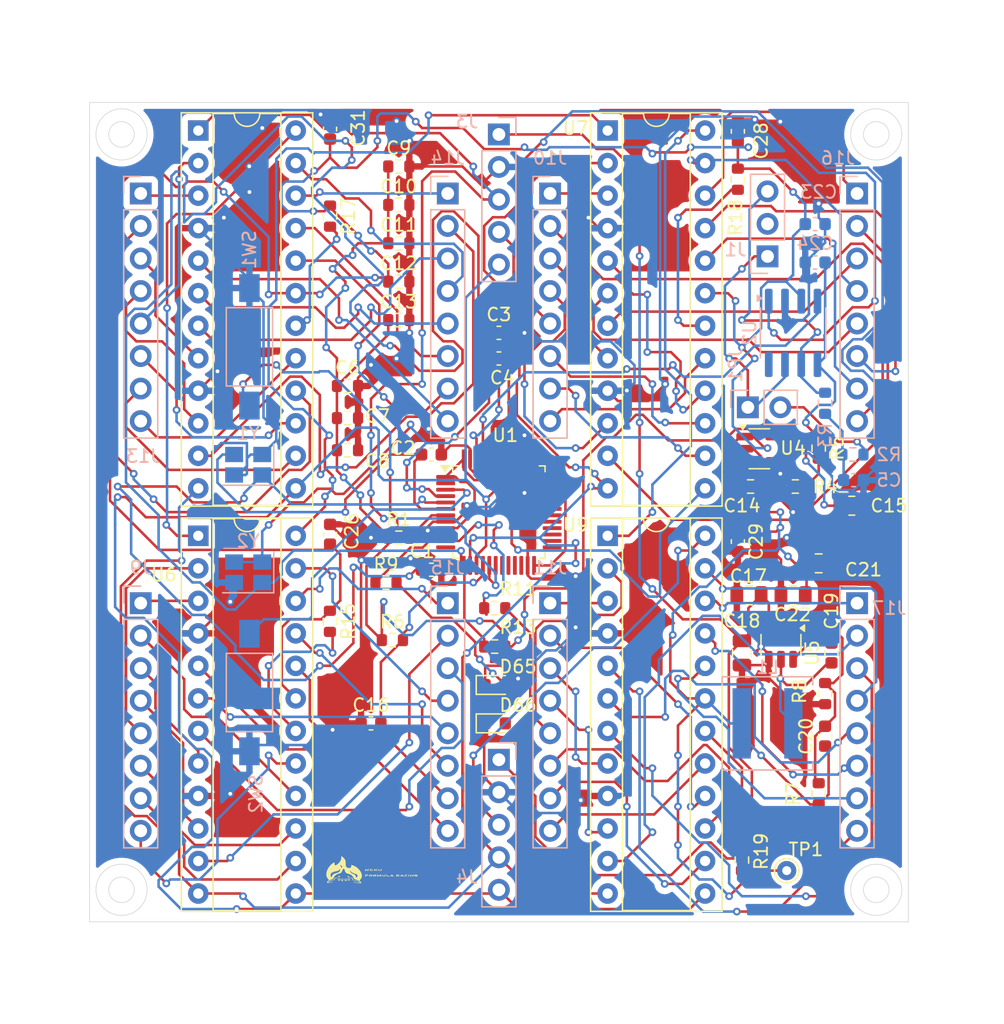
<source format=kicad_pcb>
(kicad_pcb (version 20221018) (generator pcbnew)
  (layers (0 "F.Cu" signal) (31 "B.Cu" signal) (34 "B.Paste" user) (35 "F.Paste" user) (36 "B.SilkS" user "B.Silkscreen") (37 "F.SilkS" user "F.Silkscreen") (38 "B.Mask" user) (39 "F.Mask" user) (44 "Edge.Cuts" user))
  (net 0 "")
  (net 1 "/RCC_OSC_IN")
  (net 2 "GND")
  (net 3 "/RCC_OSC_OUT")
  (net 4 "/LSE_IN")
  (net 5 "/LSE_OUT")
  (net 6 "Net-(C5-Pad1)")
  (net 7 "+3V3")
  (net 8 "+5V")
  (net 9 "BSPD_IN")
  (net 10 "VDC")
  (net 11 "Net-(U5-SW)")
  (net 12 "Net-(U5-BST)")
  (net 13 "Net-(U5-FB)")
  (net 14 "Net-(D65-A)")
  (net 15 "Net-(D66-A)")
  (net 16 "CAN+")
  (net 18 "CAN-")
  (net 19 "DIN")
  (net 20 "LOAD")
  (net 21 "SPI_CLK")
  (net 22 "DOUT4")
  (net 23 "ROW2_4")
  (net 24 "COL2_1")
  (net 25 "ROW2_7")
  (net 26 "ROW2_5")
  (net 27 "ROW2_0")
  (net 28 "COL2_5")
  (net 29 "COL2_0")
  (net 30 "COL2_6")
  (net 31 "ROW3_4")
  (net 32 "COL3_1")
  (net 33 "ROW3_7")
  (net 34 "ROW3_5")
  (net 35 "ROW3_0")
  (net 36 "COL3_5")
  (net 37 "COL3_0")
  (net 38 "COL3_6")
  (net 39 "ROW4_4")
  (net 40 "COL4_1")
  (net 41 "ROW4_7")
  (net 42 "ROW4_5")
  (net 43 "ROW4_0")
  (net 44 "COL4_5")
  (net 45 "COL4_0")
  (net 46 "COL4_6")
  (net 47 "ROW1_4")
  (net 48 "COL1_1")
  (net 49 "ROW1_7")
  (net 50 "ROW1_5")
  (net 51 "ROW1_0")
  (net 52 "COL1_5")
  (net 53 "COL1_0")
  (net 54 "COL1_6")
  (net 55 "COL1_7")
  (net 56 "ROW1_1")
  (net 57 "ROW1_3")
  (net 58 "COL1_3")
  (net 59 "ROW1_2")
  (net 60 "COL1_4")
  (net 61 "COL1_2")
  (net 62 "ROW1_6")
  (net 63 "COL2_7")
  (net 64 "ROW2_1")
  (net 65 "ROW2_3")
  (net 66 "COL2_3")
  (net 67 "ROW2_2")
  (net 68 "COL2_4")
  (net 69 "COL2_2")
  (net 70 "ROW2_6")
  (net 71 "COL3_7")
  (net 72 "ROW3_1")
  (net 73 "ROW3_3")
  (net 74 "COL3_3")
  (net 75 "ROW3_2")
  (net 76 "COL3_4")
  (net 77 "COL3_2")
  (net 78 "ROW3_6")
  (net 79 "COL4_7")
  (net 80 "ROW4_1")
  (net 81 "ROW4_3")
  (net 82 "COL4_3")
  (net 83 "ROW4_2")
  (net 84 "COL4_4")
  (net 85 "COL4_2")
  (net 86 "ROW4_6")
  (net 87 "Net-(JP1-B)")
  (net 88 "Net-(SW1-B)")
  (net 89 "Net-(U4-ADJ)")
  (net 90 "Net-(U1-PA0)")
  (net 91 "Net-(U1-PA1)")
  (net 92 "Net-(SW2-A)")
  (net 93 "Net-(U6-ISET)")
  (net 94 "Net-(U8-ISET)")
  (net 95 "Net-(U7-ISET)")
  (net 96 "Net-(U9-ISET)")
  (net 97 "+3.3V")
  (net 122 "CAN_RX")
  (net 123 "CAN_TX")
  (net 125 "DOUT1")
  (net 126 "DOUT2")
  (net 127 "DOUT3")
  (footprint "Resistor_SMD:R_0603_1608Metric" (layer "F.Cu") (at 178.8 68.88 -90)
    (fp_text reference "R17")
    (fp_text value "9.53k")
  )
  (footprint "Capacitor_SMD:C_0603_1608Metric" (layer "F.Cu") (at 217.5 109.5 90)
    (fp_text reference "C20")
    (fp_text value "12p")
  )
  (footprint "Package_DIP:DIP-24_W7.62mm_Socket" (layer "F.Cu") (at 168.5 62.2)
    (fp_text reference "U8" hide)
    (fp_text value "MAX7219CNG")
  )
  (footprint "Capacitor_SMD:C_0603_1608Metric" (layer "F.Cu") (at 192 80)
    (fp_text reference "C4")
    (fp_text value "20p")
  )
  (footprint "Capacitor_SMD:C_0603_1608Metric" (layer "F.Cu") (at 182 108.5)
    (fp_text reference "C16")
    (fp_text value "100n")
  )
  (footprint "Resistor_SMD:R_0603_1608Metric" (layer "F.Cu") (at 184.175 68)
    (fp_text reference "C10")
    (fp_text value "100n")
  )
  (footprint "Package_DIP:DIP-24_W7.62mm_Socket" (layer "F.Cu") (at 168.5 93.85)
    (fp_text reference "U6")
    (fp_text value "MAX7219CNG")
  )
  (footprint "Capacitor_SMD:C_0805_2012Metric" (layer "F.Cu") (at 217 96)
    (fp_text reference "C21")
    (fp_text value "22u")
  )
  (footprint "Capacitor_SMD:C_0805_2012Metric" (layer "F.Cu") (at 215 98.5 180)
    (fp_text reference "C22")
    (fp_text value "22u")
  )
  (footprint "Resistor_SMD:R_0603_1608Metric" (layer "F.Cu") (at 178.79 100.53 -90)
    (fp_text reference "R15")
    (fp_text value "9.53k")
  )
  (footprint "Resistor_SMD:R_0603_1608Metric" (layer "F.Cu") (at 217 114 90)
    (fp_text reference "R7")
    (fp_text value "220k")
  )
  (footprint "Resistor_SMD:R_0603_1608Metric" (layer "F.Cu") (at 180.165 82.145)
    (fp_text reference "C6")
    (fp_text value "100n")
  )
  (footprint "Capacitor_SMD:C_0603_1608Metric" (layer "F.Cu") (at 210.68 62.26 90)
    (fp_text reference "C28")
    (fp_text value "0.1u")
  )
  (footprint "TestPoint:TestPoint_THTPad_D1.5mm_Drill0.7mm" (layer "F.Cu") (at 214.5 120)
    (fp_text reference "TP1")
    (fp_text value "TestPoint")
  )
  (footprint "Package_TO_SOT_SMD:TSOT-23-6" (layer "F.Cu") (at 214.05 102.3625 -90)
    (fp_text reference "U5")
    (fp_text value "AP63200WU")
  )
  (footprint "Capacitor_SMD:C_0603_1608Metric" (layer "F.Cu") (at 218 103 90)
    (fp_text reference "C19")
    (fp_text value "100n")
  )
  (footprint "Capacitor_SMD:C_0603_1608Metric" (layer "F.Cu") (at 186.725 87.5)
    (fp_text reference "C2")
    (fp_text value "20p")
  )
  (footprint "Resistor_SMD:R_0603_1608Metric" (layer "F.Cu") (at 211.675 90)
    (fp_text reference "C14")
    (fp_text value "1u")
  )
  (footprint "Resistor_SMD:R_0603_1608Metric" (layer "F.Cu") (at 191.675 99.5)
    (fp_text reference "R11")
    (fp_text value "220")
  )
  (footprint "Resistor_SMD:R_0603_1608Metric" (layer "F.Cu") (at 180.165 87.165)
    (fp_text reference "C8")
    (fp_text value "100n")
  )
  (footprint "Capacitor_SMD:C_0603_1608Metric" (layer "F.Cu") (at 186.725 96.5)
    (fp_text reference "C1")
    (fp_text value "20p")
  )
  (footprint "Capacitor_SMD:C_0603_1608Metric" (layer "F.Cu") (at 178.8 62.08 90)
    (fp_text reference "C31")
    (fp_text value "0.1u")
  )
  (footprint "Resistor_SMD:R_0603_1608Metric" (layer "F.Cu") (at 180.165 84.655)
    (fp_text reference "C7")
    (fp_text value "1u")
  )
  (footprint "Resistor_SMD:R_0603_1608Metric" (layer "F.Cu") (at 191.675 102.5 180)
    (fp_text reference "R13")
    (fp_text value "10k")
  )
  (footprint "Capacitor_SMD:C_0805_2012Metric" (layer "F.Cu") (at 211.55 98.5 180)
    (fp_text reference "C17")
    (fp_text value "10u")
  )
  (footprint "Package_TO_SOT_SMD:SOT-23-5" (layer "F.Cu") (at 212.3625 87.05)
    (fp_text reference "U4")
    (fp_text value "AP2204K-ADJ")
  )
  (footprint "Resistor_SMD:R_0603_1608Metric" (layer "F.Cu") (at 184.175 94)
    (fp_text reference "R1")
    (fp_text value "10k")
  )
  (footprint "Resistor_SMD:R_0603_1608Metric" (layer "F.Cu") (at 211 119.175 90)
    (fp_text reference "R19")
    (fp_text value "9.53k")
  )
  (footprint "Resistor_SMD:R_0603_1608Metric" (layer "F.Cu") (at 184.175 65)
    (fp_text reference "C9")
    (fp_text value "100n")
  )
  (footprint "Package_DIP:DIP-24_W7.62mm_Socket" (layer "F.Cu") (at 200.5 62.2)
    (fp_text reference "U7")
    (fp_text value "MAX7219CNG")
  )
  (footprint "Resistor_SMD:R_0603_1608Metric" (layer "F.Cu") (at 210.68 66 -90)
    (fp_text reference "R18")
    (fp_text value "9.53k")
  )
  (footprint "Resistor_SMD:R_0603_1608Metric" (layer "F.Cu") (at 183.675 102)
    (fp_text reference "R6")
    (fp_text value "10k")
  )
  (footprint "Capacitor_SMD:C_0603_1608Metric" (layer "F.Cu") (at 210.68 94.3 -90)
    (fp_text reference "C29")
    (fp_text value "0.1u")
  )
  (footprint "LED_SMD:LED_0603_1608Metric" (layer "F.Cu") (at 191.7125 108.5)
    (fp_text reference "D66")
    (fp_text value "LED")
  )
  (footprint "Resistor_SMD:R_0603_1608Metric" (layer "F.Cu") (at 184.175 74)
    (fp_text reference "C12")
    (fp_text value "100n")
  )
  (footprint "Resistor_SMD:R_0603_1608Metric" (layer "F.Cu") (at 183.175 97.5)
    (fp_text reference "R9")
    (fp_text value "220")
  )
  (footprint "Resistor_SMD:R_0603_1608Metric" (layer "F.Cu") (at 217.5 106.175 -90)
    (fp_text reference "R8")
    (fp_text value "39k")
  )
  (footprint "Resistor_SMD:R_0603_1608Metric" (layer "F.Cu") (at 217 87 -90)
    (fp_text reference "R5")
    (fp_text value "165k")
  )
  (footprint "Capacitor_SMD:C_0603_1608Metric" (layer "F.Cu") (at 178.8 93.73 90)
    (fp_text reference "C26")
    (fp_text value "0.1u")
  )
  (footprint "Resistor_SMD:R_0603_1608Metric" (layer "F.Cu") (at 215.175 90)
    (fp_text reference "R4")
    (fp_text value "100k")
  )
  (footprint "graph:shark" (layer "F.Cu") (at 182 119.8)
    (fp_text reference "G***" hide)
    (fp_text value "LOGO" hide)
  )
  (footprint "Resistor_SMD:R_0805_2012Metric" (layer "F.Cu") (at 219.5875 91.5)
    (fp_text reference "C15")
    (fp_text value "10u")
  )
  (footprint "Package_DIP:DIP-24_W7.62mm_Socket" (layer "F.Cu") (at 200.5 93.85)
    (fp_text reference "U9")
    (fp_text value "MAX7219CNG")
  )
  (footprint "Package_QFP:LQFP-48_7x7mm_P0.5mm" (layer "F.Cu") (at 192 92)
    (fp_text reference "U1")
    (fp_text value "STM32F103C8Tx")
  )
  (footprint "LED_SMD:LED_0603_1608Metric" (layer "F.Cu") (at 191.7125 105.5)
    (fp_text reference "D65")
    (fp_text value "LED")
  )
  (footprint "Capacitor_SMD:C_0805_2012Metric" (layer "F.Cu") (at 211 103 -90)
    (fp_text reference "C18")
    (fp_text value "10u")
  )
  (footprint "Capacitor_SMD:C_0603_1608Metric" (layer "F.Cu") (at 192 78)
    (fp_text reference "C3")
    (fp_text value "20p")
  )
  (footprint "Resistor_SMD:R_0603_1608Metric" (layer "F.Cu") (at 184.175 77)
    (fp_text reference "C13")
    (fp_text value "100n")
  )
  (footprint "Resistor_SMD:R_0603_1608Metric" (layer "F.Cu") (at 184.175 71)
    (fp_text reference "C11")
    (fp_text value "100n")
  )
  (footprint "Package_SO:SOIC-8_3.9x4.9mm_P1.27mm" (layer "B.Cu") (at 215 78 -90)
    (fp_text reference "U2")
    (fp_text value "SN65HVD256D")
  )
  (footprint "Resistor_SMD:R_0603_1608Metric" (layer "B.Cu") (at 219.675 87.5 180)
    (fp_text reference "R2")
    (fp_text value "60R")
  )
  (footprint "Resistor_SMD:R_0603_1608Metric" (layer "B.Cu") (at 217.5 83.5 90)
    (fp_text reference "R3")
    (fp_text value "60R")
  )
  (footprint "Connector_PinSocket_2.54mm:PinSocket_1x08_P2.54mm_Vertical" (layer "B.Cu") (at 220 99.11 180)
    (fp_text reference "J17")
    (fp_text value "Conn_01x08")
  )
  (footprint "Connector_PinSocket_2.54mm:PinSocket_1x08_P2.54mm_Vertical" (layer "B.Cu") (at 196 67.11 180)
    (fp_text reference "J10")
    (fp_text value "Conn_01x08")
  )
  (footprint "Connector_PinSocket_2.54mm:PinSocket_1x08_P2.54mm_Vertical" (layer "B.Cu") (at 220 67.11 180)
    (fp_text reference "J16")
    (fp_text value "Conn_01x08")
  )
  (footprint "Button_Switch_SMD:SW_SPST_FSMSM" (layer "B.Cu") (at 172.5 106.09 -90)
    (fp_text reference "SW2")
    (fp_text value "SW_SPST")
  )
  (footprint "Capacitor_SMD:C_0603_1608Metric" (layer "B.Cu") (at 219.725 89.5)
    (fp_text reference "C5")
    (fp_text value "1u")
  )
  (footprint "Connector_PinSocket_2.54mm:PinSocket_1x08_P2.54mm_Vertical" (layer "B.Cu") (at 164 99.11 180)
    (fp_text reference "J9")
    (fp_text value "Conn_01x08")
  )
  (footprint "Crystal:Crystal_SMD_SeikoEpson_FA238-4Pin_3.2x2.5mm" (layer "B.Cu") (at 172.4 96.7 180)
    (fp_text reference "Y2")
    (fp_text value "32.768k")
  )
  (footprint "Connector_PinHeader_2.54mm:PinHeader_1x05_P2.54mm_Vertical" (layer "B.Cu") (at 192 62.5 180)
    (fp_text reference "J3")
    (fp_text value "Conn_01x05")
  )
  (footprint "Connector_PinHeader_2.54mm:PinHeader_1x05_P2.54mm_Vertical" (layer "B.Cu") (at 192 111.34 180)
    (fp_text reference "J4")
    (fp_text value "Conn_01x05")
  )
  (footprint "Button_Switch_SMD:SW_SPST_FSMSM" (layer "B.Cu") (at 172.5 79.09 -90)
    (fp_text reference "SW1")
    (fp_text value "SW_SPST")
  )
  (footprint "Connector_PinSocket_2.54mm:PinSocket_1x08_P2.54mm_Vertical" (layer "B.Cu") (at 188 99.11 180)
    (fp_text reference "J15")
    (fp_text value "Conn_01x08")
  )
  (footprint "Connector_PinHeader_2.54mm:PinHeader_1x03_P2.54mm_Vertical" (layer "B.Cu") (at 213 72.025)
    (fp_text reference "J1")
    (fp_text value "Conn_01x03")
  )
  (footprint "Inductor_SMD:L_Coilcraft_XAL6060-XXX" (layer "B.Cu") (at 213 108.5 180)
    (fp_text reference "L1")
    (fp_text value "15uH")
  )
  (footprint "Connector_PinSocket_2.54mm:PinSocket_1x08_P2.54mm_Vertical" (layer "B.Cu") (at 188 67.11 180)
    (fp_text reference "J14")
    (fp_text value "Conn_01x08")
  )
  (footprint "Connector_PinSocket_2.54mm:PinSocket_1x08_P2.54mm_Vertical" (layer "B.Cu") (at 196 99.11 180)
    (fp_text reference "J11")
    (fp_text value "Conn_01x08")
  )
  (footprint "Crystal:Crystal_SMD_SeikoEpson_FA238-4Pin_3.2x2.5mm" (layer "B.Cu") (at 172.4 88.3 180)
    (fp_text reference "Y1")
    (fp_text value "8M")
  )
  (footprint "Connector_PinHeader_2.54mm:PinHeader_1x02_P2.54mm_Vertical" (layer "B.Cu") (at 211.46 83.8125 -90)
    (fp_text reference "JP1")
    (fp_text value "Jumper_2_Open")
  )
  (footprint "Capacitor_SMD:C_0603_1608Metric" (layer "B.Cu") (at 216.725 69.5)
    (fp_text reference "C23")
    (fp_text value "100n")
  )
  (footprint "Connector_PinSocket_2.54mm:PinSocket_1x08_P2.54mm_Vertical" (layer "B.Cu") (at 164 67.11 180)
    (fp_text reference "J13")
    (fp_text value "Conn_01x08")
  )
  (footprint "Capacitor_SMD:C_0603_1608Metric" (layer "B.Cu") (at 216.725 72.5 180)
    (fp_text reference "C24")
    (fp_text value "100n")
  )
  (gr_circle (center 162.5 121.5) (end 164.5 121.5) (stroke (width 0.05)) (fill none) (layer "Edge.Cuts"))
  (gr_circle (center 221.5 62.5) (end 222.5 62.5) (stroke (width 0.05)) (fill none) (layer "Edge.Cuts"))
  (gr_rect (start 160 60) (end 224 124) (stroke (width 0.05)) (fill none) (layer "Edge.Cuts"))
  (gr_circle (center 162.5 62.5) (end 164.5 62.5) (stroke (width 0.05)) (fill none) (layer "Edge.Cuts"))
  (gr_circle (center 221.5 121.5) (end 222.5 121.5) (stroke (width 0.05)) (fill none) (layer "Edge.Cuts"))
  (gr_circle (center 162.5 62.5) (end 163.5 62.5) (stroke (width 0.05)) (fill none) (layer "Edge.Cuts"))
  (gr_circle (center 221.5 121.5) (end 223.5 121.5) (stroke (width 0.05)) (fill none) (layer "Edge.Cuts"))
  (gr_circle (center 221.5 62.5) (end 223.5 62.5) (stroke (width 0.05)) (fill none) (layer "Edge.Cuts"))
  (gr_circle (center 162.5 121.5) (end 163.5 121.5) (stroke (width 0.05)) (fill none) (layer "Edge.Cuts"))
  (segment (start 186.25 91.25) (end 187.8375 91.25) (width 0.2) (layer "F.Cu") (net 1))
  (segment (start 168.044365 91.24) (end 171.76 91.24) (width 0.2) (layer "F.Cu") (net 1))
  (segment (start 178.848529 104) (end 178 104) (width 0.2) (layer "F.Cu") (net 1))
  (segment (start 166.804365 90) (end 168.044365 91.24) (width 0.2) (layer "F.Cu") (net 1))
  (segment (start 171.76 91.24) (end 172.074265 90.925735) (width 0.2) (layer "F.Cu") (net 1))
  (segment (start 162.2 90) (end 166.804365 90) (width 0.2) (layer "F.Cu") (net 1))
  (segment (start 180.625 96.314756) (end 180.625 102.223529) (width 0.2) (layer "F.Cu") (net 1))
  (segment (start 180.625 102.223529) (end 178.848529 104) (width 0.2) (layer "F.Cu") (net 1))
  (segment (start 185.95 96.5) (end 185.5 96.5) (width 0.2) (layer "F.Cu") (net 1))
  (segment (start 186 91) (end 186.25 91.25) (width 0.2) (layer "F.Cu") (net 1))
  (segment (start 185.5 96.5) (end 185 97) (width 0.2) (layer "F.Cu") (net 1))
  (via (at 180.625 96.314756) (size 0.6) (drill 0.3) (layers "F.Cu" "B.Cu") (net 1))
  (via (at 178 104) (size 0.6) (drill 0.3) (layers "F.Cu" "B.Cu") (net 1))
  (via (at 186 91) (size 0.6) (drill 0.3) (layers "F.Cu" "B.Cu") (net 1))
  (via (at 162.2 90) (size 0.6) (drill 0.3) (layers "F.Cu" "B.Cu") (net 1))
  (via (at 185 97) (size 0.6) (drill 0.3) (layers "F.Cu" "B.Cu") (net 1))
  (via (at 172.074265 90.925735) (size 0.6) (drill 0.3) (layers "F.Cu" "B.Cu") (net 1))
  (segment (start 180.825736 96.174265) (end 180.765491 96.174265) (width 0.2) (layer "B.Cu") (net 1))
  (segment (start 185 97) (end 181.651471 97) (width 0.2) (layer "B.Cu") (net 1))
  (segment (start 178 104) (end 176.89 105.11) (width 0.2) (layer "B.Cu") (net 1))
  (segment (start 175.8 91.4) (end 185.6 91.4) (width 0.2) (layer "B.Cu") (net 1))
  (segment (start 173.5 89.1) (end 175.8 91.4) (width 0.2) (layer "B.Cu") (net 1))
  (segment (start 172.074265 90.525735) (end 172.074265 90.925735) (width 0.2) (layer "B.Cu") (net 1))
  (segment (start 168.03 100.03) (end 163.25 95.25) (width 0.2) (layer "B.Cu") (net 1))
  (segment (start 176.89 105.11) (end 173.62 105.11) (width 0.2) (layer "B.Cu") (net 1))
  (segment (start 171.4 102.4) (end 169.03 100.03) (width 0.2) (layer "B.Cu") (net 1))
  (segment (start 163.25 91.027206) (end 162.222794 90) (width 0.2) (layer "B.Cu") (net 1))
  (segment (start 185.6 91.4) (end 186 91) (width 0.2) (layer "B.Cu") (net 1))
  (segment (start 173.62 105.11) (end 171.4 102.89) (width 0.2) (layer "B.Cu") (net 1))
  (segment (start 180.765491 96.174265) (end 180.625 96.314756) (width 0.2) (layer "B.Cu") (net 1))
  (segment (start 173.5 89.1) (end 172.074265 90.525735) (width 0.2) (layer "B.Cu") (net 1))
  (segment (start 163.25 95.25) (end 163.25 91.027206) (width 0.2) (layer "B.Cu") (net 1))
  (segment (start 162.222794 90) (end 162.2 90) (width 0.2) (layer "B.Cu") (net 1))
  (segment (start 171.4 102.89) (end 171.4 102.4) (width 0.2) (layer "B.Cu") (net 1))
  (segment (start 181.651471 97) (end 180.825736 96.174265) (width 0.2) (layer "B.Cu") (net 1))
  (segment (start 169.03 100.03) (end 168.03 100.03) (width 0.2) (layer "B.Cu") (net 1))
  (segment (start 198.47 101.47) (end 198 101) (width 0.2) (layer "F.Cu") (net 2))
  (segment (start 185 78) (end 185 77) (width 0.2) (layer "F.Cu") (net 2))
  (segment (start 218.55 93.45) (end 215.05 93.45) (width 0.2) (layer "F.Cu") (net 2))
  (segment (start 194.25 90.89259) (end 195.39259 89.75) (width 0.2) (layer "F.Cu") (net 2))
  (segment (start 211 103.95) (end 211 103.705635) (width 0.2) (layer "F.Cu") (net 2))
  (segment (start 189.5 91.85741) (end 189.5 91.5) (width 0.2) (layer "F.Cu") (net 2))
  (segment (start 170 81.02) (end 170 81) (width 0.2) (layer "F.Cu") (net 2))
  (segment (start 210.68 61.485) (end 217 67.805) (width 0.2) (layer "F.Cu") (net 2))
  (segment (start 179.5 108.5) (end 179 109) (width 0.2) (layer "F.Cu") (net 2))
  (segment (start 219 95) (end 219 93.9) (width 0.2) (layer "F.Cu") (net 2))
  (segment (start 200.5 69.82) (end 199.82 69.82) (width 0.2) (layer "F.Cu") (net 2))
  (segment (start 183.85 61.305) (end 184 61.455) (width 0.2) (layer "F.Cu") (net 2))
  (segment (start 190.925 108.5) (end 190.925 105.5) (width 0.2) (layer "F.Cu") (net 2))
  (segment (start 191 104) (end 192.5 104) (width 0.2) (layer "F.Cu") (net 2))
  (segment (start 168.5 101.47) (end 170.97 99) (width 0.2) (layer "F.Cu") (net 2))
  (segment (start 187.8375 92.75) (end 188.60741 92.75) (width 0.2) (layer "F.Cu") (net 2))
  (segment (start 212.5 90) (end 212.5 87.662501) (width 0.2) (layer "F.Cu") (net 2))
  (segment (start 210.6 98.5) (end 210.6 95.155) (width 0.2) (layer "F.Cu") (net 2))
  (segment (start 170.83 114.17) (end 171 114) (width 0.2) (layer "F.Cu") (net 2))
  (segment (start 189.75 88.60741) (end 189.75 87.8375) (width 0.2) (layer "F.Cu") (net 2))
  (segment (start 178.8 92.955) (end 181.250735 95.405735) (width 0.2) (layer "F.Cu") (net 2))
  (segment (start 186.840686 92.75) (end 186.436765 93.153921) (width 0.2) (layer "F.Cu") (net 2))
  (segment (start 180.99 81.51) (end 182 80.5) (width 0.2) (layer "F.Cu") (net 2))
  (segment (start 181.855 82.145) (end 184 80) (width 0.2) (layer "F.Cu") (net 2))
  (segment (start 181.225 95.77647) (end 181.250735 95.750735) (width 0.2) (layer "F.Cu") (net 2))
  (segment (start 168.5 82.52) (end 170 81.02) (width 0.2) (layer "F.Cu") (net 2))
  (segment (start 195.39259 89.75) (end 196.1625 89.75) (width 0.2) (layer "F.Cu") (net 2))
  (segment (start 172.485735 63.014265) (end 173.5 62) (width 0.2) (layer "F.Cu") (net 2))
  (segment (start 180.99 82.145) (end 180.99 81.51) (width 0.2) (layer "F.Cu") (net 2))
  (segment (start 191.04 66) (end 192 65.04) (width 0.2) (layer "F.Cu") (net 2))
  (segment (start 212.5 90) (end 213 90) (width 0.2) (layer "F.Cu") (net 2))
  (segment (start 214 89) (end 214 89.65) (width 0.2) (layer "F.Cu") (net 2))
  (segment (start 213 103.4) (end 213.1 103.5) (width 0.2) (layer "F.Cu") (net 2))
  (segment (start 180.99 87.165) (end 180.99 84.655) (width 0.2) (layer "F.Cu") (net 2))
  (segment (start 219 93.9) (end 218.55 93.45) (width 0.2) (layer "F.Cu") (net 2))
  (segment (start 185 71) (end 185 74) (width 0.2) (layer "F.Cu") (net 2))
  (segment (start 217.95 99.95) (end 217.95 96) (width 0.2) (layer "F.Cu") (net 2))
  (segment (start 188.60741 92.75) (end 189.5 91.85741) (width 0.2) (layer "F.Cu") (net 2))
  (segment (start 191.25 88.60741) (end 190.98241 88.875) (width 0.2) (layer "F.Cu") (net 2))
  (segment (start 200.5 101.47) (end 198.47 101.47) (width 0.2) (layer "F.Cu") (net 2))
  (segment (start 190.925 104.075) (end 191 104) (width 0.2) (layer "F.Cu") (net 2))
  (segment (start 190.151471 66) (end 191.04 66) (width 0.2) (layer "F.Cu") (net 2))
  (segment (start 185 65) (end 189.151471 65) (width 0.2) (layer "F.Cu") (net 2))
  (segment (start 213.1 103.1) (end 212.5 102.5) (width 0.2) (layer "F.Cu") (net 2))
  (segment (start 212.165 61.5) (end 212 61.335) (width 0.2) (layer "F.Cu") (net 2))
  (segment (start 211 103.95) (end 212.65 103.95) (width 0.2) (layer "F.Cu") (net 2))
  (segment (start 187.5 86.5) (end 187.5 87.5) (width 0.2) (layer "F.Cu") (net 2))
  (segment (start 178.8 61.305) (end 183.85 61.305) (width 0.2) (layer "F.Cu") (net 2))
  (segment (start 214.05 95.7) (end 213.425 95.075) (width 0.2) (layer "F.Cu") (net 2))
  (segment (start 182 94) (end 180.955 92.955) (width 0.2) (layer "F.Cu") (net 2))
  (segment (start 213 90) (end 215 92) (width 0.2) (layer "F.Cu") (net 2))
  (segment (start 214 89.65) (end 214.35 90) (width 0.2) (layer "F.Cu") (net 2))
  (segment (start 218.95 95) (end 219 95) (width 0.2) (layer "F.Cu") (net 2))
  (segment (start 220.5 91.5) (end 218.55 93.45) (width 0.2) (layer "F.Cu") (net 2))
  (segment (start 194.51759 97.2) (end 194.25 96.93241) (width 0.2) (layer "F.Cu") (net 2))
  (segment (start 192 113.88) (end 190.85 112.73) (width 0.2) (layer "F.Cu") (net 2))
  (segment (start 199.82 69.82) (end 199 69) (width 0.2) (layer "F.Cu") (net 2))
  (segment (start 190.925 105.5) (end 190.925 104.075) (width 0.2) (layer "F.Cu") (net 2))
  (segment (start 210.6 95.155) (end 210.68 95.075) (width 0.2) (layer "F.Cu") (net 2))
  (segment (start 186.5 85.5) (end 187.5 86.5) (width 0.2) (layer "F.Cu") (net 2))
  (segment (start 214 61.5) (end 212.165 61.5) (width 0.2) (layer "F.Cu") (net 2))
  (segment (start 212.65 103.95) (end 213.1 103.5) (width 0.2) (layer "F.Cu") (net 2))
  (segment (start 198.73 114.17) (end 198.4 114.5) (width 0.2) (layer "F.Cu") (net 2))
  (segment (start 187.5 87.5) (end 188.2 86.8) (width 0.2) (layer "F.Cu") (net 2))
  (segment (start 186.436765 93.153921) (end 186.436765 93.436765) (width 0.2) (layer "F.Cu") (net 2))
  (segment (start 194.25 96.1625) (end 194.25 90.89259) (width 0.2) (layer "F.Cu") (net 2))
  (segment (start 187.8375 92.75) (end 186.840686 92.75) (width 0.2) (layer "F.Cu") (net 2))
  (segment (start 190.98241 88.875) (end 190.01759 88.875) (width 0.2) (layer "F.Cu") (net 2))
  (segment (start 181.225 108.5) (end 179.5 108.5) (width 0.2) (layer "F.Cu") (net 2))
  (segment (start 181.225 108.5) (end 181.225 95.77647) (width 0.2) (layer "F.Cu") (net 2))
  (segment (start 217.5 107) (end 215.151471 107) (width 0.2) (layer "F.Cu") (net 2))
  (segment (start 180.99 84.655) (end 180.99 82.145) (width 0.2) (layer "F.Cu") (net 2))
  (segment (start 185 65) (end 185 68) (width 0.2) (layer "F.Cu") (net 2))
  (segment (start 168.5 114.17) (end 170.83 114.17) (width 0.2) (layer "F.Cu") (net 2))
  (segment (start 189.48241 86.8) (end 189.75 87.06759) (width 0.2) (layer "F.Cu") (net 2))
  (segment (start 218.5 100.5) (end 217.95 99.95) (width 0.2) (layer "F.Cu") (net 2))
  (segment (start 202 82.5) (end 200.52 82.5) (width 0.2) (layer "F.Cu") (net 2))
  (segment (start 215.05 93.45) (end 214.5 94) (width 0.2) (layer "F.Cu") (net 2))
  (segment (start 181.250735 95.405735) (end 181.250735 95.750735) (width 0.2) (layer "F.Cu") (net 2))
  (segment (start 213.425 95.075) (end 210.68 95.075) (width 0.2) (layer "F.Cu") (net 2))
  (segment (start 172.485735 64.985735) (end 172.485735 63.014265) (width 0.2) (layer "F.Cu") (net 2))
  (segment (start 190.925 108.5) (end 190.85 108.575) (width 0.2) (layer "F.Cu") (net 2))
  (segment (start 192.775 78) (end 192.775 80) (width 0.2) (layer "F.Cu") (net 2))
  (segment (start 217.95 96) (end 218.95 95) (width 0.2) (layer "F.Cu") (net 2))
  (segment (start 188.2 86.8) (end 189.48241 86.8) (width 0.2) (layer "F.Cu") (net 2))
  (segment (start 210.83 61.335) (end 210.68 61.485) (width 0.2) (layer "F.Cu") (net 2))
  (segment (start 194.25 90.89259) (end 194.25 90.75) (width 0.2) (layer "F.Cu") (net 2))
  (segment (start 191.25 87.8375) (end 191.25 88.60741) (width 0.2) (layer "F.Cu") (net 2))
  (segment (start 180.955 92.955) (end 178.8 92.955) (width 0.2) (layer "F.Cu") (net 2))
  (segment (start 211.887499 87.05) (end 211.225 87.05) (width 0.2) (layer "F.Cu") (net 2))
  (segment (start 203.680001 83.319999) (end 205 82) (width 0.2) (layer "F.Cu") (net 2))
  (segment (start 197.8 97.2) (end 194.51759 97.2) (width 0.2) (layer "F.Cu") (net 2))
  (segment (start 194 86) (end 192.775 84.775) (width 0.2) (layer "F.Cu") (net 2))
  (segment (start 192.775 78) (end 194 78) (width 0.2) (layer "F.Cu") (net 2))
  (segment (start 191.25 87.8375) (end 191.25 86.25) (width 0.2) (layer "F.Cu") (net 2))
  (segment (start 189.151471 65) (end 190.151471 66) (width 0.2) (layer "F.Cu") (net 2))
  (segment (start 186.616964 95.616964) (end 187.5 96.5) (width 0.2) (layer "F.Cu") (net 2))
  (segment (start 194.25 90.75) (end 194 90.5) (width 0.2) (layer "F.Cu") (net 2))
  (segment (start 192.775 84.725) (end 191.25 86.25) (width 0.2) (layer "F.Cu") (net 2))
  (segment (start 178.435083 60.940083) (end 178.8 61.305) (width 0.2) (layer "F.Cu") (net 2))
  (segment (start 185 74) (end 185 77) (width 0.2) (layer "F.Cu") (net 2))
  (segment (start 185 63) (end 185 65) (width 0.2) (layer "F.Cu") (net 2))
  (segment (start 215.151471 107) (end 213.1 104.948529) (width 0.2) (layer "F.Cu") (net 2))
  (segment (start 214.05 98.5) (end 214.05 95.7) (width 0.2) (layer "F.Cu") (net 2))
  (segment (start 217 67.805) (end 217 67.9) (width 0.2) (layer "F.Cu") (net 2))
  (segment (start 170.5 69) (end 172.5 67) (width 0.2) (layer "F.Cu") (net 2))
  (segment (start 214.5 94) (end 213.425 95.075) (width 0.2) (layer "F.Cu") (net 2))
  (segment (start 189.75 87.06759) (end 189.75 87.8375) (width 0.2) (layer "F.Cu") (net 2))
  (segment (start 212.5 87.662501) (end 211.887499 87.05) (width 0.2) (layer "F.Cu") (net 2))
  (segment (start 201.299999 83.319999) (end 203.680001 83.319999) (width 0.2) (layer "F.Cu") (net 2))
  (segment (start 213.1 104.948529) (end 213.1 103.5) (width 0.2) (layer "F.Cu") (net 2))
  (segment (start 180.99 82.145) (end 181.855 82.145) (width 0.2) (layer "F.Cu") (net 2))
  (segment (start 200.5 82.52) (end 201.299999 83.319999) (width 0.2) (layer "F.Cu") (net 2))
  (segment (start 214.35 90) (end 212.5 90) (width 0.2) (layer "F.Cu") (net 2))
  (segment (start 178.059917 60.940083) (end 178.435083 60.940083) (width 0.2) (layer "F.Cu") (net 2))
  (segment (start 192.5 104) (end 193.5 105) (width 0.2) (layer "F.Cu") (net 2))
  (segment (start 212 61.335) (end 210.83 61.335) (width 0.2) (layer "F.Cu") (net 2))
  (segment (start 185.099265 95.616964) (end 186.616964 95.616964) (width 0.2) (layer "F.Cu") (net 2))
  (segment (start 192.775 80) (end 192.775 84.725) (width 0.2) (layer "F.Cu") (net 2))
  (segment (start 197.8 97.2) (end 198 97) (width 0.2) (layer "F.Cu") (net 2))
  (segment (start 213.1 103.5) (end 213.1 103.1) (width 0.2) (layer "F.Cu") (net 2))
  (segment (start 192.775 84.775) (end 192.775 84.725) (width 0.2) (layer "F.Cu") (net 2))
  (segment (start 200.5 114.17) (end 198.73 114.17) (width 0.2) (layer "F.Cu") (net 2))
  (segment (start 200.52 82.5) (end 200.5 82.52) (width 0.2) (layer "F.Cu") (net 2))
  (segment (start 170.97 99) (end 171 99) (width 0.2) (layer "F.Cu") (net 2))
  (segment (start 194.25 96.93241) (end 194.25 96.1625) (width 0.2) (layer "F.Cu") (net 2))
  (segment (start 185 68) (end 185 71) (width 0.2) (layer "F.Cu") (net 2))
  (segment (start 190.85 108.575) (end 190.85 112.73) (width 0.2) (layer "F.Cu") (net 2))
  (segment (start 190.01759 88.875) (end 189.75 88.60741) (width 0.2) (layer "F.Cu") (net 2))
  (via (at 215 92) (size 0.6) (drill 0.3) (layers "F.Cu" "B.Cu") (net 2))
  (via (at 202 82.5) (size 0.6) (drill 0.3) (layers "F.Cu" "B.Cu") (net 2))
  (via (at 172.5 67) (size 0.6) (drill 0.3) (layers "F.Cu" "B.Cu") (net 2))
  (via (at 198 97) (size 0.6) (drill 0.3) (layers "F.Cu" "B.Cu") (net 2))
  (via (at 189.5 91.5) (size 0.6) (drill 0.3) (layers "F.Cu" "B.Cu") (net 2))
  (via (at 214 61.5) (size 0.6) (drill 0.3) (layers "F.Cu" "B.Cu") (net 2))
  (via (at 170 81) (size 0.6) (drill 0.3) (layers "F.Cu" "B.Cu") (net 2))
  (via (at 171 99) (size 0.6) (drill 0.3) (layers "F.Cu" "B.Cu") (net 2))
  (via (at 185 78) (size 0.6) (drill 0.3) (layers "F.Cu" "B.Cu") (net 2))
  (via (at 199 69) (size 0.6) (drill 0.3) (layers "F.Cu" "B.Cu") (net 2))
  (via (at 212.5 102.5) (size 0.6) (drill 0.3) (layers "F.Cu" "B.Cu") (net 2))
  (via (at 205 82) (size 0.6) (drill 0.3) (layers "F.Cu" "B.Cu") (net 2))
  (via (at 193.5 105) (size 0.6) (drill 0.3) (layers "F.Cu" "B.Cu") (net 2))
  (via (at 184 80) (size 0.6) (drill 0.3) (layers "F.Cu" "B.Cu") (net 2))
  (via (at 184 61.455) (size 0.6) (drill 0.3) (layers "F.Cu" "B.Cu") (net 2))
  (via (at 178.059917 60.940083) (size 0.6) (drill 0.3) (layers "F.Cu" "B.Cu") (net 2))
  (via (at 198 101) (size 0.6) (drill 0.3) (layers "F.Cu" "B.Cu") (net 2))
  (via (at 194 90.5) (size 0.6) (drill 0.3) (layers "F.Cu" "B.Cu") (net 2))
  (via (at 214 89) (size 0.6) (drill 0.3) (layers "F.Cu" "B.Cu") (net 2))
  (via (at 185 63) (size 0.6) (drill 0.3) (layers "F.Cu" "B.Cu") (net 2))
  (via (at 182 94) (size 0.6) (drill 0.3) (layers "F.Cu" "B.Cu") (net 2))
  (via (at 170.5 69) (size 0.6) (drill 0.3) (layers "F.Cu" "B.Cu") (net 2))
  (via (at 185.099265 95.616964) (size 0.6) (drill 0.3) (layers "F.Cu" "B.Cu") (net 2))
  (via (at 214.5 94) (size 0.6) (drill 0.3) (layers "F.Cu" "B.Cu") (net 2))
  (via (at 171 114) (size 0.6) (drill 0.3) (layers "F.Cu" "B.Cu") (net 2))
  (via (at 194 86) (size 0.6) (drill 0.3) (layers "F.Cu" "B.Cu") (net 2))
  (via (at 179 109) (size 0.6) (drill 0.3) (layers "F.Cu" "B.Cu") (net 2))
  (via (at 212 61.335) (size 0.6) (drill 0.3) (layers "F.Cu" "B.Cu") (net 2))
  (via (at 218.5 100.5) (size 0.6) (drill 0.3) (layers "F.Cu" "B.Cu") (net 2))
  (via (at 186.5 85.5) (size 0.6) (drill 0.3) (layers "F.Cu" "B.Cu") (net 2))
  (via (at 194 78) (size 0.6) (drill 0.3) (layers "F.Cu" "B.Cu") (net 2))
  (via (at 181.250735 95.750735) (size 0.6) (drill 0.3) (layers "F.Cu" "B.Cu") (net 2))
  (via (at 186.436765 93.436765) (size 0.6) (drill 0.3) (layers "F.Cu" "B.Cu") (net 2))
  (via (at 172.485735 64.985735) (size 0.6) (drill 0.3) (layers "F.Cu" "B.Cu") (net 2))
  (via (at 182 80.5) (size 0.6) (drill 0.3) (layers "F.Cu" "B.Cu") (net 2))
  (via (at 217 67.9) (size 0.6) (drill 0.3) (layers "F.Cu" "B.Cu") (net 2))
  (via (at 173.5 62) (size 0.6) (drill 0.3) (layers "F.Cu" "B.Cu") (net 2))
  (via (at 198.4 114.5) (size 0.6) (drill 0.3) (layers "F.Cu" "B.Cu") (net 2))
  (segment (start 214.865001 77) (end 214.365 76.499999) (width 0.2) (layer "B.Cu") (net 2))
  (segment (start 211.765 61.1) (end 212 61.335) (width 0.2) (layer "B.Cu") (net 2))
  (segment (start 207.051471 61.1) (end 211.765 61.1) (width 0.2) (layer "B.Cu") (net 2))
  (segment (start 220.396346 78.5) (end 222 76.896346) (width 0.2) (layer "B.Cu") (net 2))
  (segment (start 220.476346 80.96) (end 219.523654 80.96) (width 0.2) (layer "B.Cu") (net 2))
  (segment (start 186.5 85.016346) (end 186.5 85.5) (width 0.2) (layer "B.Cu") (net 2))
  (segment (start 171.3 89.1) (end 171.6 89.1) (width 0.2) (layer "B.Cu") (net 2))
  (segment (start 172.5 74.5) (end 173.6 75.6) (width 0.2) (layer "B.Cu") (net 2))
  (segment (start 184 61.455) (end 184 62) (width 0.2) (layer "B.Cu") (net 2))
  (segment (start 220.5 89.5) (end 219.725 90.275) (width 0.2) (layer "B.Cu") (net 2))
  (segment (start 173.5 61.5) (end 174.4 60.6) (width 0.2) (layer "B.Cu") (net 2))
  (segment (start 193.5 105) (end 195.7 102.8) (width 0.2) (layer "B.Cu") (net 2))
  (segment (start 199 67.81) (end 196.23 65.04) (width 0.2) (layer "B.Cu") (net 2))
  (segment (start 193.62 115.5) (end 192 113.88) (width 0.2) (layer "B.Cu") (net 2))
  (segment (start 172.5 67) (end 172.5 65) (width 0.2) (layer "B.Cu") (net 2))
  (segment (start 184 80) (end 185 79) (width 0.2) (layer "B.Cu") (net 2))
  (segment (start 185.87353 94) (end 182 94) (width 0.2) (layer "B.Cu") (net 2))
  (segment (start 173.6 75.6) (end 173.6 84.6) (width 0.2) (layer "B.Cu") (net 2))
  (segment (start 219.725 90.275) (end 218.501304 90.275) (width 0.2) (layer "B.Cu") (net 2))
  (segment (start 172.3 89) (end 172.3 87.8) (width 0.2) (layer "B.Cu") (net 2))
  (segment (start 173.6 84.6) (end 174.6 85.6) (width 0.2) (layer "B.Cu") (net 2))
  (segment (start 198.4 114.5) (end 197.4 115.5) (width 0.2) (layer "B.Cu") (net 2))
  (segment (start 196.23 65.04) (end 192 65.04) (width 0.2) (layer "B.Cu") (net 2))
  (segment (start 189.6 91.6) (end 191.248529 91.6) (width 0.2) (layer "B.Cu") (net 2))
  (segment (start 198 97) (end 199 98) (width 0.2) (layer "B.Cu") (net 2))
  (segment (start 181.250735 95.750735) (end 181.384506 95.616964) (width 0.2) (layer "B.Cu") (net 2))
  (segment (start 217.5 69.5) (end 217.5 70.95) (width 0.2) (layer "B.Cu") (net 2))
  (segment (start 182 80.5) (end 182 80.516346) (width 0.2) (layer "B.Cu") (net 2))
  (segment (start 216.248529 87.4) (end 218.024265 89.175736) (width 0.2) (layer "B.Cu") (net 2))
  (segment (start 172.3 86.6) (end 170.3 86.6) (width 0.2) (layer "B.Cu") (net 2))
  (segment (start 216.235 72.785) (end 216.235 76.540552) (width 0.2) (layer "B.Cu") (net 2))
  (segment (start 204.6 63.551471) (end 207.051471 61.1) (width 0.2) (layer "B.Cu") (net 2))
  (segment (start 217.5 70.95) (end 215.95 72.5) (width 0.2) (layer "B.Cu") (net 2))
  (segment (start 172.6 87.5) (end 173.5 87.5) (width 0.2) (layer "B.Cu") (net 2))
  (segment (start 223 83.483654) (end 220.476346 80.96) (width 0.2) (layer "B.Cu") (net 2))
  (segment (start 197.4 115.5) (end 193.62 115.5) (width 0.2) (layer "B.Cu") (net 2))
  (segment (start 170.3 86.6) (end 169.6 87.3) (width 0.2) (layer "B.Cu") (net 2))
  (segment (start 214.5 100.5) (end 218.5 100.5) (width 0.2) (layer "B.Cu") (net 2))
  (segment (start 171.6 89.1) (end 172.3 88.4) (width 0.2) (layer "B.Cu") (net 2))
  (segment (start 199 98) (end 199 100.5) (width 0.2) (layer "B.Cu") (net 2))
  (segment (start 214 89) (end 215.6 87.4) (width 0.2) (layer "B.Cu") (net 2))
  (segment (start 194 78) (end 194.66 78.66) (width 0.2) (layer "B.Cu") (net 2))
  (segment (start 181.384506 95.616964) (end 185.099265 95.616964) (width 0.2) (layer "B.Cu") (net 2))
  (segment (start 200.735635 78.66) (end 202.6 80.524365) (width 0.2) (layer "B.Cu") (net 2))
  (segment (start 174.6 86.4) (end 173.5 87.5) (width 0.2) (layer "B.Cu") (net 2))
  (segment (start 177.719834 60.6) (end 178.059917 60.940083) (width 0.2) (layer "B.Cu") (net 2))
  (segment (start 172.5 74.5) (end 172.5 73.82) (width 0.2) (layer "B.Cu") (net 2))
  (segment (start 170 97.5) (end 171.3 97.5) (width 0.2) (layer "B.Cu") (net 2))
  (segment (start 191.648529 92) (end 191.248529 91.6) (width 0.2) (layer "B.Cu") (net 2))
  (segment (start 169.6 87.3) (end 169.6 97.1) (width 0.2) (layer "B.Cu") (net 2))
  (segment (start 174.4 60.6) (end 177.719834 60.6) (width 0.2) (layer "B.Cu") (net 2))
  (segment (start 202.6 81.9) (end 202 82.5) (width 0.2) (layer "B.Cu") (net 2))
  (segment (start 173.5 62) (end 173.5 61.5) (width 0.2) (layer "B.Cu") (net 2))
  (segment (start 168.5 69.82) (end 169.68 69.82) (width 0.2) (layer "B.Cu") (net 2))
  (segment (start 172.5 78.5) (end 172.5 74.5) (width 0.2) (layer "B.Cu") (net 2))
  (segment (start 199 100.5) (end 198.5 100.5) (width 0.2) (layer "B.Cu") (net 2))
  (segment (start 194 90.5) (end 192.5 92) (width 0.2) (layer "B.Cu") (net 2))
  (segment (start 192.5 92) (end 191.648529 92) (width 0.2) (layer "B.Cu") (net 2))
  (segment (start 170 81) (end 172.5 78.5) (width 0.2) (layer "B.Cu") (net 2))
  (segment (start 215.95 72.5) (end 216.235 72.785) (width 0.2) (layer "B.Cu") (net 2))
  (segment (start 215 93.5) (end 214.5 94) (width 0.2) (layer "B.Cu") (net 2))
  (segment (start 205 82) (end 204.6 81.6) (width 0.2) (layer "B.Cu") (net 2))
  (segment (start 171.3 89.1) (end 172.2 89.1) (width 0.2) (layer "B.Cu") (net 2))
  (segment (start 198.5 100.5) (end 198 101) (width 0.2) (layer "B.Cu") (net 2))
  (segment (start 196.476346 102.8) (end 198 101.276346) (width 0.2) (layer "B.Cu") (net 2))
  (segment (start 172.99 110.19) (end 172.5 110.68) (width 0.2) (layer "B.Cu") (net 2))
  (segment (start 171 97.8) (end 171.3 97.5) (width 0.2) (layer "B.Cu") (net 2))
  (segment (start 172.3 88.4) (end 172.3 86.6) (width 0.2) (layer "B.Cu") (net 2))
  (segment (start 219.683654 78.5) (end 220.396346 78.5) (width 0.2) (layer "B.Cu") (net 2))
  (segment (start 220.5 89.5) (end 223 87) (width 0.2) (layer "B.Cu") (net 2))
  (segment (start 182 80.516346) (end 186.5 85.016346) (width 0.2) (layer "B.Cu") (net 2))
  (segment (start 195.7 102.8) (end 196.476346 102.8) (width 0.2) (layer "B.Cu") (net 2))
  (segment (start 172.2 89.1) (end 172.3 89) (width 0.2) (layer "B.Cu") (net 2))
  (segment (start 189.5 91.5) (end 189.6 91.6) (width 0.2) (layer "B.Cu") (net 2))
  (segment (start 194.66 78.66) (end 200.735635 78.66) (width 0.2) (layer "B.Cu") (net 2))
  (segment (start 223 87) (end 223 83.483654) (width 0.2) (layer "B.Cu") (net 2))
  (segment (start 217 69) (end 217.5 69.5) (width 0.2) (layer "B.Cu") (net 2))
  (segment (start 179 109) (end 177.81 110.19) (width 0.2) (layer "B.Cu") (net 2))
  (segment (start 217.6 65.1) (end 214 61.5) (width 0.2) (layer "B.Cu") (net 2))
  (segment (start 218.85 80.286346) (end 218.85 79.333654) (width 0.2) (layer "B.Cu") (net 2))
  (segment (start 194 88.848529) (end 194 86) (width 0.2) (layer "B.Cu") (net 2))
  (segment (start 217 67.9) (end 217 69) (width 0.2) (layer "B.Cu") (net 2))
  (segment (start 204.6 81.6) (end 204.6 63.551471) (width 0.2) (layer "B.Cu") (net 2))
  (segment (start 218.024265 89.797961) (end 218.024265 89.175736) (width 0.2) (layer "B.Cu") (net 2))
  (segment (start 212.5 102.5) (end 214.5 100.5) (width 0.2) (layer "B.Cu") (net 2))
  (segment (start 169.6 97.1) (end 170 97.5) (width 0.2) (layer "B.Cu") (net 2))
  (segment (start 218.85 79.333654) (end 219.683654 78.5) (width 0.2) (layer "B.Cu") (net 2))
  (segment (start 191.248529 91.6) (end 194 88.848529) (width 0.2) (layer "B.Cu") (net 2))
  (segment (start 184 62) (end 185 63) (width 0.2) (layer "B.Cu") (net 2))
  (segment (start 214.365 76.499999) (end 214.365 75.525) (width 0.2) (layer "B.Cu") (net 2))
  (segment (start 177.81 110.19) (end 172.99 110.19) (width 0.2) (layer "B.Cu") (net 2))
  (segment (start 172.5 65) (end 172.485735 64.985735) (width 0.2) (layer "B.Cu") (net 2))
  (segment (start 172.5 112.5) (end 172.5 110.68) (width 0.2) (layer "B.Cu") (net 2))
  (segment (start 171 114) (end 172.5 112.5) (width 0.2) (layer "B.Cu") (net 2))
  (segment (start 216.235 76.540552) (end 215.775552 77) (width 0.2) (layer "B.Cu") (net 2))
  (segment (start 171 99) (end 171 97.8) (width 0.2) (layer "B.Cu") (net 2))
  (segment (start 218.501304 90.275) (end 218.024265 89.797961) (width 0.2) (layer "B.Cu") (net 2))
  (segment (start 174.6 85.6) (end 174.6 86.4) (width 0.2) (layer "B.Cu") (net 2))
  (segment (start 172.5 73.82) (end 168.5 69.82) (width 0.2) (layer "B.Cu") (net 2))
  (segment (start 202.6 80.524365) (end 202.6 81.9) (width 0.2) (layer "B.Cu") (net 2))
  (segment (start 222 66.244315) (end 220.855685 65.1) (width 0.2) (layer "B.Cu") (net 2))
  (segment (start 215.6 87.4) (end 216.248529 87.4) (width 0.2) (layer "B.Cu") (net 2))
  (segment (start 222 76.896346) (end 222 66.244315) (width 0.2) (layer "B.Cu") (net 2))
  (segment (start 199 69) (end 199 67.81) (width 0.2) (layer "B.Cu") (net 2))
  (segment (start 215 92) (end 215 93.5) (width 0.2) (layer "B.Cu") (net 2))
  (segment (start 220.855685 65.1) (end 217.6 65.1) (width 0.2) (layer "B.Cu") (net 2))
  (segment (start 185 79) (end 185 78) (width 0.2) (layer "B.Cu") (net 2))
  (segment (start 215.775552 77) (end 214.865001 77) (width 0.2) (layer "B.Cu") (net 2))
  (segment (start 198 101.276346) (end 198 101) (width 0.2) (layer "B.Cu") (net 2))
  (segment (start 186.436765 93.436765) (end 185.87353 94) (width 0.2) (layer "B.Cu") (net 2))
  (segment (start 169.68 69.82) (end 170.5 69) (width 0.2) (layer "B.Cu") (net 2))
  (segment (start 219.523654 80.96) (end 218.85 80.286346) (width 0.2) (layer "B.Cu") (net 2))
  (segment (start 172.3 87.8) (end 172.6 87.5) (width 0.2) (layer "B.Cu") (net 2))
  (segment (start 183.5 87.5) (end 185.95 87.5) (width 0.2) (layer "F.Cu") (net 3))
  (segment (start 185.4 91.248529) (end 185.901471 91.75) (width 0.2) (layer "F.Cu") (net 3))
  (segment (start 180 91.000001) (end 183.5 87.5) (width 0.2) (layer "F.Cu") (net 3))
  (segment (start 185.901471 91.75) (end 187.8375 91.75) (width 0.2) (layer "F.Cu") (net 3))
  (segment (start 180 92) (end 180 91.000001) (width 0.2) (layer "F.Cu") (net 3))
  (segment (start 185.95 87.5) (end 185.4 88.05) (width 0.2) (layer "F.Cu") (net 3))
  (segment (start 185.4 88.05) (end 185.4 91.248529) (width 0.2) (layer "F.Cu") (net 3))
  (via (at 180 92) (size 0.6) (drill 0.3) (layers "F.Cu" "B.Cu") (net 3))
  (segment (start 172.3 92) (end 180 92) (width 0.2) (layer "B.Cu") (net 3))
  (segment (start 170 87.9) (end 170 89.7) (width 0.2) (layer "B.Cu") (net 3))
  (segment (start 171.3 87.5) (end 170.4 87.5) (width 0.2) (layer "B.Cu") (net 3))
  (segment (start 170 89.7) (end 172.3 92) (width 0.2) (layer "B.Cu") (net 3))
  (segment (start 170.4 87.5) (end 170 87.9) (width 0.2) (layer "B.Cu") (net 3))
  (segment (start 180.5 64.5) (end 180.5 63.5) (width 0.2) (layer "F.Cu") (net 4))
  (segment (start 187.523654 68.5) (end 186.85 69.173654) (width 0.2) (layer "F.Cu") (net 4))
  (segment (start 189.15 79.333654) (end 189.15 80.35) (width 0.2) (layer "F.Cu") (net 4))
  (segment (start 190.4 77.175) (end 190.4 70.423654) (width 0.2) (layer "F.Cu") (net 4))
  (segment (start 189.15 80.35) (end 188.54 80.96) (width 0.2) (layer "F.Cu") (net 4))
  (segment (start 189.25 90.25) (end 187.8375 90.25) (width 0.2) (layer "F.Cu") (net 4))
  (segment (start 191.225 78) (end 190.4 77.175) (width 0.2) (layer "F.Cu") (net 4))
  (segment (start 189.5 90.5) (end 189.25 90.25) (width 0.2) (layer "F.Cu") (net 4))
  (segment (start 186.85 77.85) (end 187.66 78.66) (width 0.2) (layer "F.Cu") (net 4))
  (segment (start 190.4 70.423654) (end 188.476346 68.5) (width 0.2) (layer "F.Cu") (net 4))
  (segment (start 183.848529 79) (end 183.5 79) (width 0.2) (layer "F.Cu") (net 4))
  (segment (start 188.54 80.96) (end 185.808529 80.96) (width 0.2) (layer "F.Cu") (net 4))
  (segment (start 186.85 69.173654) (end 186.85 77.85) (width 0.2) (layer "F.Cu") (net 4))
  (segment (start 187.66 78.66) (end 188.476346 78.66) (width 0.2) (layer "F.Cu") (net 4))
  (segment (start 187.787497 90.199997) (end 187.8375 90.25) (width 0.2) (layer "F.Cu") (net 4))
  (segment (start 188.476346 68.5) (end 187.523654 68.5) (width 0.2) (layer "F.Cu") (net 4))
  (segment (start 180.5 63.5) (end 180 63) (width 0.2) (layer "F.Cu") (net 4))
  (segment (start 188.476346 78.66) (end 189.15 79.333654) (width 0.2) (layer "F.Cu") (net 4))
  (segment (start 185.808529 80.96) (end 183.848529 79) (width 0.2) (layer "F.Cu") (net 4))
  (via (at 180 63) (size 0.6) (drill 0.3) (layers "F.Cu" "B.Cu") (net 4))
  (via (at 183.5 79) (size 0.6) (drill 0.3) (layers "F.Cu" "B.Cu") (net 4))
  (via (at 189.5 90.5) (size 0.6) (drill 0.3) (layers "F.Cu" "B.Cu") (net 4))
  (via (at 180.5 64.5) (size 0.6) (drill 0.3) (layers "F.Cu" "B.Cu") (net 4))
  (segment (start 168.955635 68.72) (end 168.044365 68.72) (width 0.2) (layer "B.Cu") (net 4))
  (segment (start 173.5 97.5) (end 174.4 97.5) (width 0.2) (layer "B.Cu") (net 4))
  (segment (start 180.5 64.5) (end 179.9 65.1) (width 0.2) (layer "B.Cu") (net 4))
  (segment (start 167.4 69.364365) (end 167.4 66.448529) (width 0.2) (layer "B.Cu") (net 4))
  (segment (start 181.718089 74.281911) (end 180.4 75.6) (width 0.2) (layer "B.Cu") (net 4))
  (segment (start 167.248529 65.4) (end 166.751471 65.4) (width 0.2) (layer "B.Cu") (net 4))
  (segment (start 188.2 91.8) (end 189.5 90.5) (width 0.2) (layer "B.Cu") (net 4))
  (segment (start 162.85 89.682941) (end 165.4 92.232941) (width 0.2) (layer "B.Cu") (net 4))
  (segment (start 168.044365 68.72) (end 167.4 69.364365) (width 0.2) (layer "B.Cu") (net 4))
  (segment (start 163.523654 76.12) (end 162.85 76.793654) (width 0.2) (layer "B.Cu") (net 4))
  (segment (start 180 70.515293) (end 182.918089 73.433382) (width 0.2) (layer "B.Cu") (net 4))
  (segment (start 175.954365 95) (end 179.020099 95) (width 0.2) (layer "B.Cu") (net 4))
  (segment (start 182.566618 74.281911) (end 181.718089 74.281911) (width 0.2) (layer "B.Cu") (net 4))
  (segment (start 169.885735 67.7899) (end 168.955635 68.72) (width 0.2) (layer "B.Cu") (net 4))
  (segment (start 168.044365 97.49) (end 168.641471 97.49) (width 0.2) (layer "B.Cu") (net 4))
  (segment (start 175.02 96.88) (end 175.02 95.934365) (width 0.2) (layer "B.Cu") (net 4))
  (segment (start 182.220099 91.8) (end 188.2 91.8) (width 0.2) (layer "B.Cu") (net 4))
  (segment (start 164.476346 76.12) (end 163.523654 76.12) (width 0.2) (layer "B.Cu") (net 4))
  (segment (start 182.918089 73.93044) (end 182.566618 74.281911) (width 0.2) (layer "B.Cu") (net 4))
  (segment (start 165.4 92.232941) (end 165.4 94.845635) (width 0.2) (layer "B.Cu") (net 4))
  (segment (start 171.4 99.6) (end 173.5 97.5) (width 0.2) (layer "B.Cu") (net 4))
  (segment (start 174.4 97.5) (end 175.02 96.88) (width 0.2) (layer "B.Cu") (net 4))
  (segment (start 167.6 65.751471) (end 167.248529 65.4) (width 0.2) (layer "B.Cu") (net 4))
  (segment (start 166.4 74.196346) (end 164.476346 76.12) (width 0.2) (layer "B.Cu") (net 4))
  (segment (start 179.020099 95) (end 182.220099 91.8) (width 0.2) (layer "B.Cu") (net 4))
  (segment (start 176.575635 61.1) (end 178.475635 63) (width 0.2) (layer "B.Cu") (net 4))
  (segment (start 169.885735 66.737206) (end 169.885735 67.7899) (width 0.2) (layer "B.Cu") (net 4))
  (segment (start 183 79) (end 183.5 79) (width 0.2) (layer "B.Cu") (net 4))
  (segment (start 180.4 75.6) (end 180.4 76.4) (width 0.2) (layer "B.Cu") (net 4))
  (segment (start 180 69.848529) (end 180 70.515293) (width 0.2) (layer "B.Cu") (net 4))
  (segment (start 175.522941 61.1) (end 176.575635 61.1) (width 0.2) (layer "B.Cu") (net 4))
  (segment (start 179.9 65.1) (end 178.965686 65.1) (width 0.2) (layer "B.Cu") (net 4))
  (segment (start 177.4 66.665686) (end 177.4 67.248529) (width 0.2) (layer "B.Cu") (net 4))
  (segment (start 168.641471 97.49) (end 170.751471 99.6) (width 0.2) (layer "B.Cu") (net 4))
  (segment (start 180.4 76.4) (end 183 79) (width 0.2) (layer "B.Cu") (net 4))
  (segment (start 175.522941 61.1) (end 169.885735 66.737206) (width 0.2) (layer "B.Cu") (net 4))
  (segment (start 165.4 94.845635) (end 168.044365 97.49) (width 0.2) (layer "B.Cu") (net 4))
  (segment (start 182.918089 73.433382) (end 182.918089 73.93044) (width 0.2) (layer "B.Cu") (net 4))
  (segment (start 170.751471 99.6) (end 171.4 99.6) (width 0.2) (layer "B.Cu") (net 4))
  (segment (start 167.4 66.448529) (end 167.6 66.248529) (width 0.2) (layer "B.Cu") (net 4))
  (segment (start 178.475635 63) (end 180 63) (width 0.2) (layer "B.Cu") (net 4))
  (segment (start 166.4 65.751471) (end 166.4 74.196346) (width 0.2) (layer "B.Cu") (net 4))
  (segment (start 177.4 67.248529) (end 180 69.848529) (width 0.2) (layer "B.Cu") (net 4))
  (segment (start 167.6 66.248529) (end 167.6 65.751471) (width 0.2) (layer "B.Cu") (net 4))
  (segment (start 175.02 95.934365) (end 175.954365 95) (width 0.2) (layer "B.Cu") (net 4))
  (segment (start 162.85 76.793654) (end 162.85 89.682941) (width 0.2) (layer "B.Cu") (net 4))
  (segment (start 166.751471 65.4) (end 166.4 65.751471) (width 0.2) (layer "B.Cu") (net 4))
  (segment (start 178.965686 65.1) (end 177.4 66.665686) (width 0.2) (layer "B.Cu") (net 4))
  (segment (start 177.825736 90.174264) (end 178.825735 90.174264) (width 0.2) (layer "F.Cu") (net 5))
  (segment (start 179.225736 90.574265) (end 179.86005 90.574265) (width 0.2) (layer "F.Cu") (net 5))
  (segment (start 187.06759 90.75) (end 187.8375 90.75) (width 0.2) (layer "F.Cu") (net 5))
  (segment (start 175.76 91.24) (end 176.76 91.24) (width 0.2) (layer "F.Cu") (net 5))
  (segment (start 178.825735 90.174264) (end 179.225736 90.574265) (width 0.2) (layer "F.Cu") (net 5))
  (segment (start 184.8 90.1) (end 184.8 88.124421) (width 0.2) (layer "F.Cu") (net 5))
  (segment (start 185.095589 85.338725) (end 185.095589 85.15) (width 0.2) (layer "F.Cu") (net 5))
  (segment (start 191.225 83.450343) (end 188.554454 86.120889) (width 0.2) (layer "F.Cu") (net 5))
  (segment (start 186 90.199997) (end 186.517587 90.199997) (width 0.2) (layer "F.Cu") (net 5))
  (segment (start 179.86005 90.574265) (end 185.095589 85.338725) (width 0.2) (layer "F.Cu") (net 5))
  (segment (start 176.76 91.24) (end 177.825736 90.174264) (width 0.2) (layer "F.Cu") (net 5))
  (segment (start 174 93) (end 175.76 91.24) (width 0.2) (layer "F.Cu") (net 5))
  (segment (start 191.225 80) (end 191.225 83.450343) (width 0.2) (layer "F.Cu") (net 5))
  (segment (start 186.517587 90.199997) (end 187.06759 90.75) (width 0.2) (layer "F.Cu") (net 5))
  (via (at 174 93) (size 0.6) (drill 0.3) (layers "F.Cu" "B.Cu") (net 5))
  (via (at 188.554454 86.120889) (size 0.6) (drill 0.3) (layers "F.Cu" "B.Cu") (net 5))
  (via (at 184.8 88.124421) (size 0.6) (drill 0.3) (layers "F.Cu" "B.Cu") (net 5))
  (via (at 185.095589 85.15) (size 0.6) (drill 0.3) (layers "F.Cu" "B.Cu") (net 5))
  (via (at 186 90.199997) (size 0.6) (drill 0.3) (layers "F.Cu" "B.Cu") (net 5))
  (via (at 184.8 90.1) (size 0.6) (drill 0.3) (layers "F.Cu" "B.Cu") (net 5))
  (segment (start 184.899997 90.199997) (end 184.8 90.1) (width 0.2) (layer "B.Cu") (net 5))
  (segment (start 185.095589 85.362346) (end 186.328832 86.595589) (width 0.2) (layer "B.Cu") (net 5))
  (segment (start 171.3 95.9) (end 173.5 95.9) (width 0.2) (layer "B.Cu") (net 5))
  (segment (start 173.5 95.9) (end 173.5 93.5) (width 0.2) (layer "B.Cu") (net 5))
  (segment (start 184.8 88.124421) (end 186.328832 86.595589) (width 0.2) (layer "B.Cu") (net 5))
  (segment (start 186.328832 86.595589) (end 188.079754 86.595589) (width 0.2) (layer "B.Cu") (net 5))
  (segment (start 188.554454 86.120889) (end 188.079754 86.595589) (width 0.2) (layer "B.Cu") (net 5))
  (segment (start 186 90.199997) (end 184.899997 90.199997) (width 0.2) (layer "B.Cu") (net 5))
  (segment (start 185.095589 85.15) (end 185.095589 85.362346) (width 0.2) (layer "B.Cu") (net 5))
  (segment (start 173.5 93.5) (end 174 93) (width 0.2) (layer "B.Cu") (net 5))
  (segment (start 218.85 87.5) (end 218.85 85.675) (width 0.2) (layer "B.Cu") (net 6))
  (segment (start 218.85 85.675) (end 217.5 84.325) (width 0.2) (layer "B.Cu") (net 6))
  (segment (start 218.95 89.5) (end 218.95 87.6) (width 0.2) (layer "B.Cu") (net 6))
  (segment (start 218.95 87.6) (end 218.85 87.5) (width 0.2) (layer "B.Cu") (net 6))
  (segment (start 181.65 96.2) (end 181.65 100.8) (width 0.2) (layer "F.Cu") (net 7))
  (segment (start 179.34 79.98) (end 178.5 79.14) (width 0.2) (layer "F.Cu") (net 7))
  (segment (start 218.675 91.5) (end 217.5 91.5) (width 0.2) (layer "F.Cu") (net 7))
  (segment (start 179.34 82.145) (end 179.34 84.655) (width 0.2) (layer "F.Cu") (net 7))
  (segment (start 205.248529 86.4) (end 203.248529 84.4) (width 0.2) (layer "F.Cu") (net 7))
  (segment (start 203.248529 84.4) (end 202.715635 84.4) (width 0.2) (layer "F.Cu") (net 7))
  (segment (start 183.35 94.5) (end 181.65 96.2) (width 0.2) (layer "F.Cu") (net 7))
  (segment (start 212.9 85.5) (end 210.521948 85.5) (width 0.2) (layer "F.Cu") (net 7))
  (segment (start 181.174265 90.674265) (end 181.174265 91.724265) (width 0.2) (layer "F.Cu") (net 7))
  (segment (start 200.955635 86.16) (end 200.384365 86.16) (width 0.2) (layer "F.Cu") (net 7))
  (segment (start 183.35 78.135) (end 179.34 82.145) (width 0.2) (layer "F.Cu") (net 7))
  (segment (start 209.621948 86.4) (end 205.248529 86.4) (width 0.2) (layer "F.Cu") (net 7))
  (segment (start 210.521948 85.5) (end 209.621948 86.4) (width 0.2) (layer "F.Cu") (net 7))
  (segment (start 180 74.5) (end 180 74) (width 0.2) (layer "F.Cu") (net 7))
  (segment (start 183.35 77) (end 183.35 78.135) (width 0.2) (layer "F.Cu") (net 7))
  (segment (start 217 86.175) (end 213.575 86.175) (width 0.2) (layer "F.Cu") (net 7))
  (segment (start 179.34 88.764359) (end 179.863998 89.288357) (width 0.2) (layer "F.Cu") (net 7))
  (segment (start 180 74) (end 179 73) (width 0.2) (layer "F.Cu") (net 7))
  (segment (start 181.65 100.8) (end 182.85 102) (width 0.2) (layer "F.Cu") (net 7))
  (segment (start 190.5 100.5) (end 191.5 100.5) (width 0.2) (layer "F.Cu") (net 7))
  (segment (start 192.5 102.5) (end 193 102.5) (width 0.2) (layer "F.Cu") (net 7))
  (segment (start 194 98.81) (end 194 100) (width 0.2) (layer "F.Cu") (net 7))
  (segment (start 179.34 87.165) (end 179.34 88.764359) (width 0.2) (layer "F.Cu") (net 7))
  (segment (start 192.5 101.5) (end 192.5 102.5) (width 0.2) (layer "F.Cu") (net 7))
  (segment (start 183.35 94) (end 183.35 93.9) (width 0.2) (layer "F.Cu") (net 7))
  (segment (start 182.85 99.15) (end 182.85 102) (width 0.2) (layer "F.Cu") (net 7))
  (segment (start 198.6 97.248529) (end 197.888529 97.96) (width 0.2) (layer "F.Cu") (net 7))
  (segment (start 197.888529 97.96) (end 194.85 97.96) (width 0.2) (layer "F.Cu") (net 7))
  (segment (start 213.5 86.1) (end 212.9 85.5) (width 0.2) (layer "F.Cu") (net 7))
  (segment (start 183 99) (end 182.85 99.15) (width 0.2) (layer "F.Cu") (net 7))
  (segment (start 194.85 97.96) (end 194 98.81) (width 0.2) (layer "F.Cu") (net 7))
  (segment (start 183.35 94) (end 183.35 94.5) (width 0.2) (layer "F.Cu") (net 7))
  (segment (start 193 102.5) (end 193.5 102) (width 0.2) (layer "F.Cu") (net 7))
  (segment (start 216 88) (end 216 87.175) (width 0.2) (layer "F.Cu") (net 7))
  (segment (start 180.568089 71.431911) (end 181 71) (width 0.2) (layer "F.Cu") (net 7))
  (segment (start 217.5 91.5) (end 217.424265 91.424265) (width 0.2) (layer "F.Cu") (net 7))
  (segment (start 216 87.175) (end 217 86.175) (width 0.2) (layer "F.Cu") (net 7))
  (segment (start 216 85.175) (end 217 86.175) (width 0.2) (layer "F.Cu") (net 7))
  (segment (start 183.35 93.9) (end 181.174265 91.724265) (width 0.2) (layer "F.Cu") (net 7))
  (segment (start 183.35 68) (end 183.35 71) (width 0.2) (layer "F.Cu") (net 7))
  (segment (start 183.35 65) (end 183.35 68) (width 0.2) (layer "F.Cu") (net 7))
  (segment (start 179.34 87.165) (end 179.34 84.655) (width 0.2) (layer "F.Cu") (net 7))
  (segment (start 180.568089 71.931911) (end 180.568089 71.431911) (width 0.2) (layer "F.Cu") (net 7))
  (segment (start 198.6 87.944365) (end 198.6 97.248529) (width 0.2) (layer "F.Cu") (net 7))
  (segment (start 202.715635 84.4) (end 200.955635 86.16) (width 0.2) (layer "F.Cu") (net 7))
  (segment (start 216 85) (end 216 85.175) (width 0.2) (layer "F.Cu") (net 7))
  (segment (start 179.34 82.145) (end 179.34 79.98) (width 0.2) (layer "F.Cu") (net 7))
  (segment (start 191.5 100.5) (end 192.5 101.5) (width 0.2) (layer "F.Cu") (net 7))
  (segment (start 181 71) (end 183.35 71) (width 0.2) (layer "F.Cu") (net 7))
  (segment (start 213.575 86.175) (end 213.5 86.1) (width 0.2) (layer "F.Cu") (net 7))
  (segment (start 200.384365 86.16) (end 198.6 87.944365) (width 0.2) (layer "F.Cu") (net 7))
  (via (at 183 99) (size 0.6) (drill 0.3) (layers "F.Cu" "B.Cu") (net 7))
  (via (at 180.568089 71.931911) (size 0.6) (drill 0.3) (layers "F.Cu" "B.Cu") (net 7))
  (via (at 193.5 102) (size 0.6) (drill 0.3) (layers "F.Cu" "B.Cu") (net 7))
  (via (at 216 85) (size 0.6) (drill 0.3) (layers "F.Cu" "B.Cu") (net 7))
  (via (at 194 100) (size 0.6) (drill 0.3) (layers "F.Cu" "B.Cu") (net 7))
  (via (at 179 73) (size 0.6) (drill 0.3) (layers "F.Cu" "B.Cu") (net 7))
  (via (at 180 74.5) (size 0.6) (drill 0.3) (layers "F.Cu" "B.Cu") (net 7))
  (via (at 216 88) (size 0.6) (drill 0.3) (layers "F.Cu" "B.Cu") (net 7))
  (via (at 190.5 100.5) (size 0.6) (drill 0.3) (layers "F.Cu" "B.Cu") (net 7))
  (via (at 179.863998 89.288357) (size 0.6) (drill 0.3) (layers "F.Cu" "B.Cu") (net 7))
  (via (at 181.174265 90.674265) (size 0.6) (drill 0.3) (layers "F.Cu" "B.Cu") (net 7))
  (via (at 217.424265 91.424265) (size 0.6) (drill 0.3) (layers "F.Cu" "B.Cu") (net 7))
  (via (at 178.5 79.14) (size 0.6) (drill 0.3) (layers "F.Cu" "B.Cu") (net 7))
  (segment (start 216.905 80.475) (end 218.275 81.845) (width 0.2) (layer "B.Cu") (net 7))
  (segment (start 186.348529 100.5) (end 185.248529 101.6) (width 0.2) (layer "B.Cu") (net 7))
  (segment (start 217.5 72.5) (end 217.505 72.505) (width 0.2) (layer "B.Cu") (net 7))
  (segment (start 194 100) (end 194 101.5) (width 0.2) (layer "B.Cu") (net 7))
  (segment (start 217.987648 83.625) (end 217.012352 83.625) (width 0.2) (layer "B.Cu") (net 7))
  (segment (start 217.505 79.875) (end 216.905 80.475) (width 0.2) (layer "B.Cu") (net 7))
  (segment (start 189.5 100.5) (end 186.348529 100.5) (width 0.2) (layer "B.Cu") (net 7))
  (segment (start 217.012352 83.625) (end 216 84.637352) (width 0.2) (layer "B.Cu") (net 7))
  (segment (start 218.275 81.845) (end 218.275 83.337648) (width 0.2) (layer "B.Cu") (net 7))
  (segment (start 178.5 79.14) (end 178.5 76) (width 0.2) (layer "B.Cu") (net 7))
  (segment (start 180.5 72) (end 180.568089 71.931911) (width 0.2) (layer "B.Cu") (net 7))
  (segment (start 185.248529 101.6) (end 184.6 101.6) (width 0.2) (layer "B.Cu") (net 7))
  (segment (start 217.505 72.505) (end 217.505 79.875) (width 0.2) (layer "B.Cu") (net 7))
  (segment (start 218.275 83.337648) (end 217.987648 83.625) (width 0.2) (layer "B.Cu") (net 7))
  (segment (start 178.5 76) (end 180 74.5) (width 0.2) (layer "B.Cu") (net 7))
  (segment (start 183 100) (end 183 99) (width 0.2) (layer "B.Cu") (net 7))
  (segment (start 184.6 101.6) (end 183 100) (width 0.2) (layer "B.Cu") (net 7))
  (segment (start 180 72) (end 180.5 72) (width 0.2) (layer "B.Cu") (net 7))
  (segment (start 217.424265 89.424265) (end 216 88) (width 0.2) (layer "B.Cu") (net 7))
  (segment (start 194 101.5) (end 193.5 102) (width 0.2) (layer "B.Cu") (net 7))
  (segment (start 217.424265 91.424265) (end 217.424265 89.424265) (width 0.2) (layer "B.Cu") (net 7))
  (segment (start 179.863998 89.288357) (end 179.863998 89.363998) (width 0.2) (layer "B.Cu") (net 7))
  (segment (start 179 73) (end 180 72) (width 0.2) (layer "B.Cu") (net 7))
  (segment (start 179.863998 89.363998) (end 181.174265 90.674265) (width 0.2) (layer "B.Cu") (net 7))
  (segment (start 216 84.637352) (end 216 85) (width 0.2) (layer "B.Cu") (net 7))
  (segment (start 189.5 100.5) (end 190.5 100.5) (width 0.2) (layer "B.Cu") (net 7))
  (segment (start 217.775 114.05) (end 217 114.825) (width 0.2) (layer "F.Cu") (net 8))
  (segment (start 177.9 74.9) (end 178 75) (width 0.2) (layer "F.Cu") (net 8))
  (segment (start 175.02 101.014365) (end 175.664365 100.37) (width 0.2) (layer "F.Cu") (net 8))
  (segment (start 211 121) (end 210 122) (width 0.2) (layer "F.Cu") (net 8))
  (segment (start 214 93.2) (end 213.675 93.525) (width 0.2) (layer "F.Cu") (net 8))
  (segment (start 178.355 94.95) (end 165.45 94.95) (width 0.2) (layer "F.Cu") (net 8))
  (segment (start 178.8 62.855) (end 178.8 64.3) (width 0.2) (layer "F.Cu") (net 8))
  (segment (start 166.751471 66.6) (end 167.248529 66.6) (width 0.2) (layer "F.Cu") (net 8))
  (segment (start 211.5 63.5) (end 211.145 63.5) (width 0.2) (layer "F.Cu") (net 8))
  (segment (start 183.031911 73.681911) (end 183.35 74) (width 0.2) (layer "F.Cu") (net 8))
  (segment (start 177.764265 65.335735) (end 177.564265 65.335735) (width 0.2) (layer "F.Cu") (net 8))
  (segment (start 212.787499 87) (end 213 87) (width 0.2) (layer "F.Cu") (net 8))
  (segment (start 175.664365 100.37) (end 178.125 100.37) (width 0.2) (layer "F.Cu") (net 8))
  (segment (start 178.355 68.5) (end 178.8 68.055) (width 0.2) (layer "F.Cu") (net 8))
  (segment (start 210.2625 87.699999) (end 210.562501 88) (width 0.2) (layer "F.Cu") (net 8))
  (segment (start 175.02 105.45) (end 175.02 101.014365) (width 0.2) (layer "F.Cu") (net 8))
  (segment (start 161.6 67.21) (end 163.867056 64.942944) (width 0.2) (layer "F.Cu") (net 8))
  (segment (start 174.1 74.9) (end 176.12 74.9) (width 0.2) (layer "F.Cu") (net 8))
  (segment (start 211 120) (end 211 121) (width 0.2) (layer "F.Cu") (net 8))
  (segment (start 178.125 100.37) (end 178.79 99.705) (width 0.2) (layer "F.Cu") (net 8))
  (segment (start 212.85 92) (end 214 92) (width 0.2) (layer "F.Cu") (net 8))
  (segment (start 211.887499 86.1) (end 212.787499 87) (width 0.2) (layer "F.Cu") (net 8))
  (segment (start 182.5 63.5) (end 182.5 63) (width 0.2) (layer "F.Cu") (net 8))
  (segment (start 206 108.67) (end 206 111) (width 0.2) (layer "F.Cu") (net 8))
  (segment (start 189.2 62) (end 190.85 63.65) (width 0.2) (layer "F.Cu") (net 8))
  (segment (start 178.8 64.3) (end 177.764265 65.335735) (width 0.2) (layer "F.Cu") (net 8))
  (segment (start 206.701471 106.55) (end 205.4 105.248529) (width 0.2) (layer "F.Cu") (net 8))
  (segment (start 167.668529 66.18) (end 169.68 66.18) (width 0.2) (layer "F.Cu") (net 8))
  (segment (start 213.675 93.525) (end 210.68 93.525) (width 0.2) (layer "F.Cu") (net 8))
  (segment (start 165.094415 64.942944) (end 166.751471 66.6) (width 0.2) (layer "F.Cu") (net 8))
  (segment (start 204 64) (end 204.1 63.9) (width 0.2) (layer "F.Cu") (net 8))
  (segment (start 212 80) (end 211.86 80) (width 0.2) (layer "F.Cu") (net 8))
  (segment (start 178.79 99.705) (end 179.6 98.895) (width 0.2) (layer "F.Cu") (net 8))
  (segment (start 216.05 98.4) (end 215.95 98.5) (width 0.2) (layer "F.Cu") (net 8))
  (segment (start 215 67) (end 213.175 65.175) (width 0.2) (layer "F.Cu") (net 8))
  (segment (start 183.35 72.605) (end 183.35 74) (width 0.2) (layer "F.Cu") (net 8))
  (segment (start 205.4 101.785836) (end 205.59293 101.592906) (width 0.2) (layer "F.Cu") (net 8))
  (segment (start 177.5 68.5) (end 178.355 68.5) (width 0.2) (layer "F.Cu") (net 8))
  (segment (start 174 75) (end 174.1 74.9) (width 0.2) (layer "F.Cu") (net 8))
  (segment (start 161.6 91.1) (end 161.6 67.21) (width 0.2) (layer "F.Cu") (net 8))
  (segment (start 178.8 68.2) (end 181 70.4) (width 0.2) (layer "F.Cu") (net 8))
  (segment (start 190.85 63.65) (end 193.85 63.65) (width 0.2) (layer "F.Cu") (net 8))
  (segment (start 216.05 96) (end 215.141971 96) (width 0.2) (layer "F.Cu") (net 8))
  (segment (start 179.6 65.1) (end 180.9 65.1) (width 0.2) (layer "F.Cu") (net 8))
  (segment (start 206.6 63.9) (end 207 63.5) (width 0.2) (layer "F.Cu") (net 8))
  (segment (start 176.12 74.9) (end 177.9 74.9) (width 0.2) (layer "F.Cu") (net 8))
  (segment (start 176.12 106.55) (end 175.02 105.45) (width 0.2) (layer "F.Cu") (net 8))
  (segment (start 211.225 86.1) (end 211.887499 86.1) (width 0.2) (layer "F.Cu") (net 8))
  (segment (start 206 115) (end 206 118) (width 0.2) (layer "F.Cu") (net 8))
  (segment (start 179.6 95.305) (end 178.8 94.505) (width 0.2) (layer "F.Cu") (net 8))
  (segment (start 211.145 63.5) (end 210.68 63.035) (width 0.2) (layer "F.Cu") (net 8))
  (segment (start 210.68 65.175) (end 210.68 63.035) (width 0.2) (layer "F.Cu") (net 8))
  (segment (start 217.775 110.55) (end 217.775 114.05) (width 0.2) (layer "F.Cu") (net 8))
  (segment (start 211 120) (end 214.5 120) (width 0.2) (layer "F.Cu") (net 8))
  (segment (start 178.8 94.505) (end 178.355 94.95) (width 0.2) (layer "F.Cu") (net 8))
  (segment (start 211.225 88) (end 210.85 88.375) (width 0.2) (layer "F.Cu") (net 8))
  (segment (start 208.12 74.9) (end 209.9 74.9) (width 0.2) (layer "F.Cu") (net 8))
  (segment (start 193.85 63.65) (end 194 63.5) (width 0.2) (layer "F.Cu") (net 8))
  (segment (start 216.325 114.825) (end 212.5 111) (width 0.2) (layer "F.Cu") (net 8))
  (segment (start 178.8 64.3) (end 179.6 65.1) (width 0.2) (layer "F.Cu") (net 8))
  (segment (start 210.2625 86.709448) (end 210.2625 87.699999) (width 0.2) (layer "F.Cu") (net 8))
  (segment (start 208.12 106.55) (end 206 108.67) (width 0.2) (layer "F.Cu") (net 8))
  (segment (start 179.6 98.895) (end 179.6 95.305) (width 0.2) (layer "F.Cu") (net 8))
  (segment (start 217.5 110.275) (end 217.775 110.55) (width 0.2) (layer "F.Cu") (net 8))
  (segment (start 182 71.6) (end 182.345 71.6) (width 0.2) (layer "F.Cu") (net 8))
  (segment (start 208.12 106.55) (end 206.701471 106.55) (width 0.2) (layer "F.Cu") (net 8))
  (segment (start 182.318089 73.681911) (end 183.031911 73.681911) (width 0.2) (layer "F.Cu") (net 8))
  (segment (start 178.8 68.055) (end 178.8 68.2) (width 0.2) (layer "F.Cu") (net 8))
  (segment (start 216.05 96) (end 216.05 98.4) (width 0.2) (layer "F.Cu") (net 8))
  (segment (start 163.867056 64.942944) (end 165.094415 64.942944) (width 0.2) (layer "F.Cu") (net 8))
  (segment (start 217 114.825) (end 216.325 114.825) (width 0.2) (layer "F.Cu") (net 8))
  (segment (start 213.175 65.175) (end 210.68 65.175) (width 0.2) (layer "F.Cu") (net 8))
  (segment (start 210.85 88.375) (end 210.85 90) (width 0.2) (layer "F.Cu") (net 8))
  (segment (start 165.45 94.95) (end 161.6 91.1) (width 0.2) (layer "F.Cu") (net 8))
  (segment (start 167.248529 66.6) (end 167.668529 66.18) (width 0.2) (layer "F.Cu") (net 8))
  (segment (start 180.9 65.1) (end 182.5 63.5) (width 0.2) (layer "F.Cu") (net 8))
  (segment (start 204.1 63.9) (end 206.6 63.9) (width 0.2) (layer "F.Cu") (net 8))
  (segment (start 210.871948 86.1) (end 210.2625 86.709448) (width 0.2) (layer "F.Cu") (net 8))
  (segment (start 210.85 90) (end 212.85 92) (width 0.2) (layer "F.Cu") (net 8))
  (segment (start 205.4 105.248529) (end 205.4 101.785836) (width 0.2) (layer "F.Cu") (net 8))
  (segment (start 215.141971 96) (end 214.598288 95.456317) (width 0.2) (layer "F.Cu") (net 8))
  (segment (start 211.86 80) (end 211 79.14) (width 0.2) (layer "F.Cu") (net 8))
  (segment (start 169.68 66.18) (end 170.485735 66.985735) (width 0.2) (layer "F.Cu") (net 8))
  (segment (start 209.9 74.9) (end 210.5 75.5) (width 0.2) (layer "F.Cu") (net 8))
  (segment (start 182.345 71.6) (end 183.35 72.605) (width 0.2) (layer "F.Cu") (net 8))
  (segment (start 186 62) (end 189.2 62) (width 0.2) (layer "F.Cu") (net 8))
  (segment (start 185.5 61.5) (end 186 62) (width 0.2) (layer "F.Cu") (net 8))
  (segment (start 210.562501 88) (end 211.225 88) (width 0.2) (layer "F.Cu") (net 8))
  (segment (start 211.225 86.1) (end 210.871948 86.1) (width 0.2) (layer "F.Cu") (net 8))
  (via (at 174 75) (size 0.6) (drill 0.3) (layers "F.Cu" "B.Cu") (net 8))
  (via (at 185.5 61.5) (size 0.6) (drill 0.3) (layers "F.Cu" "B.Cu") (net 8))
  (via (at 213 87) (size 0.6) (drill 0.3) (layers "F.Cu" "B.Cu") (net 8))
  (via (at 215 67) (size 0.6) (drill 0.3) (layers "F.Cu" "B.Cu") (net 8))
  (via (at 206 111) (size 0.6) (drill 0.3) (layers "F.Cu" "B.Cu") (net 8))
  (via (at 205.59293 101.592906) (size 0.6) (drill 0.3) (layers "F.Cu" "B.Cu") (net 8))
  (via (at 212.5 111) (size 0.6) (drill 0.3) (layers "F.Cu" "B.Cu") (net 8))
  (via (at 177.5 68.5) (size 0.6) (drill 0.3) (layers "F.Cu" "B.Cu") (net 8))
  (via (at 207 63.5) (size 0.6) (drill 0.3) (layers "F.Cu" "B.Cu") (net 8))
  (via (at 214 92) (size 0.6) (drill 0.3) (layers "F.Cu" "B.Cu") (net 8))
  (via (at 211 79.14) (size 0.6) (drill 0.3) (layers "F.Cu" "B.Cu") (net 8))
  (via (at 170.485735 66.985735) (size 0.6) (drill 0.3) (layers "F.Cu" "B.Cu") (net 8))
  (via (at 210.5 75.5) (size 0.6) (drill 0.3) (layers "F.Cu" "B.Cu") (net 8))
  (via (at 206 118) (size 0.6) (drill 0.3) (layers "F.Cu" "B.Cu") (net 8))
  (via (at 182 71.6) (size 0.6) (drill 0.3) (layers "F.Cu" "B.Cu") (net 8))
  (via (at 182.318089 73.681911) (size 0.6) (drill 0.3) (layers "F.Cu" "B.Cu") (net 8))
  (via (at 212 80) (size 0.6) (drill 0.3) (layers "F.Cu" "B.Cu") (net 8))
  (via (at 214 93.2) (size 0.6) (drill 0.3) (layers "F.Cu" "B.Cu") (net 8))
  (via (at 177.564265 65.335735) (size 0.6) (drill 0.3) (layers "F.Cu" "B.Cu") (net 8))
  (via (at 210 122) (size 0.6) (drill 0.3) (layers "F.Cu" "B.Cu") (net 8))
  (via (at 206 115) (size 0.6) (drill 0.3) (layers "F.Cu" "B.Cu") (net 8))
  (via (at 204 64) (size 0.6) (drill 0.3) (layers "F.Cu" "B.Cu") (net 8))
  (via (at 211.5 63.5) (size 0.6) (drill 0.3) (layers "F.Cu" "B.Cu") (net 8))
  (via (at 182.5 63) (size 0.6) (drill 0.3) (layers "F.Cu" "B.Cu") (net 8))
  (via (at 181 70.4) (size 0.6) (drill 0.3) (layers "F.Cu" "B.Cu") (net 8))
  (via (at 194 63.5) (size 0.6) (drill 0.3) (layers "F.Cu" "B.Cu") (net 8))
  (via (at 214.598288 95.456317) (size 0.6) (drill 0.3) (layers "F.Cu" "B.Cu") (net 8))
  (via (at 178 75) (size 0.6) (drill 0.3) (layers "F.Cu" "B.Cu") (net 8))
  (segment (start 181 70.4) (end 181 70.6) (width 0.2) (layer "B.Cu") (net 8))
  (segment (start 214.955552 73.5) (end 215 73.5) (width 0.2) (layer "B.Cu") (net 8))
  (segment (start 184.855 60.855) (end 185.5 61.5) (width 0.2) (layer "B.Cu") (net 8))
  (segment (start 207.664365 97.83) (end 208.235635 97.83) (width 0.2) (layer "B.Cu") (net 8))
  (segment (start 213.9 93.3) (end 214 93.2) (width 0.2) (layer "B.Cu") (net 8))
  (segment (start 210.4 75.6) (end 210.4 78.54) (width 0.2) (layer "B.Cu") (net 8))
  (segment (start 195.948529 63.5) (end 203.5 63.5) (width 0.2) (layer "B.Cu") (net 8))
  (segment (start 175.32 66.18) (end 175 66.5) (width 0.2) (layer "B.Cu") (net 8))
  (segment (start 213.004448 74) (end 214.455552 74) (width 0.2) (layer "B.Cu") (net 8))
  (segment (start 182.5 63) (end 182.5 61.1) (width 0.2) (layer "B.Cu") (net 8))
  (segment (start 175 68) (end 175.5 68.5) (width 0.2) (layer "B.Cu") (net 8))
  (segment (start 210.98 109.48) (end 210.98 108.5) (width 0.2) (layer "B.Cu") (net 8))
  (segment (start 212.495 74.509448) (end 213.004448 74) (width 0.2) (layer "B.Cu") (net 8))
  (segment (start 210.4 78.54) (end 211 79.14) (width 0.2) (layer "B.Cu") (net 8))
  (segment (start 207.664365 120.69) (end 208.69 120.69) (width 0.2) (layer "B.Cu") (net 8))
  (segment (start 214.598288 95.456317) (end 213.9 94.758029) (width 0.2) (layer "B.Cu") (net 8))
  (segment (start 214 92) (end 214 93.2) (width 0.2) (layer "B.Cu") (net 8))
  (segment (start 210.282842 81.717158) (end 212 80) (width 0.2) (layer "B.Cu") (net 8))
  (segment (start 213.658029 95) (end 213.9 94.758029) (width 0.2) (layer "B.Cu") (net 8))
  (segment (start 210.98 108.5) (end 210.07 108.5) (width 0.2) (layer "B.Cu") (net 8))
  (segment (start 212.5 111) (end 210.98 109.48) (width 0.2) (layer "B.Cu") (net 8))
  (segment (start 170.485735 66.985735) (end 174 70.5) (width 0.2) (layer "B.Cu") (net 8))
  (segment (start 213 87) (end 212 87) (width 0.2) (layer "B.Cu") (net 8))
  (segment (start 181 70.6) (end 182 71.6) (width 0.2) (layer "B.Cu") (net 8))
  (segment (start 213.9 94.758029) (end 213.9 93.3) (width 0.2) (layer "B.Cu") (net 8))
  (segment (start 174 70.5) (end 174 75) (width 0.2) (layer "B.Cu") (net 8))
  (segment (start 212 87) (end 210.282842 85.282842) (width 0.2) (layer "B.Cu") (net 8))
  (segment (start 210.282842 85.282842) (end 210.282842 81.717158) (width 0.2) (layer "B.Cu") (net 8))
  (segment (start 179.318089 73.681911) (end 182.318089 73.681911) (width 0.2) (layer "B.Cu") (net 8))
  (segment (start 206 111) (end 206 115) (width 0.2) (layer "B.Cu") (net 8))
  (segment (start 205.59293 99.901435) (end 207.664365 97.83) (width 0.2) (layer "B.Cu") (net 8))
  (segment (start 215 70.45) (end 215.95 69.5) (width 0.2) (layer "B.Cu") (net 8))
  (segment (start 206 119.025635) (end 207.664365 120.69) (width 0.2) (layer "B.Cu") (net 8))
  (segment (start 178 75) (end 179.318089 73.681911) (width 0.2) (layer "B.Cu") (net 8))
  (segment (start 215.95 67.95) (end 215 67) (width 0.2) (layer "B.Cu") (net 8))
  (segment (start 194.2 63.7) (end 195.748529 63.7) (width 0.2) (layer "B.Cu") (net 8))
  (segment (start 214.455552 74) (end 215.635 75.179448) (width 0.2) (layer "B.Cu") (net 8))
  (segment (start 175.5 68.5) (end 177.5 68.5) (width 0.2) (layer "B.Cu") (net 8))
  (segment (start 203.5 63.5) (end 204 64) (width 0.2) (layer "B.Cu") (net 8))
  (segment (start 210.5 75.5) (end 210.4 75.6) (width 0.2) (layer "B.Cu") (net 8))
  (segment (start 211.065635 95) (end 213.658029 95) (width 0.2) (layer "B.Cu") (net 8))
  (segment (start 208.69 120.69) (end 210 122) (width 0.2) (layer "B.Cu") (net 8))
  (segment (start 176.72 66.18) (end 175.32 66.18) (width 0.2) (layer "B.Cu") (net 8))
  (segment (start 214.455552 74) (end 214.955552 73.5) (width 0.2) (layer "B.Cu") (net 8))
  (segment (start 210.07 108.5) (end 208.12 106.55) (width 0.2) (layer "B.Cu") (net 8))
  (segment (start 195.748529 63.7) (end 195.948529 63.5) (width 0.2) (layer "B.Cu") (net 8))
  (segment (start 205.59293 101.592906) (end 205.59293 99.901435) (width 0.2) (layer "B.Cu") (net 8))
  (segment (start 212.495 77.645) (end 212.495 74.509448) (width 0.2) (layer "B.Cu") (net 8))
  (segment (start 215.95 69.5) (end 215.95 67.95) (width 0.2) (layer "B.Cu") (net 8))
  (segment (start 194 63.5) (end 194.2 63.7) (width 0.2) (layer "B.Cu") (net 8))
  (segment (start 206 118) (end 206 119.025635) (width 0.2) (layer "B.Cu") (net 8))
  (segment (start 177.564265 65.335735) (end 176.72 66.18) (width 0.2) (layer "B.Cu") (net 8))
  (segment (start 215.635 75.179448) (end 215.635 75.525) (width 0.2) (layer "B.Cu") (net 8))
  (segment (start 208.235635 97.83) (end 211.065635 95) (width 0.2) (layer "B.Cu") (net 8))
  (segment (start 182.745 60.855) (end 184.855 60.855) (width 0.2) (layer "B.Cu") (net 8))
  (segment (start 207 63.5) (end 211.5 63.5) (width 0.2) (layer "B.Cu") (net 8))
  (segment (start 175 66.5) (end 175 68) (width 0.2) (layer "B.Cu") (net 8))
  (segment (start 211 79.14) (end 212.495 77.645) (width 0.2) (layer "B.Cu") (net 8))
  (segment (start 182.5 61.1) (end 182.745 60.855) (width 0.2) (layer "B.Cu") (net 8))
  (segment (start 215 73.5) (end 215 70.45) (width 0.2) (layer "B.Cu") (net 8))
  (segment (start 190.75 96.1625) (end 190.75 96.93241) (width 0.2) (layer "F.Cu") (net 9))
  (segment (start 182.775 103.725) (end 184.5 102) (width 0.2) (layer "F.Cu") (net 9))
  (segment (start 182.775 108.5) (end 182.775 103.725) (width 0.2) (layer "F.Cu") (net 9))
  (segment (start 184.5 102) (end 184.5 101.5) (width 0.2) (layer "F.Cu") (net 9))
  (segment (start 190.75 96.93241) (end 190.18241 97.5) (width 0.2) (layer "F.Cu") (net 9))
  (segment (start 190.18241 97.5) (end 190 97.5) (width 0.2) (layer "F.Cu") (net 9))
  (segment (start 184.5 101.5) (end 185 101) (width 0.2) (layer "F.Cu") (net 9))
  (via (at 190 97.5) (size 0.6) (drill 0.3) (layers "F.Cu" "B.Cu") (net 9))
  (via (at 185 101) (size 0.6) (drill 0.3) (layers "F.Cu" "B.Cu") (net 9))
  (segment (start 190 97.5) (end 187.31 97.5) (width 0.2) (layer "B.Cu") (net 9))
  (segment (start 187.31 97.5) (end 185 99.81) (width 0.2) (layer "B.Cu") (net 9))
  (segment (start 185 99.81) (end 185 101) (width 0.2) (layer "B.Cu") (net 9))
  (segment (start 206.37 100.37) (end 209.32 100.37) (width 0.2) (layer "F.Cu") (net 10))
  (segment (start 192 62.5) (end 198.5 62.5) (width 0.2) (layer "F.Cu") (net 10))
  (segment (start 209.815635 119.05) (end 208.575635 117.81) (width 0.2) (layer "F.Cu") (net 10))
  (segment (start 203 65.684365) (end 203 72) (width 0.2) (layer "F.Cu") (net 10))
  (segment (start 208.004365 117.81) (end 208.575635 117.81) (width 0.2) (layer "F.Cu") (net 10))
  (segment (start 211 102.05) (end 211.5 101.55) (width 0.2) (layer "F.Cu") (net 10))
  (segment (start 194.85 114.19) (end 194.85 117.366346) (width 0.2) (layer "F.Cu") (net 10))
  (segment (start 204 98) (end 206.37 100.37) (width 0.2) (layer "F.Cu") (net 10))
  (segment (start 211.5 99.5) (end 212.5 98.5) (width 0.2) (layer "F.Cu") (net 10))
  (segment (start 205.464365 120.35) (end 208.004365 117.81) (width 0.2) (layer "F.Cu") (net 10))
  (segment (start 197.833654 120.35) (end 205.464365 120.35) (width 0.2) (layer "F.Cu") (net 10))
  (segment (start 192 111.34) (end 194.85 114.19) (width 0.2) (layer "F.Cu") (net 10))
  (segment (start 211 102.05) (end 209.975 103.075) (width 0.2) (layer "F.Cu") (net 10))
  (segment (start 198.5 62.5) (end 199.64 63.64) (width 0.2) (layer "F.Cu") (net 10))
  (segment (start 213.1 99.1) (end 212.5 98.5) (width 0.2) (layer "F.Cu") (net 10))
  (segment (start 211.775 118.762648) (end 211.487648 119.05) (width 0.2) (layer "F.Cu") (net 10))
  (segment (start 209.975 103.075) (end 209.975 110.379314) (width 0.2) (layer "F.Cu") (net 10))
  (segment (start 199.64 63.64) (end 200.955635 63.64) (width 0.2) (layer "F.Cu") (net 10))
  (segment (start 211.487648 119.05) (end 209.815635 119.05) (width 0.2) (layer "F.Cu") (net 10))
  (segment (start 209.32 100.37) (end 211 102.05) (width 0.2) (layer "F.Cu") (net 10))
  (segment (start 211.5 101.55) (end 211.5 99.5) (width 0.2) (layer "F.Cu") (net 10))
  (segment (start 194.85 117.366346) (end 197.833654 120.35) (width 0.2) (layer "F.Cu") (net 10))
  (segment (start 213.1 101.225) (end 213.1 99.1) (width 0.2) (layer "F.Cu") (net 10))
  (segment (start 203 85) (end 203 89) (width 0.2) (layer "F.Cu") (net 10))
  (segment (start 209.975 110.379314) (end 211.775 112.179315) (width 0.2) (layer "F.Cu") (net 10))
  (segment (start 211.775 112.179315) (end 211.775 118.762648) (width 0.2) (layer "F.Cu") (net 10))
  (segment (start 200.955635 63.64) (end 203 65.684365) (width 0.2) (layer "F.Cu") (net 10))
  (segment (start 213.1 101.225) (end 214.05 101.225) (width 0.2) (layer "F.Cu") (net 10))
  (via (at 203 72) (size 0.6) (drill 0.3) (layers "F.Cu" "B.Cu") (net 10))
  (via (at 203 89) (size 0.6) (drill 0.3) (layers "F.Cu" "B.Cu") (net 10))
  (via (at 203 85) (size 0.6) (drill 0.3) (layers "F.Cu" "B.Cu") (net 10))
  (via (at 204 98) (size 0.6) (drill 0.3) (layers "F.Cu" "B.Cu") (net 10))
  (segment (start 203 72) (end 203 85) (width 0.2) (layer "B.Cu") (net 10))
  (segment (start 203 97) (end 204 98) (width 0.2) (layer "B.Cu") (net 10))
  (segment (start 203 89) (end 203 97) (width 0.2) (layer "B.Cu") (net 10))
  (segment (start 214.05 104.95) (end 214 105) (width 0.2) (layer "F.Cu") (net 11))
  (segment (start 214.05 103.5) (end 214.05 104.95) (width 0.2) (layer "F.Cu") (net 11))
  (segment (start 214.5 105.5) (end 214 105) (width 0.2) (layer "F.Cu") (net 11))
  (segment (start 216 105.5) (end 214.5 105.5) (width 0.2) (layer "F.Cu") (net 11))
  (segment (start 218 103.775) (end 217.725 103.775) (width 0.2) (layer "F.Cu") (net 11))
  (segment (start 217.725 103.775) (end 216 105.5) (width 0.2) (layer "F.Cu") (net 11))
  (via (at 214 105) (size 0.6) (drill 0.3) (layers "F.Cu" "B.Cu") (net 11))
  (segment (start 214 105) (end 214 107.48) (width 0.2) (layer "B.Cu") (net 11))
  (segment (start 214 107.48) (end 215.02 108.5) (width 0.2) (layer "B.Cu") (net 11))
  (segment (start 215 103.5) (end 216.275 102.225) (width 0.2) (layer "F.Cu") (net 12))
  (segment (start 216.275 102.225) (end 218 102.225) (width 0.2) (layer "F.Cu") (net 12))
  (segment (start 216.725 112.9) (end 216.725 109.5) (width 0.2) (layer "F.Cu") (net 13))
  (segment (start 215 101.225) (end 215.299999 100.925001) (width 0.2) (layer "F.Cu") (net 13))
  (segment (start 215.299999 100.925001) (end 217.925001 100.925001) (width 0.2) (layer "F.Cu") (net 13))
  (segment (start 218.15 105.35) (end 217.5 105.35) (width 0.2) (layer "F.Cu") (net 13))
  (segment (start 217.925001 100.925001) (end 218.85 101.85) (width 0.2) (layer "F.Cu") (net 13))
  (segment (start 218.85 101.85) (end 218.85 104.65) (width 0.2) (layer "F.Cu") (net 13))
  (segment (start 218.275 106.125) (end 217.5 105.35) (width 0.2) (layer "F.Cu") (net 13))
  (segment (start 217 113.175) (end 216.725 112.9) (width 0.2) (layer "F.Cu") (net 13))
  (segment (start 218.275 107.95) (end 218.275 106.125) (width 0.2) (layer "F.Cu") (net 13))
  (segment (start 217.5 108.725) (end 218.275 107.95) (width 0.2) (layer "F.Cu") (net 13))
  (segment (start 218.85 104.65) (end 218.15 105.35) (width 0.2) (layer "F.Cu") (net 13))
  (segment (start 216.725 109.5) (end 217.5 108.725) (width 0.2) (layer "F.Cu") (net 13))
  (segment (start 191.6 104.6) (end 192.5 105.5) (width 0.2) (layer "F.Cu") (net 14))
  (segment (start 190.15 103.15) (end 190.5 103.5) (width 0.2) (layer "F.Cu") (net 14))
  (segment (start 184 97.5) (end 186.76 100.26) (width 0.2) (layer "F.Cu") (net 14))
  (segment (start 186.76 100.26) (end 188.26 100.26) (width 0.2) (layer "F.Cu") (net 14))
  (segment (start 188.26 100.26) (end 190.15 102.15) (width 0.2) (layer "F.Cu") (net 14))
  (segment (start 190.15 102.15) (end 190.15 103.15) (width 0.2) (layer "F.Cu") (net 14))
  (segment (start 191.525 104.6) (end 191.6 104.6) (width 0.2) (layer "F.Cu") (net 14))
  (via (at 191.525 104.6) (size 0.6) (drill 0.3) (layers "F.Cu" "B.Cu") (net 14))
  (via (at 190.5 103.5) (size 0.6) (drill 0.3) (layers "F.Cu" "B.Cu") (net 14))
  (segment (start 190.5 103.5) (end 190.5 103.575) (width 0.2) (layer "B.Cu") (net 14))
  (segment (start 190.5 103.575) (end 191.525 104.6) (width 0.2) (layer "B.Cu") (net 14))
  (segment (start 194.45 101.45) (end 194.45 106.55) (width 0.2) (layer "F.Cu") (net 15))
  (segment (start 192.5 99.5) (end 194.45 101.45) (width 0.2) (layer "F.Cu") (net 15))
  (segment (start 194.45 106.55) (end 192.5 108.5) (width 0.2) (layer "F.Cu") (net 15))
  (segment (start 211.46 80.931047) (end 211.46 83.8125) (width 0.2) (layer "F.Cu") (net 16))
  (segment (start 210 80) (end 210.528953 80) (width 0.2) (layer "F.Cu") (net 16))
  (segment (start 210.528953 80) (end 211.46 80.931047) (width 0.2) (layer "F.Cu") (net 16))
  (segment (start 211.975 72.025) (end 211 73) (width 0.2) (layer "F.Cu") (net 16))
  (segment (start 213 72.025) (end 211.975 72.025) (width 0.2) (layer "F.Cu") (net 16))
  (via (at 211 73) (size 0.6) (drill 0.3) (layers "F.Cu" "B.Cu") (net 16))
  (via (at 210 80) (size 0.6) (drill 0.3) (layers "F.Cu" "B.Cu") (net 16))
  (segment (start 209.668029 74.331971) (end 209.668029 79.668029) (width 0.2) (layer "B.Cu") (net 16))
  (segment (start 209.668029 79.668029) (end 210 80) (width 0.2) (layer "B.Cu") (net 16))
  (segment (start 214.365 81.449999) (end 212.002499 83.8125) (width 0.2) (layer "B.Cu") (net 16))
  (segment (start 212.002499 83.8125) (end 211.46 83.8125) (width 0.2) (layer "B.Cu") (net 16))
  (segment (start 211 73) (end 209.668029 74.331971) (width 0.2) (layer "B.Cu") (net 16))
  (segment (start 214.365 80.475) (end 214.365 81.449999) (width 0.2) (layer "B.Cu") (net 16))
  (segment (start 216 77.035) (end 211.035 77.035) (width 0.2) (layer "F.Cu") (net 18))
  (segment (start 211.035 77.035) (end 211 77) (width 0.2) (layer "F.Cu") (net 18))
  (segment (start 216.905 77.94) (end 216 77.035) (width 0.2) (layer "F.Cu") (net 18))
  (via (at 211 77) (size 0.6) (drill 0.3) (layers "F.Cu" "B.Cu") (net 18))
  (via (at 216.905 77.94) (size 0.6) (drill 0.3) (layers "F.Cu" "B.Cu") (net 18))
  (segment (start 211.6 76.4) (end 211.6 68.345) (width 0.2) (layer "B.Cu") (net 18))
  (segment (start 211.6 68.345) (end 213 66.945) (width 0.2) (layer "B.Cu") (net 18))
  (segment (start 215.635 80.475) (end 215.635 79.21) (width 0.2) (layer "B.Cu") (net 18))
  (segment (start 215.635 79.21) (end 216.905 77.94) (width 0.2) (layer "B.Cu") (net 18))
  (segment (start 216.860001 82.675) (end 217.5 82.675) (width 0.2) (layer "B.Cu") (net 18))
  (segment (start 215.635 81.449999) (end 216.860001 82.675) (width 0.2) (layer "B.Cu") (net 18))
  (segment (start 215.635 80.475) (end 215.635 81.449999) (width 0.2) (layer "B.Cu") (net 18))
  (segment (start 211 77) (end 211.6 76.4) (width 0.2) (layer "B.Cu") (net 18))
  (segment (start 182 83.151471) (end 182 86) (width 0.2) (layer "F.Cu") (net 19))
  (segment (start 178.326304 62.055) (end 180.055 62.055) (width 0.2) (layer "F.Cu") (net 19))
  (segment (start 191.747403 97.716419) (end 191.25 97.219016) (width 0.2) (layer "F.Cu") (net 19))
  (segment (start 183.151471 82) (end 182 83.151471) (width 0.2) (layer "F.Cu") (net 19))
  (segment (start 190.77 67.58) (end 188.59 65.4) (width 0.2) (layer "F.Cu") (net 19))
  (segment (start 186 66.151471) (end 186 78) (width 0.2) (layer "F.Cu") (net 19))
  (segment (start 182 91.5) (end 183 92.5) (width 0.2) (layer "F.Cu") (net 19))
  (segment (start 180.5 62.5) (end 180.6 62.4) (width 0.2) (layer "F.Cu") (net 19))
  (segment (start 169.725 60.975) (end 177.246304 60.975) (width 0.2) (layer "F.Cu") (net 19))
  (segment (start 182 90.5) (end 182 91.5) (width 0.2) (layer "F.Cu") (net 19))
  (segment (start 188.59 65.4) (end 186.751471 65.4) (width 0.2) (layer "F.Cu") (net 19))
  (segment (start 191.25 97.219016) (end 191.25 96.1625) (width 0.2) (layer "F.Cu") (net 19))
  (segment (start 180.055 62.055) (end 180.5 62.5) (width 0.2) (layer "F.Cu") (net 19))
  (segment (start 186.751471 65.4) (end 186 66.151471) (width 0.2) (layer "F.Cu") (net 19))
  (segment (start 186 82) (end 183.151471 82) (width 0.2) (layer "F.Cu") (net 19))
  (segment (start 190.77 67.58) (end 192 67.58) (width 0.2) (layer "F.Cu") (net 19))
  (segment (start 168.5 62.2) (end 169.725 60.975) (width 0.2) (layer "F.Cu") (net 19))
  (segment (start 187.4 62.4) (end 190 65) (width 0.2) (layer "F.Cu") (net 19))
  (segment (start 177.246304 60.975) (end 178.326304 62.055) (width 0.2) (layer "F.Cu") (net 19))
  (segment (start 180.6 62.4) (end 187.4 62.4) (width 0.2) (layer "F.Cu") (net 19))
  (via (at 191.747403 97.716419) (size 0.6) (drill 0.3) (layers "F.Cu" "B.Cu") (net 19))
  (via (at 186 78) (size 0.6) (drill 0.3) (layers "F.Cu" "B.Cu") (net 19))
  (via (at 190 65) (size 0.6) (drill 0.3) (layers "F.Cu" "B.Cu") (net 19))
  (via (at 186 82) (size 0.6) (drill 0.3) (layers "F.Cu" "B.Cu") (net 19))
  (via (at 182 90.5) (size 0.6) (drill 0.3) (layers "F.Cu" "B.Cu") (net 19))
  (via (at 183 92.5) (size 0.6) (drill 0.3) (layers "F.Cu" "B.Cu") (net 19))
  (via (at 182 86) (size 0.6) (drill 0.3) (layers "F.Cu" "B.Cu") (net 19))
  (segment (start 190 65.58) (end 192 67.58) (width 0.2) (layer "B.Cu") (net 19))
  (segment (start 182 86) (end 182 90.5) (width 0.2) (layer "B.Cu") (net 19))
  (segment (start 189.4 94.4) (end 191.747403 96.747403) (width 0.2) (layer "B.Cu") (net 19))
  (segment (start 183 92.5) (end 188.5 92.5) (width 0.2) (layer "B.Cu") (net 19))
  (segment (start 188.5 92.5) (end 189.4 93.4) (width 0.2) (layer "B.Cu") (net 19))
  (segment (start 186 78) (end 186 82) (width 0.2) (layer "B.Cu") (net 19))
  (segment (start 189.4 93.4) (end 189.4 94.4) (width 0.2) (layer "B.Cu") (net 19))
  (segment (start 191.747403 96.747403) (end 191.747403 97.716419) (width 0.2) (layer "B.Cu") (net 19))
  (segment (start 190 65) (end 190 65.58) (width 0.2) (layer "B.Cu") (net 19))
  (segment (start 189.75 94.25) (end 189.75 96.1625) (width 0.2) (layer "F.Cu") (net 20))
  (segment (start 189.15 116.11) (end 189.15 103.35) (width 0.2) (layer "F.Cu") (net 20))
  (segment (start 162.45 97.794315) (end 162.45 114.666346) (width 0.2) (layer "F.Cu") (net 20))
  (segment (start 192 118.96) (end 189.15 116.11) (width 0.2) (layer "F.Cu") (net 20))
  (segment (start 199.5 89.14) (end 200.5 90.14) (width 0.2) (layer "F.Cu") (net 20))
  (segment (start 168.5 121.79) (end 171.79 121.79) (width 0.2) (layer "F.Cu") (net 20))
  (segment (start 167.201447 95.79) (end 164.454315 95.79) (width 0.2) (layer "F.Cu") (net 20))
  (segment (start 189.15 103.35) (end 189.5 103) (width 0.2) (layer "F.Cu") (net 20))
  (segment (start 193.15 71.27) (end 193.15 76.235686) (width 0.2) (layer "F.Cu") (net 20))
  (segment (start 197.5 88.5) (end 198 88.5) (width 0.2) (layer "F.Cu") (net 20))
  (segment (start 200.5 90.14) (end 199.34 90.14) (width 0.2) (layer "F.Cu") (net 20))
  (segment (start 193.6 81.551471) (end 193.4 81.751471) (width 0.2) (layer "F.Cu") (net 20))
  (segment (start 200.5 121.79) (end 194.83 121.79) (width 0.2) (layer "F.Cu") (net 20))
  (segment (start 193.6 79.834315) (end 193.6 81.551471) (width 0.2) (layer "F.Cu") (net 20))
  (segment (start 167 118.263654) (end 167 120.29) (width 0.2) (layer "F.Cu") (net 20))
  (segment (start 164.476346 115.74) (end 167 118.263654) (width 0.2) (layer "F.Cu") (net 20))
  (segment (start 162.45 114.666346) (end 163.523654 115.74) (width 0.2) (layer "F.Cu") (net 20))
  (segment (start 194.83 121.79) (end 192 118.96) (width 0.2) (layer "F.Cu") (net 20))
  (segment (start 164.454315 95.79) (end 162.45 97.794315) (width 0.2) (layer "F.Cu") (net 20))
  (segment (start 193.4 84.4) (end 197.5 88.5) (width 0.2) (layer "F.Cu") (net 20))
  (segment (start 199.34 90.14) (end 199.2 90) (width 0.2) (layer "F.Cu") (net 20))
  (segment (start 195.174314 78.26) (end 193.6 79.834315) (width 0.2) (layer "F.Cu") (net 20))
  (segment (start 193.4 81.751471) (end 193.4 84.4) (width 0.2) (layer "F.Cu") (net 20))
  (segment (start 192 70.12) (end 193.15 71.27) (width 0.2) (layer "F.Cu") (net 20))
  (segment (start 198 96) (end 198 94.4) (width 0.2) (layer "F.Cu") (net 20))
  (segment (start 199.5 89) (end 199.5 89.14) (width 0.2) (layer "F.Cu") (net 20))
  (segment (start 190 94) (end 189.75 94.25) (width 0.2) (layer "F.Cu") (net 20))
  (segment (start 167 120.29) (end 168.5 121.79) (width 0.2) (layer "F.Cu") (net 20))
  (segment (start 163.523654 115.74) (end 164.476346 115.74) (width 0.2) (layer "F.Cu") (net 20))
  (segment (start 193.15 76.235686) (end 195.174314 78.26) (width 0.2) (layer "F.Cu") (net 20))
  (segment (start 171.79 121.79) (end 172 122) (width 0.2) (layer "F.Cu") (net 20))
  (via (at 198 94.4) (size 0.6) (drill 0.3) (layers "F.Cu" "B.Cu") (net 20))
  (via (at 198 88.5) (size 0.6) (drill 0.3) (layers "F.Cu" "B.Cu") (net 20))
  (via (at 190 94) (size 0.6) (drill 0.3) (layers "F.Cu" "B.Cu") (net 20))
  (via (at 199.5 89) (size 0.6) (drill 0.3) (layers "F.Cu" "B.Cu") (net 20))
  (via (at 172 122) (size 0.6) (drill 0.3) (layers "F.Cu" "B.Cu") (net 20))
  (via (at 198 96) (size 0.6) (drill 0.3) (layers "F.Cu" "B.Cu") (net 20))
  (via (at 167.201447 95.79) (size 0.6) (drill 0.3) (layers "F.Cu" "B.Cu") (net 20))
  (via (at 199.2 90) (size 0.6) (drill 0.3) (layers "F.Cu" "B.Cu") (net 20))
  (via (at 189.5 103) (size 0.6) (drill 0.3) (layers "F.Cu" "B.Cu") (net 20))
  (segment (start 198 94.4) (end 198 94.5) (width 0.2) (layer "B.Cu") (net 20))
  (segment (start 196.5 96) (end 198 96) (width 0.2) (layer "B.Cu") (net 20))
  (segment (start 199 88.5) (end 199.5 89) (width 0.2) (layer "B.Cu") (net 20))
  (segment (start 172.89 122.89) (end 188.07 122.89) (width 0.2) (layer "B.Cu") (net 20))
  (segment (start 198 94.5) (end 197.9 94.6) (width 0.2) (layer "B.Cu") (net 20))
  (segment (start 167.201447 95.201447) (end 167.201447 95.79) (width 0.2) (layer "B.Cu") (net 20))
  (segment (start 188.07 122.89) (end 192 118.96) (width 0.2) (layer "B.Cu") (net 20))
  (segment (start 189.5 103) (end 196.5 96) (width 0.2) (layer "B.Cu") (net 20))
  (segment (start 168.5 90.14) (end 167 91.64) (width 0.2) (layer "B.Cu") (net 20))
  (segment (start 195.8 94.6) (end 195.2 94) (width 0.2) (layer "B.Cu") (net 20))
  (segment (start 198 88.5) (end 199 88.5) (width 0.2) (layer "B.Cu") (net 20))
  (segment (start 199.2 90) (end 195.2 94) (width 0.2) (layer "B.Cu") (net 20))
  (segment (start 195.2 94) (end 190 94) (width 0.2) (layer "B.Cu") (net 20))
  (segment (start 172 122) (end 172.89 122.89) (width 0.2) (layer "B.Cu") (net 20))
  (segment (start 167 91.64) (end 167 95) (width 0.2) (layer "B.Cu") (net 20))
  (segment (start 197.9 94.6) (end 195.8 94.6) (width 0.2) (layer "B.Cu") (net 20))
  (segment (start 167 95) (end 167.201447 95.201447) (width 0.2) (layer "B.Cu") (net 20))
  (segment (start 192.5 90) (end 192 90) (width 0.2) (layer "F.Cu") (net 21))
  (segment (start 193 94.457956) (end 193 90.5) (width 0.2) (layer "F.Cu") (net 21))
  (segment (start 174.91 123) (end 176.12 121.79) (width 0.2) (layer "F.Cu") (net 21))
  (segment (start 176.12 90.14) (end 173.86 92.4) (width 0.2) (layer "F.Cu") (net 21))
  (segment (start 193 90.5) (end 192.5 90) (width 0.2) (layer "F.Cu") (net 21))
  (segment (start 190.25 96.1625) (end 190.25 95.39259) (width 0.2) (layer "F.Cu") (net 21))
  (segment (start 191.71 121.79) (end 192 121.5) (width 0.2) (layer "F.Cu") (net 21))
  (segment (start 192 90) (end 191 91) (width 0.2) (layer "F.Cu") (net 21))
  (segment (start 193.49024 94.948196) (end 193 94.457956) (width 0.2) (layer "F.Cu") (net 21))
  (segment (start 190.25 95.39259) (end 191 94.64259) (width 0.2) (layer "F.Cu") (net 21))
  (segment (start 176.12 121.79) (end 191.71 121.79) (width 0.2) (layer "F.Cu") (net 21))
  (segment (start 173.86 92.4) (end 164.4 92.4) (width 0.2) (layer "F.Cu") (net 21))
  (segment (start 191 94.64259) (end 191 91) (width 0.2) (layer "F.Cu") (net 21))
  (segment (start 164.4 92.4) (end 162.825735 90.825735) (width 0.2) (layer "F.Cu") (net 21))
  (segment (start 162.825735 90.825735) (end 162.2 90.825735) (width 0.2) (layer "F.Cu") (net 21))
  (segment (start 171.5 123) (end 174.91 123) (width 0.2) (layer "F.Cu") (net 21))
  (segment (start 206.91 123) (end 208.12 121.79) (width 0.2) (layer "F.Cu") (net 21))
  (segment (start 193.5 123) (end 206.91 123) (width 0.2) (layer "F.Cu") (net 21))
  (segment (start 192 121.5) (end 193.5 123) (width 0.2) (layer "F.Cu") (net 21))
  (via (at 171.5 123) (size 0.6) (drill 0.3) (layers "F.Cu" "B.Cu") (net 21))
  (via (at 193.49024 94.948196) (size 0.6) (drill 0.3) (layers "F.Cu" "B.Cu") (net 21))
  (via (at 191 91) (size 0.6) (drill 0.3) (layers "F.Cu" "B.Cu") (net 21))
  (via (at 162.2 90.825735) (size 0.6) (drill 0.3) (layers "F.Cu" "B.Cu") (net 21))
  (segment (start 165.4 120.751471) (end 165.4 121.248529) (width 0.2) (layer "B.Cu") (net 21))
  (segment (start 180.86 85.4) (end 182.4 85.4) (width 0.2) (layer "B.Cu") (net 21))
  (segment (start 201.6 96.5) (end 201.6 95.934365) (width 0.2) (layer "B.Cu") (net 21))
  (segment (start 162.85 100.26) (end 164.236346 100.26) (width 0.2) (layer "B.Cu") (net 21))
  (segment (start 167.151471 123) (end 171.5 123) (width 0.2) (layer "B.Cu") (net 21))
  (segment (start 169.6 117.505635) (end 168.955635 118.15) (width 0.2) (layer "B.Cu") (net 21))
  (segment (start 204.359949 98.6) (end 203.7 98.6) (width 0.2) (layer "B.Cu") (net 21))
  (segment (start 165.4 121.248529) (end 167.151471 123) (width 0.2) (layer "B.Cu") (net 21))
  (segment (start 204.6 93.66) (end 204.6 98.359949) (width 0.2) (layer "B.Cu") (net 21))
  (segment (start 168.001471 118.15) (end 165.4 120.751471) (width 0.2) (layer "B.Cu") (net 21))
  (segment (start 162 91.025735) (end 162 93) (width 0.2) (layer "B.Cu") (net 21))
  (segment (start 193.542044 95) (end 193.49024 94.948196) (width 0.2) (layer "B.Cu") (net 21))
  (segment (start 182.4 85.4) (end 182.6 85.6) (width 0.2) (layer "B.Cu") (net 21))
  (segment (start 176.12 90.14) (end 180.86 85.4) (width 0.2) (layer "B.Cu") (net 21))
  (segment (start 201.6 95.934365) (end 200.665635 95) (width 0.2) (layer "B.Cu") (net 21))
  (segment (start 183 89.5) (end 189.3 89.5) (width 0.2) (layer "B.Cu") (net 21))
  (segment (start 162 99.41) (end 162.85 100.26) (width 0.2) (layer "B.Cu") (net 21))
  (segment (start 203.7 98.6) (end 201.6 96.5) (width 0.2) (layer "B.Cu") (net 21))
  (segment (start 208.12 90.14) (end 204.6 93.66) (width 0.2) (layer "B.Cu") (net 21))
  (segment (start 189.3 89.5) (end 189.4 89.4) (width 0.2) (layer "B.Cu") (net 21))
  (segment (start 182.6 85.6) (end 182.6 89.1) (width 0.2) (layer "B.Cu") (net 21))
  (segment (start 168.925635 110.5) (end 169.6 111.174365) (width 0.2) (layer "B.Cu") (net 21))
  (segment (start 189.4 75.26) (end 192 72.66) (width 0.2) (layer "B.Cu") (net 21))
  (segment (start 164.236346 100.26) (end 167 103.023654) (width 0.2) (layer "B.Cu") (net 21))
  (segment (start 169.6 111.174365) (end 169.6 117.505635) (width 0.2) (layer "B.Cu") (net 21))
  (segment (start 162.2 90.825735) (end 162 91.025735) (width 0.2) (layer "B.Cu") (net 21))
  (segment (start 167 103.023654) (end 167 109.145635) (width 0.2) (layer "B.Cu") (net 21))
  (segment (start 204.6 98.359949) (end 204.359949 98.6) (width 0.2) (layer "B.Cu") (net 21))
  (segment (start 168.955635 118.15) (end 168.001471 118.15) (width 0.2) (layer "B.Cu") (net 21))
  (segment (start 168.354365 110.5) (end 168.925635 110.5) (width 0.2) (layer "B.Cu") (net 21))
  (segment (start 200.665635 95) (end 193.542044 95) (width 0.2) (layer "B.Cu") (net 21))
  (segment (start 167 109.145635) (end 168.354365 110.5) (width 0.2) (layer "B.Cu") (net 21))
  (segment (start 191 91) (end 189.4 89.4) (width 0.2) (layer "B.Cu") (net 21))
  (segment (start 189.4 89.4) (end 189.4 75.26) (width 0.2) (layer "B.Cu") (net 21))
  (segment (start 162 93) (end 162 99.41) (width 0.2) (layer "B.Cu") (net 21))
  (segment (start 182.6 89.1) (end 183 89.5) (width 0.2) (layer "B.Cu") (net 21))
  (segment (start 206.97 95) (end 208.12 93.85) (width 0.2) (layer "F.Cu") (net 22))
  (segment (start 206 95) (end 206.97 95) (width 0.2) (layer "F.Cu") (net 22))
  (segment (start 190 114.42) (end 190 111) (width 0.2) (layer "F.Cu") (net 22))
  (segment (start 192 116.42) (end 190 114.42) (width 0.2) (layer "F.Cu") (net 22))
  (via (at 206 95) (size 0.6) (drill 0.3) (layers "F.Cu" "B.Cu") (net 22))
  (via (at 190 111) (size 0.6) (drill 0.3) (layers "F.Cu" "B.Cu") (net 22))
  (segment (start 200.955635 102.57) (end 206 97.525635) (width 0.2) (layer "B.Cu") (net 22))
  (segment (start 190 111) (end 195.66 105.34) (width 0.2) (layer "B.Cu") (net 22))
  (segment (start 195.66 105.34) (end 196.66 105.34) (width 0.2) (layer "B.Cu") (net 22))
  (segment (start 206 97.525635) (end 206 95) (width 0.2) (layer "B.Cu") (net 22))
  (segment (start 199.43 102.57) (end 200.955635 102.57) (width 0.2) (layer "B.Cu") (net 22))
  (segment (start 196.66 105.34) (end 199.43 102.57) (width 0.2) (layer "B.Cu") (net 22))
  (segment (start 164.18 98.93) (end 164 99.11) (width 0.2) (layer "F.Cu") (net 23))
  (segment (start 168.5 98.93) (end 164.18 98.93) (width 0.2) (layer "F.Cu") (net 23))
  (segment (start 169.94 107.99) (end 176.12 114.17) (width 0.2) (layer "F.Cu") (net 24))
  (segment (start 167.4 105.05) (end 167.4 107.4) (width 0.2) (layer "F.Cu") (net 24))
  (segment (start 167.4 107.4) (end 167.99 107.99) (width 0.2) (layer "F.Cu") (net 24))
  (segment (start 167.99 107.99) (end 169.94 107.99) (width 0.2) (layer "F.Cu") (net 24))
  (segment (start 164 101.65) (end 167.4 105.05) (width 0.2) (layer "F.Cu") (net 24))
  (segment (start 165.15 105.34) (end 165.15 107.314315) (width 0.2) (layer "F.Cu") (net 25))
  (segment (start 168.5 110.664315) (end 168.5 111.63) (width 0.2) (layer "F.Cu") (net 25))
  (segment (start 165.15 107.314315) (end 168.5 110.664315) (width 0.2) (layer "F.Cu") (net 25))
  (segment (start 164 104.19) (end 165.15 105.34) (width 0.2) (layer "F.Cu") (net 25))
  (segment (start 167.314365 110.044365) (end 167.314365 115.524365) (width 0.2) (layer "F.Cu") (net 26))
  (segment (start 167.314365 115.524365) (end 168.5 116.71) (width 0.2) (layer "F.Cu") (net 26))
  (segment (start 164 106.73) (end 167.314365 110.044365) (width 0.2) (layer "F.Cu") (net 26))
  (segment (start 168.5 96.39) (end 164.42 96.39) (width 0.2) (layer "F.Cu") (net 27))
  (segment (start 162.85 97.96) (end 162.85 108.12) (width 0.2) (layer "F.Cu") (net 27))
  (segment (start 164.42 96.39) (end 162.85 97.96) (width 0.2) (layer "F.Cu") (net 27))
  (segment (start 162.85 108.12) (end 164 109.27) (width 0.2) (layer "F.Cu") (net 27))
  (segment (start 166.19 114) (end 166.19 115.955635) (width 0.2) (layer "F.Cu") (net 28))
  (segment (start 166.19 115.955635) (end 168.234365 118) (width 0.2) (layer "F.Cu") (net 28))
  (segment (start 168.234365 118) (end 174.83 118) (width 0.2) (layer "F.Cu") (net 28))
  (segment (start 174.83 118) (end 176.12 116.71) (width 0.2) (layer "F.Cu") (net 28))
  (segment (start 164 111.81) (end 166.19 114) (width 0.2) (layer "F.Cu") (net 28))
  (segment (start 167.4 117.75) (end 167.4 119.705635) (width 0.2) (layer "F.Cu") (net 29))
  (segment (start 168.384365 120.69) (end 174.68 120.69) (width 0.2) (layer "F.Cu") (net 29))
  (segment (start 164 114.35) (end 167.4 117.75) (width 0.2) (layer "F.Cu") (net 29))
  (segment (start 174.68 120.69) (end 176.12 119.25) (width 0.2) (layer "F.Cu") (net 29))
  (segment (start 167.4 119.705635) (end 168.384365 120.69) (width 0.2) (layer "F.Cu") (net 29))
  (segment (start 174 111) (end 174.63 111.63) (width 0.2) (layer "F.Cu") (net 30))
  (segment (start 164 116.89) (end 164 119) (width 0.2) (layer "F.Cu") (net 30))
  (segment (start 174.63 111.63) (end 176.12 111.63) (width 0.2) (layer "F.Cu") (net 30))
  (segment (start 164 119) (end 166 121) (width 0.2) (layer "F.Cu") (net 30))
  (via (at 166 121) (size 0.6) (drill 0.3) (layers "F.Cu" "B.Cu") (net 30))
  (via (at 174 111) (size 0.6) (drill 0.3) (layers "F.Cu" "B.Cu") (net 30))
  (segment (start 166.31 120.69) (end 168.615635 120.69) (width 0.2) (layer "B.Cu") (net 30))
  (segment (start 174 112) (end 174 111) (width 0.2) (layer "B.Cu") (net 30))
  (segment (start 166 121) (end 166.31 120.69) (width 0.2) (layer "B.Cu") (net 30))
  (segment (start 168.615635 120.69) (end 170 119.305635) (width 0.2) (layer "B.Cu") (net 30))
  (segment (start 170 116) (end 174 112) (width 0.2) (layer "B.Cu") (net 30))
  (segment (start 170 119.305635) (end 170 116) (width 0.2) (layer "B.Cu") (net 30))
  (segment (start 196 67.11) (end 200.33 67.11) (width 0.2) (layer "F.Cu") (net 31))
  (segment (start 200.33 67.11) (end 200.5 67.28) (width 0.2) (layer "F.Cu") (net 31))
  (segment (start 196 69.65) (end 200.15 73.8) (width 0.2) (layer "F.Cu") (net 32))
  (segment (start 205.851471 81.648529) (end 205.851471 82.548529) (width 0.2) (layer "F.Cu") (net 32))
  (segment (start 206.64 84) (end 208.12 82.52) (width 0.2) (layer "F.Cu") (net 32))
  (segment (start 206.2 81.3) (end 205.851471 81.648529) (width 0.2) (layer "F.Cu") (net 32))
  (segment (start 203.6 79.5) (end 205.448529 79.5) (width 0.2) (layer "F.Cu") (net 32))
  (segment (start 201.3 73.8) (end 202.5 75) (width 0.2) (layer "F.Cu") (net 32))
  (segment (start 205.448529 79.5) (end 206.2 80.251471) (width 0.2) (layer "F.Cu") (net 32))
  (segment (start 206.4 84) (end 206.64 84) (width 0.2) (layer "F.Cu") (net 32))
  (segment (start 206.2 80.251471) (end 206.2 81.3) (width 0.2) (layer "F.Cu") (net 32))
  (segment (start 200.15 73.8) (end 201.3 73.8) (width 0.2) (layer "F.Cu") (net 32))
  (segment (start 202.5 75) (end 203.6 75) (width 0.2) (layer "F.Cu") (net 32))
  (via (at 206.4 84) (size 0.6) (drill 0.3) (layers "F.Cu" "B.Cu") (net 32))
  (via (at 203.6 75) (size 0.6) (drill 0.3) (layers "F.Cu" "B.Cu") (net 32))
  (via (at 205.851471 82.548529) (size 0.6) (drill 0.3) (layers "F.Cu" "B.Cu") (net 32))
  (via (at 203.6 79.5) (size 0.6) (drill 0.3) (layers "F.Cu" "B.Cu") (net 32))
  (segment (start 205.851471 82.548529) (end 205.851471 83.451471) (width 0.2) (layer "B.Cu") (net 32))
  (segment (start 205.851471 83.451471) (end 206.4 84) (width 0.2) (layer "B.Cu") (net 32))
  (segment (start 203.6 75) (end 203.6 79.5) (width 0.2) (layer "B.Cu") (net 32))
  (segment (start 197.55 73.74) (end 196 72.19) (width 0.2) (layer "F.Cu") (net 33))
  (segment (start 197.55 77.03) (end 197.55 73.74) (width 0.2) (layer "F.Cu") (net 33))
  (segment (start 200.5 79.98) (end 197.55 77.03) (width 0.2) (layer "F.Cu") (net 33))
  (segment (start 198.56 87) (end 200.5 85.06) (width 0.2) (layer "F.Cu") (net 34))
  (segment (start 196 74.73) (end 197.15 75.88) (width 0.2) (layer "F.Cu") (net 34))
  (segment (start 194 80) (end 194 82) (width 0.2) (layer "F.Cu") (net 34))
  (segment (start 198 87) (end 198.56 87) (width 0.2) (layer "F.Cu") (net 34))
  (segment (start 196.236346 78.66) (end 195.34 78.66) (width 0.2) (layer "F.Cu") (net 34))
  (segment (start 197.15 75.88) (end 197.15 77.746346) (width 0.2) (layer "F.Cu") (net 34))
  (segment (start 197.15 77.746346) (end 196.236346 78.66) (width 0.2) (layer "F.Cu") (net 34))
  (segment (start 195.34 78.66) (end 194 80) (width 0.2) (layer "F.Cu") (net 34))
  (via (at 198 87) (size 0.6) (drill 0.3) (layers "F.Cu" "B.Cu") (net 34))
  (via (at 194 82) (size 0.6) (drill 0.3) (layers "F.Cu" "B.Cu") (net 34))
  (segment (start 194 82) (end 194 84.516346) (width 0.2) (layer "B.Cu") (net 34))
  (segment (start 196.483654 87) (end 198 87) (width 0.2) (layer "B.Cu") (net 34))
  (segment (start 194 84.516346) (end 196.483654 87) (width 0.2) (layer "B.Cu") (net 34))
  (segment (start 194 75.27) (end 194 66.81) (width 0.2) (layer "F.Cu") (net 35))
  (segment (start 194 66.81) (end 196.07 64.74) (width 0.2) (layer "F.Cu") (net 35))
  (segment (start 196.07 64.74) (end 200.5 64.74) (width 0.2) (layer "F.Cu") (net 35))
  (segment (start 196 77.27) (end 194 75.27) (width 0.2) (layer "F.Cu") (net 35))
  (segment (start 203.42 81.42) (end 204 82) (width 0.2) (layer "F.Cu") (net 36))
  (segment (start 196 79.81) (end 197.61 81.42) (width 0.2) (layer "F.Cu") (net 36))
  (segment (start 208.12 85.06) (end 205.06 85.06) (width 0.2) (layer "F.Cu") (net 36))
  (segment (start 197.61 81.42) (end 203.42 81.42) (width 0.2) (layer "F.Cu") (net 36))
  (segment (start 205.06 85.06) (end 205 85) (width 0.2) (layer "F.Cu") (net 36))
  (via (at 204 82) (size 0.6) (drill 0.3) (layers "F.Cu" "B.Cu") (net 36))
  (via (at 205 85) (size 0.6) (drill 0.3) (layers "F.Cu" "B.Cu") (net 36))
  (segment (start 204 84.5) (end 204.5 85) (width 0.2) (layer "B.Cu") (net 36))
  (segment (start 204 82) (end 204 84.5) (width 0.2) (layer "B.Cu") (net 36))
  (segment (start 205 85) (end 204.5 85) (width 0.2) (layer "B.Cu") (net 36))
  (segment (start 196 82.35) (end 197.45 82.35) (width 0.2) (layer "F.Cu") (net 37))
  (segment (start 197.45 82.35) (end 198 82.9) (width 0.2) (layer "F.Cu") (net 37))
  (segment (start 207.72 88) (end 208.12 87.6) (width 0.2) (layer "F.Cu") (net 37))
  (segment (start 206.6 87.6) (end 208.12 87.6) (width 0.2) (layer "F.Cu") (net 37))
  (segment (start 206 87) (end 206.6 87.6) (width 0.2) (layer "F.Cu") (net 37))
  (via (at 206 87) (size 0.6) (drill 0.3) (layers "F.Cu" "B.Cu") (net 37))
  (via (at 198 82.9) (size 0.6) (drill 0.3) (layers "F.Cu" "B.Cu") (net 37))
  (segment (start 198 84.115635) (end 200.044365 86.16) (width 0.2) (layer "B.Cu") (net 37))
  (segment (start 205.16 86.16) (end 206 87) (width 0.2) (layer "B.Cu") (net 37))
  (segment (start 200.044365 86.16) (end 205.16 86.16) (width 0.2) (layer "B.Cu") (net 37))
  (segment (start 198 82.9) (end 198 84.115635) (width 0.2) (layer "B.Cu") (net 37))
  (segment (start 206.55 82.698529) (end 205.288529 83.96) (width 0.2) (layer "F.Cu") (net 38))
  (segment (start 206.55 81.55) (end 208.12 79.98) (width 0.2) (layer "F.Cu") (net 38))
  (segment (start 206.55 81.55) (end 206.55 82.698529) (width 0.2) (layer "F.Cu") (net 38))
  (segment (start 208.12 79.98) (end 207.48 79.98) (width 0.2) (layer "F.Cu") (net 38))
  (segment (start 196 84.89) (end 196.93 83.96) (width 0.2) (layer "F.Cu") (net 38))
  (segment (start 205.288529 83.96) (end 196.93 83.96) (width 0.2) (layer "F.Cu") (net 38))
  (segment (start 196 99.11) (end 200.32 99.11) (width 0.2) (layer "F.Cu") (net 39))
  (segment (start 200.32 99.11) (end 200.5 98.93) (width 0.2) (layer "F.Cu") (net 39))
  (segment (start 206 107) (end 201.6 102.6) (width 0.2) (layer "F.Cu") (net 40))
  (segment (start 196.95 102.6) (end 196 101.65) (width 0.2) (layer "F.Cu") (net 40))
  (segment (start 201.6 102.6) (end 196.95 102.6) (width 0.2) (layer "F.Cu") (net 40))
  (segment (start 207.29 115) (end 208.12 114.17) (width 0.2) (layer "F.Cu") (net 40))
  (segment (start 208.12 114.17) (end 207.83 114.17) (width 0.2) (layer "F.Cu") (net 40))
  (segment (start 207 115) (end 207.29 115) (width 0.2) (layer "F.Cu") (net 40))
  (via (at 207 115) (size 0.6) (drill 0.3) (layers "F.Cu" "B.Cu") (net 40))
  (via (at 206 107) (size 0.6) (drill 0.3) (layers "F.Cu" "B.Cu") (net 40))
  (segment (start 207 108) (end 206 107) (width 0.2) (layer "B.Cu") (net 40))
  (segment (start 207 115) (end 207 108) (width 0.2) (layer "B.Cu") (net 40))
  (segment (start 198.5 111.63) (end 198 111.13) (width 0.2) (layer "F.Cu") (net 41))
  (segment (start 197.81 106) (end 196 104.19) (width 0.2) (layer "F.Cu") (net 41))
  (segment (start 198 106) (end 197.81 106) (width 0.2) (layer "F.Cu") (net 41))
  (segment (start 200.5 111.63) (end 198.5 111.63) (width 0.2) (layer "F.Cu") (net 41))
  (via (at 198 106) (size 0.6) (drill 0.3) (layers "F.Cu" "B.Cu") (net 41))
  (via (at 198 111.13) (size 0.6) (drill 0.3) (layers "F.Cu" "B.Cu") (net 41))
  (segment (start 198 111.13) (end 198 106) (width 0.2) (layer "B.Cu") (net 41))
  (segment (start 198.27 109) (end 199 109) (width 0.2) (layer "F.Cu") (net 42))
  (segment (start 199 117) (end 200.21 117) (width 0.2) (layer "F.Cu") (net 42))
  (segment (start 200.21 117) (end 200.5 116.71) (width 0.2) (layer "F.Cu") (net 42))
  (segment (start 196 106.73) (end 198.27 109) (width 0.2) (layer "F.Cu") (net 42))
  (via (at 199 117) (size 0.6) (drill 0.3) (layers "F.Cu" "B.Cu") (net 42))
  (via (at 199 109) (size 0.6) (drill 0.3) (layers "F.Cu" "B.Cu") (net 42))
  (segment (start 199 109) (end 199 117) (width 0.2) (layer "B.Cu") (net 42))
  (segment (start 194.85 108.12) (end 196 109.27) (width 0.2) (layer "F.Cu") (net 43))
  (segment (start 201.6 99.385635) (end 200.955635 100.03) (width 0.2) (layer "F.Cu") (net 43))
  (segment (start 197.97 100.03) (end 197.5 100.5) (width 0.2) (layer "F.Cu") (net 43))
  (segment (start 200.5 96.39) (end 201.6 97.49) (width 0.2) (layer "F.Cu") (net 43))
  (segment (start 194.85 101.15) (end 194.85 108.12) (width 0.2) (layer "F.Cu") (net 43))
  (segment (start 201.6 97.49) (end 201.6 99.385635) (width 0.2) (layer "F.Cu") (net 43))
  (segment (start 197.5 100.5) (end 195.5 100.5) (width 0.2) (layer "F.Cu") (net 43))
  (segment (start 200.955635 100.03) (end 197.97 100.03) (width 0.2) (layer "F.Cu") (net 43))
  (segment (start 195.5 100.5) (end 194.85 101.15) (width 0.2) (layer "F.Cu") (net 43))
  (segment (start 205.19 113) (end 208 110.19) (width 0.2) (layer "F.Cu") (net 44))
  (segment (start 203.425635 113) (end 205.19 113) (width 0.2) (layer "F.Cu") (net 44))
  (segment (start 208.235635 110.19) (end 210 111.954365) (width 0.2) (layer "F.Cu") (net 44))
  (segment (start 210 111.954365) (end 210 114.83) (width 0.2) (layer "F.Cu") (net 44))
  (segment (start 208 110.19) (end 208.235635 110.19) (width 0.2) (layer "F.Cu") (net 44))
  (segment (start 210 114.83) (end 208.12 116.71) (width 0.2) (layer "F.Cu") (net 44))
  (segment (start 196 111.81) (end 197.28 110.53) (width 0.2) (layer "F.Cu") (net 44))
  (segment (start 197.28 110.53) (end 200.955635 110.53) (width 0.2) (layer "F.Cu") (net 44))
  (segment (start 200.955635 110.53) (end 203.425635 113) (width 0.2) (layer "F.Cu") (net 44))
  (segment (start 196 114.35) (end 197.28 113.07) (width 0.2) (layer "F.Cu") (net 45))
  (segment (start 202 114) (end 202 115) (width 0.2) (layer "F.Cu") (net 45))
  (segment (start 204.962918 121.037082) (end 206.332918 121.037082) (width 0.2) (layer "F.Cu") (net 45))
  (segment (start 201.07 113.07) (end 202 114) (width 0.2) (layer "F.Cu") (net 45))
  (segment (start 197.28 113.07) (end 201.07 113.07) (width 0.2) (layer "F.Cu") (net 45))
  (segment (start 206.332918 121.037082) (end 208.12 119.25) (width 0.2) (layer "F.Cu") (net 45))
  (via (at 204.962918 121.037082) (size 0.6) (drill 0.3) (layers "F.Cu" "B.Cu") (net 45))
  (via (at 202 115) (size 0.6) (drill 0.3) (layers "F.Cu" "B.Cu") (net 45))
  (segment (start 202 118.074164) (end 204.962918 121.037082) (width 0.2) (layer "B.Cu") (net 45))
  (segment (start 202 115) (end 202 118.074164) (width 0.2) (layer "B.Cu") (net 45))
  (segment (start 204.14 115.61) (end 208.12 111.63) (width 0.2) (layer "F.Cu") (net 46))
  (segment (start 196 116.89) (end 197.28 115.61) (width 0.2) (layer "F.Cu") (net 46))
  (segment (start 197.28 115.61) (end 204.14 115.61) (width 0.2) (layer "F.Cu") (net 46))
  (segment (start 164.17 67.28) (end 164 67.11) (width 0.2) (layer "F.Cu") (net 47))
  (segment (start 168.5 67.28) (end 164.17 67.28) (width 0.2) (layer "F.Cu") (net 47))
  (segment (start 162 71.65) (end 164 69.65) (width 0.2) (layer "F.Cu") (net 48))
  (segment (start 175.585686 88.7) (end 176.575635 88.7) (width 0.2) (layer "F.Cu") (net 48))
  (segment (start 162 87.55) (end 163.45 89) (width 0.2) (layer "F.Cu") (net 48))
  (segment (start 165.007794 90.992206) (end 166.015588 92) (width 0.2) (layer "F.Cu") (net 48))
  (segment (start 166.015588 92) (end 172.285686 92) (width 0.2) (layer "F.Cu") (net 48))
  (segment (start 162 85.195635) (end 162 87.55) (width 0.2) (layer "F.Cu") (net 48))
  (segment (start 172.285686 92) (end 175.585686 88.7) (width 0.2) (layer "F.Cu") (net 48))
  (segment (start 176.575635 88.7) (end 177.22 88.055635) (width 0.2) (layer "F.Cu") (net 48))
  (segment (start 177.22 88.055635) (end 177.22 83.62) (width 0.2) (layer "F.Cu") (net 48))
  (segment (start 177.22 83.62) (end 176.12 82.52) (width 0.2) (layer "F.Cu") (net 48))
  (segment (start 162 85.195635) (end 162 71.65) (width 0.2) (layer "F.Cu") (net 48))
  (via (at 165.007794 90.992206) (size 0.6) (drill 0.3) (layers "F.Cu" "B.Cu") (net 48))
  (via (at 163.45 89) (size 0.6) (drill 0.3) (layers "F.Cu" "B.Cu") (net 48))
  (segment (start 163.45 89) (end 163.45 89.434412) (width 0.2) (layer "B.Cu") (net 48))
  (segment (start 163.45 89.434412) (end 165.007794 90.992206) (width 0.2) (layer "B.Cu") (net 48))
  (segment (start 165.15 73.34) (end 164 72.19) (width 0.2) (layer "F.Cu") (net 49))
  (segment (start 168.5 79.98) (end 165.15 76.63) (width 0.2) (layer "F.Cu") (net 49))
  (segment (start 165.15 76.63) (end 165.15 73.34) (width 0.2) (layer "F.Cu") (net 49))
  (segment (start 162.85 77.85) (end 162.85 75.88) (width 0.2) (layer "F.Cu") (net 50))
  (segment (start 167.4 80.4) (end 165.66 78.66) (width 0.2) (layer "F.Cu") (net 50))
  (segment (start 167.4 83.96) (end 167.4 80.4) (width 0.2) (layer "F.Cu") (net 50))
  (segment (start 163.66 78.66) (end 162.85 77.85) (width 0.2) (layer "F.Cu") (net 50))
  (segment (start 165.66 78.66) (end 163.66 78.66) (width 0.2) (layer "F.Cu") (net 50))
  (segment (start 162.85 75.88) (end 164 74.73) (width 0.2) (layer "F.Cu") (net 50))
  (segment (start 168.5 85.06) (end 167.4 83.96) (width 0.2) (layer "F.Cu") (net 50))
  (segment (start 167 65.10863) (end 167 66) (width 0.2) (layer "F.Cu") (net 51))
  (segment (start 167.36863 64.74) (end 167 65.10863) (width 0.2) (layer "F.Cu") (net 51))
  (segment (start 168.5 64.74) (end 167.36863 64.74) (width 0.2) (layer "F.Cu") (net 51))
  (via (at 167 66) (size 0.6) (drill 0.3) (layers "F.Cu" "B.Cu") (net 51))
  (segment (start 167 74.27) (end 164 77.27) (width 0.2) (layer "B.Cu") (net 51))
  (segment (start 167 66) (end 167 74.27) (width 0.2) (layer "B.Cu") (net 51))
  (segment (start 166.802977 82.612977) (end 164 79.81) (width 0.2) (layer "F.Cu") (net 52))
  (segment (start 166.802977 84.019702) (end 166.802977 82.612977) (width 0.2) (layer "F.Cu") (net 52))
  (segment (start 176.12 85.06) (end 174.94 85.06) (width 0.2) (layer "F.Cu") (net 52))
  (segment (start 174.94 85.06) (end 174 86) (width 0.2) (layer "F.Cu") (net 52))
  (via (at 174 86) (size 0.6) (drill 0.3) (layers "F.Cu" "B.Cu") (net 52))
  (via (at 166.802977 84.019702) (size 0.6) (drill 0.3) (layers "F.Cu" "B.Cu") (net 52))
  (segment (start 174 86) (end 173.84 86.16) (width 0.2) (layer "B.Cu") (net 52))
  (segment (start 166.802977 84.918612) (end 166.802977 84.019702) (width 0.2) (layer "B.Cu") (net 52))
  (segment (start 168.044365 86.16) (end 166.802977 84.918612) (width 0.2) (layer "B.Cu") (net 52))
  (segment (start 173.84 86.16) (end 168.044365 86.16) (width 0.2) (layer "B.Cu") (net 52))
  (segment (start 162.85 83.5) (end 164 82.35) (width 0.2) (layer "F.Cu") (net 53))
  (segment (start 162.85 85.366346) (end 162.85 83.5) (width 0.2) (layer "F.Cu") (net 53))
  (segment (start 176.12 87.6) (end 175.02 88.7) (width 0.2) (layer "F.Cu") (net 53))
  (segment (start 175.02 88.7) (end 166.183654 88.7) (width 0.2) (layer "F.Cu") (net 53))
  (segment (start 166.183654 88.7) (end 162.85 85.366346) (width 0.2) (layer "F.Cu") (net 53))
  (segment (start 176.12 79.98) (end 169.94 86.16) (width 0.2) (layer "F.Cu") (net 54))
  (segment (start 165.27 86.16) (end 164 84.89) (width 0.2) (layer "F.Cu") (net 54))
  (segment (start 169.94 86.16) (end 165.27 86.16) (width 0.2) (layer "F.Cu") (net 54))
  (segment (start 176.12 67.28) (end 177.72 67.28) (width 0.2) (layer "F.Cu") (net 55))
  (segment (start 177.72 67.28) (end 178 67) (width 0.2) (layer "F.Cu") (net 55))
  (via (at 178 67) (size 0.6) (drill 0.3) (layers "F.Cu" "B.Cu") (net 55))
  (segment (start 178.11 67.11) (end 188 67.11) (width 0.2) (layer "B.Cu") (net 55))
  (segment (start 178 67) (end 178.11 67.11) (width 0.2) (layer "B.Cu") (net 55))
  (segment (start 180.842648 88.5) (end 184.792648 84.55) (width 0.2) (layer "F.Cu") (net 56))
  (segment (start 175.664365 81.42) (end 176.575635 81.42) (width 0.2) (layer "F.Cu") (net 56))
  (segment (start 168.5 87.6) (end 169.484365 87.6) (width 0.2) (layer "F.Cu") (net 56))
  (segment (start 190 81.976346) (end 190 71.65) (width 0.2) (layer "F.Cu") (net 56))
  (segment (start 187.5 83.5) (end 188.476346 83.5) (width 0.2) (layer "F.Cu") (net 56))
  (segment (start 176.575635 81.42) (end 178 82.844365) (width 0.2) (layer "F.Cu") (net 56))
  (segment (start 178 87.012648) (end 178 89) (width 0.2) (layer "F.Cu") (net 56))
  (segment (start 186.45 84.55) (end 187.5 83.5) (width 0.2) (layer "F.Cu") (net 56))
  (segment (start 169.484365 87.6) (end 175.664365 81.42) (width 0.2) (layer "F.Cu") (net 56))
  (segment (start 184.792648 84.55) (end 186.45 84.55) (width 0.2) (layer "F.Cu") (net 56))
  (segment (start 180 88.5) (end 180.842648 88.5) (width 0.2) (layer "F.Cu") (net 56))
  (segment (start 190 71.65) (end 188 69.65) (width 0.2) (layer "F.Cu") (net 56))
  (segment (start 178 89) (end 178.054265 89.054265) (width 0.2) (layer "F.Cu") (net 56))
  (segment (start 178 82.844365) (end 178 87.012648) (width 0.2) (layer "F.Cu") (net 56))
  (segment (start 188.476346 83.5) (end 190 81.976346) (width 0.2) (layer "F.Cu") (net 56))
  (via (at 178.054265 89.054265) (size 0.6) (drill 0.3) (layers "F.Cu" "B.Cu") (net 56))
  (via (at 180 88.5) (size 0.6) (drill 0.3) (layers "F.Cu" "B.Cu") (net 56))
  (segment (start 178.60853 88.5) (end 180 88.5) (width 0.2) (layer "B.Cu") (net 56))
  (segment (start 178.054265 89.054265) (end 178.60853 88.5) (width 0.2) (layer "B.Cu") (net 56))
  (segment (start 180.46 78.54) (end 169.6 78.54) (width 0.2) (layer "F.Cu") (net 57))
  (segment (start 182 77) (end 180.46 78.54) (width 0.2) (layer "F.Cu") (net 57))
  (segment (start 182 76) (end 182 77) (width 0.2) (layer "F.Cu") (net 57))
  (segment (start 169.6 78.54) (end 168.5 77.44) (width 0.2) (layer "F.Cu") (net 57))
  (via (at 182 76) (size 0.6) (drill 0.3) (layers "F.Cu" "B.Cu") (net 57))
  (segment (start 183.5 74.5) (end 183.5 76) (width 0.2) (layer "B.Cu") (net 57))
  (segment (start 185.81 72.19) (end 188 72.19) (width 0.2) (layer "B.Cu") (net 57))
  (segment (start 183 76.5) (end 182.5 76.5) (width 0.2) (layer "B.Cu") (net 57))
  (segment (start 185.81 72.19) (end 183.5 74.5) (width 0.2) (layer "B.Cu") (net 57))
  (segment (start 182.5 76.5) (end 182 76) (width 0.2) (layer "B.Cu") (net 57))
  (segment (start 183.5 76) (end 183 76.5) (width 0.2) (layer "B.Cu") (net 57))
  (segment (start 182 68.462352) (end 182 70) (width 0.2) (layer "F.Cu") (net 58))
  (segment (start 177.38 66) (end 178.5 66) (width 0.2) (layer "F.Cu") (net 58))
  (segment (start 181.037648 67.5) (end 182 68.462352) (width 0.2) (layer "F.Cu") (net 58))
  (segment (start 180 67.5) (end 181.037648 67.5) (width 0.2) (layer "F.Cu") (net 58))
  (segment (start 178.5 66) (end 180 67.5) (width 0.2) (layer "F.Cu") (net 58))
  (segment (start 176.12 64.74) (end 177.38 66) (width 0.2) (layer "F.Cu") (net 58))
  (via (at 182 70) (size 0.6) (drill 0.3) (layers "F.Cu" "B.Cu") (net 58))
  (segment (start 182 70) (end 183.04 71.04) (width 0.2) (layer "B.Cu") (net 58))
  (segment (start 189.15 71.713654) (end 189.15 73.58) (width 0.2) (layer "B.Cu") (net 58))
  (segment (start 188.476346 71.04) (end 189.15 71.713654) (width 0.2) (layer "B.Cu") (net 58))
  (segment (start 183.04 71.04) (end 188.476346 71.04) (width 0.2) (layer "B.Cu") (net 58))
  (segment (start 189.15 73.58) (end 188 74.73) (width 0.2) (layer "B.Cu") (net 58))
  (segment (start 177.651471 76) (end 179.251471 77.6) (width 0.2) (layer "F.Cu") (net 59))
  (segment (start 179.9 77.6) (end 181 76.5) (width 0.2) (layer "F.Cu") (net 59))
  (segment (start 181 76.5) (end 181 76) (width 0.2) (layer "F.Cu") (net 59))
  (segment (start 169.6 76) (end 177.651471 76) (width 0.2) (layer "F.Cu") (net 59))
  (segment (start 168.5 74.9) (end 169.6 76) (width 0.2) (layer "F.Cu") (net 59))
  (segment (start 179.251471 77.6) (end 179.9 77.6) (width 0.2) (layer "F.Cu") (net 59))
  (via (at 181 76) (size 0.6) (drill 0.3) (layers "F.Cu" "B.Cu") (net 59))
  (segment (start 182.27 77.27) (end 188 77.27) (width 0.2) (layer "B.Cu") (net 59))
  (segment (start 181 76) (end 182.27 77.27) (width 0.2) (layer "B.Cu") (net 59))
  (segment (start 176.12 69.82) (end 177.607649 69.82) (width 0.2) (layer "F.Cu") (net 60))
  (segment (start 185.91 79.81) (end 188 79.81) (width 0.2) (layer "F.Cu") (net 60))
  (segment (start 184.05 77.95) (end 185.91 79.81) (width 0.2) (layer "F.Cu") (net 60))
  (segment (start 184.05 76.262351) (end 184.05 77.95) (width 0.2) (layer "F.Cu") (net 60))
  (segment (start 177.607649 69.82) (end 184.05 76.262351) (width 0.2) (layer "F.Cu") (net 60))
  (segment (start 179.208529 72.36) (end 182.65 75.801471) (width 0.2) (layer "F.Cu") (net 61))
  (segment (start 183 83) (end 184.15 84.15) (width 0.2) (layer "F.Cu") (net 61))
  (segment (start 184.15 84.15) (end 186.2 84.15) (width 0.2) (layer "F.Cu") (net 61))
  (segment (start 182.65 75.801471) (end 182.65 77.35) (width 0.2) (layer "F.Cu") (net 61))
  (segment (start 176.12 72.36) (end 179.208529 72.36) (width 0.2) (layer "F.Cu") (net 61))
  (segment (start 186.2 84.15) (end 188 82.35) (width 0.2) (layer "F.Cu") (net 61))
  (segment (start 187.35 82.35) (end 188 82.35) (width 0.2) (layer "F.Cu") (net 61))
  (segment (start 182.65 77.35) (end 181 79) (width 0.2) (layer "F.Cu") (net 61))
  (via (at 183 83) (size 0.6) (drill 0.3) (layers "F.Cu" "B.Cu") (net 61))
  (via (at 181 79) (size 0.6) (drill 0.3) (layers "F.Cu" "B.Cu") (net 61))
  (segment (start 181 81) (end 183 83) (width 0.2) (layer "B.Cu") (net 61))
  (segment (start 181 79) (end 181 81) (width 0.2) (layer "B.Cu") (net 61))
  (segment (start 179.5 77) (end 179.5 75.3) (width 0.2) (layer "F.Cu") (net 62))
  (segment (start 169.94 73.8) (end 178 73.8) (width 0.2) (layer "F.Cu") (net 62))
  (segment (start 168.5 72.36) (end 169.94 73.8) (width 0.2) (layer "F.Cu") (net 62))
  (segment (start 179.5 75.3) (end 178 73.8) (width 0.2) (layer "F.Cu") (net 62))
  (via (at 179.5 77) (size 0.6) (drill 0.3) (layers "F.Cu" "B.Cu") (net 62))
  (segment (start 180.11 77) (end 179.5 77) (width 0.2) (layer "B.Cu") (net 62))
  (segment (start 188 84.89) (end 180.11 77) (width 0.2) (layer "B.Cu") (net 62))
  (segment (start 177.05 98) (end 178 98) (width 0.2) (layer "F.Cu") (net 63))
  (segment (start 187.11 99.11) (end 188 99.11) (width 0.2) (layer "F.Cu") (net 63))
  (segment (start 176.12 98.93) (end 177.05 98) (width 0.2) (layer "F.Cu") (net 63))
  (segment (start 185.980735 97.980735) (end 187.11 99.11) (width 0.2) (layer "F.Cu") (net 63))
  (via (at 185.980735 97.980735) (size 0.6) (drill 0.3) (layers "F.Cu" "B.Cu") (net 63))
  (via (at 178 98) (size 0.6) (drill 0.3) (layers "F.Cu" "B.Cu") (net 63))
  (segment (start 179.4 96.4) (end 181 98) (width 0.2) (layer "B.Cu") (net 63))
  (segment (start 178 97.151471) (end 178.751471 96.4) (width 0.2) (layer "B.Cu") (net 63))
  (segment (start 185.96147 98) (end 185.980735 97.980735) (width 0.2) (layer "B.Cu") (net 63))
  (segment (start 178.751471 96.4) (end 179.4 96.4) (width 0.2) (layer "B.Cu") (net 63))
  (segment (start 181 98) (end 185.96147 98) (width 0.2) (layer "B.Cu") (net 63))
  (segment (start 178 98) (end 178 97.151471) (width 0.2) (layer "B.Cu") (net 63))
  (segment (start 168.5 119.25) (end 170.75 119.25) (width 0.2) (layer "F.Cu") (net 64))
  (segment (start 185 104.65) (end 188 101.65) (width 0.2) (layer "F.Cu") (net 64))
  (segment (start 185 110) (end 185 104.65) (width 0.2) (layer "F.Cu") (net 64))
  (segment (start 170.75 119.25) (end 171 119) (width 0.2) (layer "F.Cu") (net 64))
  (via (at 171 119) (size 0.6) (drill 0.3) (layers "F.Cu" "B.Cu") (net 64))
  (via (at 185 110) (size 0.6) (drill 0.3) (layers "F.Cu" "B.Cu") (net 64))
  (segment (start 179.39 115.61) (end 185 110) (width 0.2) (layer "B.Cu") (net 64))
  (segment (start 171 119) (end 174.39 115.61) (width 0.2) (layer "B.Cu") (net 64))
  (segment (start 174.39 115.61) (end 179.39 115.61) (width 0.2) (layer "B.Cu") (net 64))
  (segment (start 174.68 115.27) (end 184.73 115.27) (width 0.2) (layer "F.Cu") (net 65))
  (segment (start 168.5 109.09) (end 174.68 115.27) (width 0.2) (layer "F.Cu") (net 65))
  (segment (start 184.73 115.27) (end 185 115) (width 0.2) (layer "F.Cu") (net 65))
  (via (at 185 115) (size 0.6) (drill 0.3) (layers "F.Cu" "B.Cu") (net 65))
  (segment (start 188.476346 110.42) (end 189.15 109.746346) (width 0.2) (layer "B.Cu") (net 65))
  (segment (start 185 112.943654) (end 187.523654 110.42) (width 0.2) (layer "B.Cu") (net 65))
  (segment (start 187.523654 110.42) (end 188.476346 110.42) (width 0.2) (layer "B.Cu") (net 65))
  (segment (start 185 115) (end 185 112.943654) (width 0.2) (layer "B.Cu") (net 65))
  (segment (start 189.15 109.746346) (end 189.15 105.34) (width 0.2) (layer "B.Cu") (net 65))
  (segment (start 189.15 105.34) (end 188 104.19) (width 0.2) (layer "B.Cu") (net 65))
  (segment (start 186.73 106.73) (end 186 106) (width 0.2) (layer "F.Cu") (net 66))
  (segment (start 179 97) (end 178.39 96.39) (width 0.2) (layer "F.Cu") (net 66))
  (segment (start 178.39 96.39) (end 176.12 96.39) (width 0.2) (layer "F.Cu") (net 66))
  (segment (start 188 106.73) (end 186.73 106.73) (width 0.2) (layer "F.Cu") (net 66))
  (via (at 179 97) (size 0.6) (drill 0.3) (layers "F.Cu" "B.Cu") (net 66))
  (via (at 186 106) (size 0.6) (drill 0.3) (layers "F.Cu" "B.Cu") (net 66))
  (segment (start 186 106) (end 179 99) (width 0.2) (layer "B.Cu") (net 66))
  (segment (start 179 99) (end 179 97) (width 0.2) (layer "B.Cu") (net 66))
  (segment (start 169.55 106.55) (end 171 108) (width 0.2) (layer "F.Cu") (net 67))
  (segment (start 168.5 106.55) (end 169.55 106.55) (width 0.2) (layer "F.Cu") (net 67))
  (via (at 171 108) (size 0.6) (drill 0.3) (layers "F.Cu" "B.Cu") (net 67))
  (segment (start 171.01 107.99) (end 186.72 107.99) (width 0.2) (layer "B.Cu") (net 67))
  (segment (start 186.72 107.99) (end 188 109.27) (width 0.2) (layer "B.Cu") (net 67))
  (segment (start 171 108) (end 171.01 107.99) (width 0.2) (layer "B.Cu") (net 67))
  (segment (start 178 103) (end 177.65 103) (width 0.2) (layer "F.Cu") (net 68))
  (segment (start 186 109.81) (end 186 107) (width 0.2) (layer "F.Cu") (net 68))
  (segment (start 177.65 103) (end 176.12 101.47) (width 0.2) (layer "F.Cu") (net 68))
  (segment (start 188 111.81) (end 186 109.81) (width 0.2) (layer "F.Cu") (net 68))
  (via (at 186 107) (size 0.6) (drill 0.3) (layers "F.Cu" "B.Cu") (net 68))
  (via (at 178 103) (size 0.6) (drill 0.3) (layers "F.Cu" "B.Cu") (net 68))
  (segment (start 182 107) (end 178 103) (width 0.2) (layer "B.Cu") (net 68))
  (segment (start 186 107) (end 182 107) (width 0.2) (layer "B.Cu") (net 68))
  (segment (start 177.22 108.22) (end 177.22 105.11) (width 0.2) (layer "F.Cu") (net 69))
  (segment (start 183.25 109.6) (end 178.6 109.6) (width 0.2) (layer "F.Cu") (net 69))
  (segment (start 177.22 105.11) (end 176.12 104.01) (width 0.2) (layer "F.Cu") (net 69))
  (segment (start 188 114.35) (end 183.25 109.6) (width 0.2) (layer "F.Cu") (net 69))
  (segment (start 178.6 109.6) (end 177.22 108.22) (width 0.2) (layer "F.Cu") (net 69))
  (segment (start 168.5 104.01) (end 175.02 110.53) (width 0.2) (layer "F.Cu") (net 70))
  (segment (start 175.02 110.53) (end 181.64 110.53) (width 0.2) (layer "F.Cu") (net 70))
  (segment (start 181.64 110.53) (end 188 116.89) (width 0.2) (layer "F.Cu") (net 70))
  (segment (start 218.950526 63.054604) (end 218.950526 66.060526) (width 0.2) (layer "F.Cu") (net 71))
  (segment (start 218.950526 66.060526) (end 220 67.11) (width 0.2) (layer "F.Cu") (net 71))
  (segment (start 210.206304 60.735) (end 216.630922 60.735) (width 0.2) (layer "F.Cu") (net 71))
  (segment (start 209.525 65.875) (end 209.525 61.416304) (width 0.2) (layer "F.Cu") (net 71))
  (segment (start 208.12 67.28) (end 209.525 65.875) (width 0.2) (layer "F.Cu") (net 71))
  (segment (start 216.630922 60.735) (end 218.950526 63.054604) (width 0.2) (layer "F.Cu") (net 71))
  (segment (start 209.525 61.416304) (end 210.206304 60.735) (width 0.2) (layer "F.Cu") (net 71))
  (segment (start 215.4 92.6) (end 222.4 85.6) (width 0.2) (layer "F.Cu") (net 72))
  (segment (start 222.4 72.05) (end 220 69.65) (width 0.2) (layer "F.Cu") (net 72))
  (segment (start 205.5 92.6) (end 215.4 92.6) (width 0.2) (layer "F.Cu") (net 72))
  (segment (start 200.5 87.6) (end 205.5 92.6) (width 0.2) (layer "F.Cu") (net 72))
  (segment (start 222.4 85.6) (end 222.4 72.05) (width 0.2) (layer "F.Cu") (net 72))
  (segment (start 200.5 77.44) (end 201.6 76.34) (width 0.2) (layer "F.Cu") (net 73))
  (segment (start 215.85 76.34) (end 220 72.19) (width 0.2) (layer "F.Cu") (net 73))
  (segment (start 201.6 76.34) (end 215.85 76.34) (width 0.2) (layer "F.Cu") (net 73))
  (segment (start 208.12 64.74) (end 207.24 64.74) (width 0.2) (layer "F.Cu") (net 74))
  (segment (start 207.24 64.74) (end 207 64.5) (width 0.2) (layer "F.Cu") (net 74))
  (via (at 207 64.5) (size 0.6) (drill 0.3) (layers "F.Cu" "B.Cu") (net 74))
  (segment (start 218.697023 73.427023) (end 220 74.73) (width 0.2) (layer "B.Cu") (net 74))
  (segment (start 207 64.5) (end 214.448529 64.5) (width 0.2) (layer "B.Cu") (net 74))
  (segment (start 218.697023 68.748494) (end 218.697023 73.427023) (width 0.2) (layer "B.Cu") (net 74))
  (segment (start 214.448529 64.5) (end 218.697023 68.748494) (width 0.2) (layer "B.Cu") (net 74))
  (segment (start 199.4 76) (end 200.5 74.9) (width 0.2) (layer "F.Cu") (net 75))
  (segment (start 211.5 78.5) (end 211.46 78.54) (width 0.2) (layer "F.Cu") (net 75))
  (segment (start 199.4 77.895635) (end 199.4 76) (width 0.2) (layer "F.Cu") (net 75))
  (segment (start 220 77.27) (end 217.77 79.5) (width 0.2) (layer "F.Cu") (net 75))
  (segment (start 211.46 78.54) (end 200.044365 78.54) (width 0.2) (layer "F.Cu") (net 75))
  (segment (start 200.044365 78.54) (end 199.4 77.895635) (width 0.2) (layer "F.Cu") (net 75))
  (segment (start 212.5 79.5) (end 211.5 78.5) (width 0.2) (layer "F.Cu") (net 75))
  (segment (start 217.77 79.5) (end 212.5 79.5) (width 0.2) (layer "F.Cu") (net 75))
  (segment (start 221.5 68.5) (end 223 70) (width 0.2) (layer "F.Cu") (net 76))
  (segment (start 208.12 69.82) (end 209.845 68.095) (width 0.2) (layer "F.Cu") (net 76))
  (segment (start 223 70) (end 223 81) (width 0.2) (layer "F.Cu") (net 76))
  (segment (start 213.271346 68.095) (end 213.676346 68.5) (width 0.2) (layer "F.Cu") (net 76))
  (segment (start 213.676346 68.5) (end 221.5 68.5) (width 0.2) (layer "F.Cu") (net 76))
  (segment (start 209.845 68.095) (end 213.271346 68.095) (width 0.2) (layer "F.Cu") (net 76))
  (via (at 223 81) (size 0.6) (drill 0.3) (layers "F.Cu" "B.Cu") (net 76))
  (segment (start 223 81) (end 221.19 81) (width 0.2) (layer "B.Cu") (net 76))
  (segment (start 221.19 81) (end 220 79.81) (width 0.2) (layer "B.Cu") (net 76))
  (segment (start 209.84 70.64) (end 217.727321 70.64) (width 0.2) (layer "F.Cu") (net 77))
  (segment (start 217.727321 70.64) (end 218.097023 71.009702) (width 0.2) (layer "F.Cu") (net 77))
  (segment (start 208.12 72.36) (end 209.84 70.64) (width 0.2) (layer "F.Cu") (net 77))
  (via (at 218.097023 71.009702) (size 0.6) (drill 0.3) (layers "F.Cu" "B.Cu") (net 77))
  (segment (start 218.275 71.187679) (end 218.275 80.625) (width 0.2) (layer "B.Cu") (net 77))
  (segment (start 218.275 80.625) (end 220 82.35) (width 0.2) (layer "B.Cu") (net 77))
  (segment (start 218.097023 71.009702) (end 218.275 71.187679) (width 0.2) (layer "B.Cu") (net 77))
  (segment (start 222 72.563654) (end 222 82.89) (width 0.2) (layer "F.Cu") (net 78))
  (segment (start 216.763654 73.8) (end 219.523654 71.04) (width 0.2) (layer "F.Cu") (net 78))
  (segment (start 222 82.89) (end 220 84.89) (width 0.2) (layer "F.Cu") (net 78))
  (segment (start 219.523654 71.04) (end 220.476346 71.04) (width 0.2) (layer "F.Cu") (net 78))
  (segment (start 201.94 73.8) (end 216.763654 73.8) (width 0.2) (layer "F.Cu") (net 78))
  (segment (start 200.5 72.36) (end 201.94 73.8) (width 0.2) (layer "F.Cu") (net 78))
  (segment (start 220.476346 71.04) (end 222 72.563654) (width 0.2) (layer "F.Cu") (net 78))
  (segment (start 208.19 99) (end 208.12 98.93) (width 0.2) (layer "F.Cu") (net 79))
  (segment (start 208.12 98.93) (end 208.93 98.93) (width 0.2) (layer "F.Cu") (net 79))
  (segment (start 208.93 98.93) (end 209.5 99.5) (width 0.2) (layer "F.Cu") (net 79))
  (via (at 209.5 99.5) (size 0.6) (drill 0.3) (layers "F.Cu" "B.Cu") (net 79))
  (segment (start 209.89 99.11) (end 220 99.11) (width 0.2) (layer "B.Cu") (net 79))
  (segment (start 209.5 99.5) (end 209.89 99.11) (width 0.2) (layer "B.Cu") (net 79))
  (segment (start 201.75 119.25) (end 204 117) (width 0.2) (layer "F.Cu") (net 80))
  (segment (start 200.5 119.25) (end 201.75 119.25) (width 0.2) (layer "F.Cu") (net 80))
  (via (at 204 117) (size 0.6) (drill 0.3) (layers "F.Cu" "B.Cu") (net 80))
  (segment (start 204.5 105.348529) (end 204.5 103.534365) (width 0.2) (layer "B.Cu") (net 80))
  (segment (start 218.55 103.1) (end 220 101.65) (width 0.2) (layer "B.Cu") (net 80))
  (segment (start 203.4 106.448529) (end 204.5 105.348529) (width 0.2) (layer "B.Cu") (net 80))
  (segment (start 204.5 103.534365) (end 207.934365 100.1) (width 0.2) (layer "B.Cu") (net 80))
  (segment (start 209.251471 100.1) (end 212.251471 103.1) (width 0.2) (layer "B.Cu") (net 80))
  (segment (start 212.251471 103.1) (end 218.55 103.1) (width 0.2) (layer "B.Cu") (net 80))
  (segment (start 204 117) (end 203.4 116.4) (width 0.2) (layer "B.Cu") (net 80))
  (segment (start 203.4 116.4) (end 203.4 106.448529) (width 0.2) (layer "B.Cu") (net 80))
  (segment (start 207.934365 100.1) (end 209.251471 100.1) (width 0.2) (layer "B.Cu") (net 80))
  (segment (start 221.15 105.34) (end 221.15 117.85) (width 0.2) (layer "F.Cu") (net 81))
  (segment (start 204 112) (end 203.41 112) (width 0.2) (layer "F.Cu") (net 81))
  (segment (start 220 104.19) (end 221.15 105.34) (width 0.2) (layer "F.Cu") (net 81))
  (segment (start 203.41 112) (end 200.5 109.09) (width 0.2) (layer "F.Cu") (net 81))
  (segment (start 217 122) (end 216 122) (width 0.2) (layer "F.Cu") (net 81))
  (segment (start 221.15 117.85) (end 217 122) (width 0.2) (layer "F.Cu") (net 81))
  (via (at 216 122) (size 0.6) (drill 0.3) (layers "F.Cu" "B.Cu") (net 81))
  (via (at 204 112) (size 0.6) (drill 0.3) (layers "F.Cu" "B.Cu") (net 81))
  (segment (start 207.664365 117.81) (end 204 114.145635) (width 0.2) (layer "B.Cu") (net 81))
  (segment (start 207.664365 117.81) (end 208.235635 117.81) (width 0.2) (layer "B.Cu") (net 81))
  (segment (start 208.235635 117.81) (end 210 119.574365) (width 0.2) (layer "B.Cu") (net 81))
  (segment (start 210 121) (end 211 122) (width 0.2) (layer "B.Cu") (net 81))
  (segment (start 204 114.145635) (end 204 112) (width 0.2) (layer "B.Cu") (net 81))
  (segment (start 211 122) (end 216 122) (width 0.2) (layer "B.Cu") (net 81))
  (segment (start 210 119.574365) (end 210 121) (width 0.2) (layer "B.Cu") (net 81))
  (segment (start 220 106.73) (end 219.73 106.73) (width 0.2) (layer "F.Cu") (net 82))
  (segment (start 209.5 97.77) (end 209.5 98) (width 0.2) (layer "F.Cu") (net 82))
  (segment (start 208.12 96.39) (end 209.5 97.77) (width 0.2) (layer "F.Cu") (net 82))
  (via (at 209.5 98) (size 0.6) (drill 0.3) (layers "F.Cu" "B.Cu") (net 82))
  (segment (start 221.5 98.31) (end 221.5 105.23) (width 0.2) (layer "B.Cu") (net 82))
  (segment (start 209.5 98) (end 209.54 97.96) (width 0.2) (layer "B.Cu") (net 82))
  (segment (start 221.5 105.23) (end 220 106.73) (width 0.2) (layer "B.Cu") (net 82))
  (segment (start 221.15 97.96) (end 221.5 98.31) (width 0.2) (layer "B.Cu") (net 82))
  (segment (start 209.54 97.96) (end 221.15 97.96) (width 0.2) (layer "B.Cu") (net 82))
  (segment (start 219.23 109.27) (end 218.5 110) (width 0.2) (layer "F.Cu") (net 83))
  (segment (start 205 108) (end 201.95 108) (width 0.2) (layer "F.Cu") (net 83))
  (segment (start 220 109.27) (end 219.23 109.27) (width 0.2) (layer "F.Cu") (net 83))
  (segment (start 201.95 108) (end 200.5 106.55) (width 0.2) (layer "F.Cu") (net 83))
  (via (at 205 108) (size 0.6) (drill 0.3) (layers "F.Cu" "B.Cu") (net 83))
  (via (at 218.5 110) (size 0.6) (drill 0.3) (layers "F.Cu" "B.Cu") (net 83))
  (segment (start 214.005 111.55) (end 211.995 109.54) (width 0.2) (layer "B.Cu") (net 83))
  (segment (start 216.95 111.55) (end 214.005 111.55) (width 0.2) (layer "B.Cu") (net 83))
  (segment (start 211.995 105.45) (end 207.45 105.45) (width 0.2) (layer "B.Cu") (net 83))
  (segment (start 218.5 110) (end 216.95 111.55) (width 0.2) (layer "B.Cu") (net 83))
  (segment (start 206.4 104.4) (end 205.6 104.4) (width 0.2) (layer "B.Cu") (net 83))
  (segment (start 205 105) (end 205 108) (width 0.2) (layer "B.Cu") (net 83))
  (segment (start 205.6 104.4) (end 205 105) (width 0.2) (layer "B.Cu") (net 83))
  (segment (start 207.45 105.45) (end 206.4 104.4) (width 0.2) (layer "B.Cu") (net 83))
  (segment (start 211.995 109.54) (end 211.995 105.45) (width 0.2) (layer "B.Cu") (net 83))
  (segment (start 220 111.81) (end 219.19 111.81) (width 0.2) (layer "F.Cu") (net 84))
  (segment (start 212.595 110.095) (end 212.595 106) (width 0.2) (layer "F.Cu") (net 84))
  (segment (start 208.907367 102.257367) (end 208.12 101.47) (width 0.2) (layer "F.Cu") (net 84))
  (segment (start 219.19 111.81) (end 219 112) (width 0.2) (layer "F.Cu") (net 84))
  (segment (start 208.907367 102.849104) (end 208.907367 102.257367) (width 0.2) (layer "F.Cu") (net 84))
  (segment (start 215 112.5) (end 212.595 110.095) (width 0.2) (layer "F.Cu") (net 84))
  (via (at 208.907367 102.849104) (size 0.6) (drill 0.3) (layers "F.Cu" "B.Cu") (net 84))
  (via (at 219 112) (size 0.6) (drill 0.3) (layers "F.Cu" "B.Cu") (net 84))
  (via (at 215 112.5) (size 0.6) (drill 0.3) (layers "F.Cu" "B.Cu") (net 84))
  (via (at 212.595 106) (size 0.6) (drill 0.3) (layers "F.Cu" "B.Cu") (net 84))
  (segment (start 212.595 105.484315) (end 209.959789 102.849104) (width 0.2) (layer "B.Cu") (net 84))
  (segment (start 212.595 106) (end 212.595 105.484315) (width 0.2) (layer "B.Cu") (net 84))
  (segment (start 218.5 112.5) (end 215 112.5) (width 0.2) (layer "B.Cu") (net 84))
  (segment (start 209 103) (end 209 102.941737) (width 0.2) (layer "B.Cu") (net 84))
  (segment (start 219 112) (end 218.5 112.5) (width 0.2) (layer "B.Cu") (net 84))
  (segment (start 209 102.941737) (end 208.907367 102.849104) (width 0.2) (layer "B.Cu") (net 84))
  (segment (start 209.959789 102.849104) (end 208.907367 102.849104) (width 0.2) (layer "B.Cu") (net 84))
  (segment (start 206 105) (end 207.13 105) (width 0.2) (layer "F.Cu") (net 85))
  (segment (start 207.13 105) (end 208.12 104.01) (width 0.2) (layer "F.Cu") (net 85))
  (via (at 206 105) (size 0.6) (drill 0.3) (layers "F.Cu" "B.Cu") (net 85))
  (segment (start 206 105.985635) (end 206 105) (width 0.2) (layer "B.Cu") (net 85))
  (segment (start 208.004365 107.99) (end 206 105.985635) (width 0.2) (layer "B.Cu") (net 85))
  (segment (start 208.99 107.99) (end 209.965 108.965) (width 0.2) (layer "B.Cu") (net 85))
  (segment (start 212.765 114.35) (end 220 114.35) (width 0.2) (layer "B.Cu") (net 85))
  (segment (start 208.99 107.99) (end 208.004365 107.99) (width 0.2) (layer "B.Cu") (net 85))
  (segment (start 209.965 111.55) (end 212.765 114.35) (width 0.2) (layer "B.Cu") (net 85))
  (segment (start 209.965 108.965) (end 209.965 111.55) (width 0.2) (layer "B.Cu") (net 85))
  (segment (start 203 106) (end 202.49 106) (width 0.2) (layer "F.Cu") (net 86))
  (segment (start 220 116.89) (end 213.69 123.2) (width 0.2) (layer "F.Cu") (net 86))
  (segment (start 202.49 106) (end 200.5 104.01) (width 0.2) (layer "F.Cu") (net 86))
  (segment (start 213.69 123.2) (end 210.6 123.2) (width 0.2) (layer "F.Cu") (net 86))
  (via (at 203 106) (size 0.6) (drill 0.3) (layers "F.Cu" "B.Cu") (net 86))
  (via (at 210.6 123.2) (size 0.6) (drill 0.3) (layers "F.Cu" "B.Cu") (net 86))
  (segment (start 210.6 123.2) (end 207.974365 123.2) (width 0.2) (layer "B.Cu") (net 86))
  (segment (start 207.974365 123.2) (end 203 118.225635) (width 0.2) (layer "B.Cu") (net 86))
  (segment (start 203 118.225635) (end 203 106) (width 0.2) (layer "B.Cu") (net 86))
  (segment (start 220 86.5) (end 218.512648 86.5) (width 0.2) (layer "F.Cu") (net 87))
  (segment (start 215.825148 83.8125) (end 214 83.8125) (width 0.2) (layer "F.Cu") (net 87))
  (segment (start 218.512648 86.5) (end 215.825148 83.8125) (width 0.2) (layer "F.Cu") (net 87))
  (via (at 220 86.5) (size 0.6) (drill 0.3) (layers "F.Cu" "B.Cu") (net 87))
  (segment (start 220.5 87.5) (end 220.5 87) (width 0.2) (layer "B.Cu") (net 87))
  (segment (start 220.5 87) (end 220 86.5) (width 0.2) (layer "B.Cu") (net 87))
  (segment (start 173.5 80.5) (end 172 82) (width 0.2) (layer "F.Cu") (net 88))
  (segment (start 187.8375 92.25) (end 186.75 92.25) (width 0.2) (layer "F.Cu") (net 88))
  (segment (start 186.75 92.25) (end 185 94) (width 0.2) (layer "F.Cu") (net 88))
  (segment (start 183.5 92) (end 183.5 88.9) (width 0.2) (layer "F.Cu") (net 88))
  (segment (start 184.05 92.55) (end 184.05 93.55) (width 0.2) (layer "F.Cu") (net 88))
  (segment (start 174.6 80.5) (end 173.5 80.5) (width 0.2) (layer "F.Cu") (net 88))
  (segment (start 184.05 93.55) (end 184.5 94) (width 0.2) (layer "F.Cu") (net 88))
  (segment (start 183.5 92) (end 184.05 92.55) (width 0.2) (layer "F.Cu") (net 88))
  (segment (start 184.5 94) (end 185 94) (width 0.2) (layer "F.Cu") (net 88))
  (via (at 172 82) (size 0.6) (drill 0.3) (layers "F.Cu" "B.Cu") (net 88))
  (via (at 174.6 80.5) (size 0.6) (drill 0.3) (layers "F.Cu" "B.Cu") (net 88))
  (via (at 183.5 88.9) (size 0.6) (drill 0.3) (layers "F.Cu" "B.Cu") (net 88))
  (segment (start 172 83.18) (end 172.5 83.68) (width 0.2) (layer "B.Cu") (net 88))
  (segment (start 177.92 81.08) (end 175.18 81.08) (width 0.2) (layer "B.Cu") (net 88))
  (segment (start 178 81) (end 177.92 81.08) (width 0.2) (layer "B.Cu") (net 88))
  (segment (start 178.695635 81) (end 178 81) (width 0.2) (layer "B.Cu") (net 88))
  (segment (start 175.18 81.08) (end 174.6 80.5) (width 0.2) (layer "B.Cu") (net 88))
  (segment (start 183.5 85.804365) (end 178.695635 81) (width 0.2) (layer "B.Cu") (net 88))
  (segment (start 172 82) (end 172 83.18) (width 0.2) (layer "B.Cu") (net 88))
  (segment (start 183.5 88.9) (end 183.5 85.804365) (width 0.2) (layer "B.Cu") (net 88))
  (segment (start 217 87.825) (end 217 89) (width 0.2) (layer "F.Cu") (net 89))
  (segment (start 217 89) (end 216 90) (width 0.2) (layer "F.Cu") (net 89))
  (segment (start 214 88) (end 213.5 88) (width 0.2) (layer "F.Cu") (net 89))
  (segment (start 216 90) (end 214 88) (width 0.2) (layer "F.Cu") (net 89))
  (segment (start 187.06759 93.75) (end 187.8375 93.75) (width 0.2) (layer "F.Cu") (net 90))
  (segment (start 186.04259 94.775) (end 187.06759 93.75) (width 0.2) (layer "F.Cu") (net 90))
  (segment (start 182.35 97.5) (end 185.075 94.775) (width 0.2) (layer "F.Cu") (net 90))
  (segment (start 185.075 94.775) (end 186.04259 94.775) (width 0.2) (layer "F.Cu") (net 90))
  (segment (start 191.6 94.6) (end 191.6 93.4) (width 0.2) (layer "F.Cu") (net 91))
  (segment (start 191.037648 100) (end 191 100) (width 0.2) (layer "F.Cu") (net 91))
  (segment (start 187.8375 94.25) (end 188.901471 94.25) (width 0.2) (layer "F.Cu") (net 91))
  (segment (start 191.6 93.4) (end 192 93) (width 0.2) (layer "F.Cu") (net 91))
  (segment (start 190.151471 93) (end 188.901471 94.25) (width 0.2) (layer "F.Cu") (net 91))
  (segment (start 190.85 99.5) (end 190.85 98.65) (width 0.2) (layer "F.Cu") (net 91))
  (segment (start 190.4 93) (end 190.151471 93) (width 0.2) (layer "F.Cu") (net 91))
  (segment (start 190.85 98.65) (end 191 98.5) (width 0.2) (layer "F.Cu") (net 91))
  (via (at 191 98.5) (size 0.6) (drill 0.3) (layers "F.Cu" "B.Cu") (net 91))
  (via (at 192 93) (size 0.6) (drill 0.3) (layers "F.Cu" "B.Cu") (net 91))
  (via (at 191.6 94.6) (size 0.6) (drill 0.3) (layers "F.Cu" "B.Cu") (net 91))
  (via (at 190.4 93) (size 0.6) (drill 0.3) (layers "F.Cu" "B.Cu") (net 91))
  (segment (start 191.812351 98.5) (end 192.347403 97.964948) (width 0.2) (layer "B.Cu") (net 91))
  (segment (start 192.347403 95.347403) (end 192.347403 97.964948) (width 0.2) (layer "B.Cu") (net 91))
  (segment (start 191.6 94.6) (end 192.347403 95.347403) (width 0.2) (layer "B.Cu") (net 91))
  (segment (start 192 93) (end 190.4 93) (width 0.2) (layer "B.Cu") (net 91))
  (segment (start 191 98.5) (end 191.812351 98.5) (width 0.2) (layer "B.Cu") (net 91))
  (segment (start 190.85 101.9) (end 189.3 100.35) (width 0.2) (layer "F.Cu") (net 92))
  (segment (start 189.043436 95.955936) (end 189.25 96.1625) (width 0.2) (layer "F.Cu") (net 92))
  (segment (start 190.85 102.5) (end 190.85 101.9) (width 0.2) (layer "F.Cu") (net 92))
  (segment (start 189.043436 95.016964) (end 189.043436 95.955936) (width 0.2) (layer "F.Cu") (net 92))
  (segment (start 189.3 96.2125) (end 189.3 100.35) (width 0.2) (layer "F.Cu") (net 92))
  (segment (start 189.043436 95.955936) (end 189.3 96.2125) (width 0.2) (layer "F.Cu") (net 92))
  (via (at 189.043436 95.016964) (size 0.6) (drill 0.3) (layers "F.Cu" "B.Cu") (net 92))
  (segment (start 177.17 100.37) (end 177.4 100.14) (width 0.2) (layer "B.Cu") (net 92))
  (segment (start 172.5 101.5) (end 173.63 100.37) (width 0.2) (layer "B.Cu") (net 92))
  (segment (start 177.4 100.14) (end 177.4 97.185786) (width 0.2) (layer "B.Cu") (net 92))
  (segment (start 177.4 97.185786) (end 179.568821 95.016964) (width 0.2) (layer "B.Cu") (net 92))
  (segment (start 173.63 100.37) (end 177.17 100.37) (width 0.2) (layer "B.Cu") (net 92))
  (segment (start 179.568821 95.016964) (end 189.043436 95.016964) (width 0.2) (layer "B.Cu") (net 92))
  (segment (start 179 101.565) (end 178.79 101.355) (width 0.2) (layer "F.Cu") (net 93))
  (segment (start 176.12 109.09) (end 174 106.97) (width 0.2) (layer "F.Cu") (net 93))
  (segment (start 179 103) (end 179 101.565) (width 0.2) (layer "F.Cu") (net 93))
  (segment (start 174 106.97) (end 174 104) (width 0.2) (layer "F.Cu") (net 93))
  (via (at 174 104) (size 0.6) (drill 0.3) (layers "F.Cu" "B.Cu") (net 93))
  (via (at 179 103) (size 0.6) (drill 0.3) (layers "F.Cu" "B.Cu") (net 93))
  (segment (start 174 104) (end 175.09 102.91) (width 0.2) (layer "B.Cu") (net 93))
  (segment (start 177.241471 102.91) (end 177.751471 102.4) (width 0.2) (layer "B.Cu") (net 93))
  (segment (start 177.751471 102.4) (end 178.4 102.4) (width 0.2) (layer "B.Cu") (net 93))
  (segment (start 178.4 102.4) (end 179 103) (width 0.2) (layer "B.Cu") (net 93))
  (segment (start 175.09 102.91) (end 177.241471 102.91) (width 0.2) (layer "B.Cu") (net 93))
  (segment (start 176.12 77.44) (end 176.56 77.44) (width 0.2) (layer "F.Cu") (net 94))
  (segment (start 176.56 77.44) (end 177 77) (width 0.2) (layer "F.Cu") (net 94))
  (segment (start 179.318089 70.223089) (end 178.8 69.705) (width 0.2) (layer "F.Cu") (net 94))
  (segment (start 179.318089 70.681911) (end 179.318089 70.223089) (width 0.2) (layer "F.Cu") (net 94))
  (via (at 177 77) (size 0.6) (drill 0.3) (layers "F.Cu" "B.Cu") (net 94))
  (via (at 179.318089 70.681911) (size 0.6) (drill 0.3) (layers "F.Cu" "B.Cu") (net 94))
  (segment (start 177.22 76.78) (end 177.22 72.78) (width 0.2) (layer "B.Cu") (net 94))
  (segment (start 177.22 72.78) (end 179.318089 70.681911) (width 0.2) (layer "B.Cu") (net 94))
  (segment (start 177 77) (end 177.22 76.78) (width 0.2) (layer "B.Cu") (net 94))
  (segment (start 210.175 66.825) (end 210.68 66.825) (width 0.2) (layer "F.Cu") (net 95))
  (segment (start 208.12 77.44) (end 206.44 77.44) (width 0.2) (layer "F.Cu") (net 95))
  (segment (start 206 69) (end 206.62 68.38) (width 0.2) (layer "F.Cu") (net 95))
  (segment (start 208.62 68.38) (end 210.175 66.825) (width 0.2) (layer "F.Cu") (net 95))
  (segment (start 206.44 77.44) (end 206 77) (width 0.2) (layer "F.Cu") (net 95))
  (segment (start 206.62 68.38) (end 208.62 68.38) (width 0.2) (layer "F.Cu") (net 95))
  (via (at 206 69) (size 0.6) (drill 0.3) (layers "F.Cu" "B.Cu") (net 95))
  (via (at 206 77) (size 0.6) (drill 0.3) (layers "F.Cu" "B.Cu") (net 95))
  (segment (start 206 77) (end 206 69) (width 0.2) (layer "B.Cu") (net 95))
  (segment (start 211 111.97) (end 208.12 109.09) (width 0.2) (layer "F.Cu") (net 96))
  (segment (start 211 118.35) (end 211 111.97) (width 0.2) (layer "F.Cu") (net 96))
  (segment (start 195.076905 89.5) (end 190.076904 89.5) (width 0.2) (layer "F.Cu") (net 97))
  (segment (start 197.2 89.51759) (end 197.2 94.98241) (width 0.2) (layer "F.Cu") (net 97))
  (segment (start 189.491119 89.64259) (end 190.1 90.251471) (width 0.2) (layer "F.Cu") (net 97))
  (segment (start 195.326905 89.25) (end 195.076905 89.5) (width 0.2) (layer "F.Cu") (net 97))
  (segment (start 190.1 90.251471) (end 190.1 91.9) (width 0.2) (layer "F.Cu") (net 97))
  (segment (start 196.1625 89.25) (end 195.326905 89.25) (width 0.2) (layer "F.Cu") (net 97))
  (segment (start 189.25 88.673096) (end 189.25 87.8375) (width 0.2) (layer "F.Cu") (net 97))
  (segment (start 190.1 91.9) (end 188.75 93.25) (width 0.2) (layer "F.Cu") (net 97))
  (segment (start 187.8375 89.25) (end 188.60741 89.25) (width 0.2) (layer "F.Cu") (net 97))
  (segment (start 188.60741 89.25) (end 189 89.64259) (width 0.2) (layer "F.Cu") (net 97))
  (segment (start 196.01991 96.1625) (end 194.75 96.1625) (width 0.2) (layer "F.Cu") (net 97))
  (segment (start 188.75 93.25) (end 187.8375 93.25) (width 0.2) (layer "F.Cu") (net 97))
  (segment (start 196.1625 89.25) (end 196.93241 89.25) (width 0.2) (layer "F.Cu") (net 97))
  (segment (start 197.2 94.98241) (end 196.01991 96.1625) (width 0.2) (layer "F.Cu") (net 97))
  (segment (start 190.076904 89.5) (end 189.25 88.673096) (width 0.2) (layer "F.Cu") (net 97))
  (segment (start 196.93241 89.25) (end 197.2 89.51759) (width 0.2) (layer "F.Cu") (net 97))
  (segment (start 189 89.64259) (end 189.491119 89.64259) (width 0.2) (layer "F.Cu") (net 97))
  (segment (start 187.8375 89.25) (end 189.25 87.8375) (width 0.2) (layer "F.Cu") (net 97))
  (segment (start 205.28 80.82) (end 205.6 80.5) (width 0.2) (layer "F.Cu") (net 122))
  (segment (start 190.75 84.773873) (end 190.75 87.8375) (width 0.2) (layer "F.Cu") (net 122))
  (segment (start 190.761937 84.761936) (end 190.75 84.773873) (width 0.2) (layer "F.Cu") (net 122))
  (segment (start 202 80.82) (end 205.28 80.82) (width 0.2) (layer "F.Cu") (net 122))
  (via (at 205.6 80.5) (size 0.6) (drill 0.3) (layers "F.Cu" "B.Cu") (net 122))
  (via (at 190.761937 84.761936) (size 0.6) (drill 0.3) (layers "F.Cu" "B.Cu") (net 122))
  (via (at 202 80.82) (size 0.6) (drill 0.3) (layers "F.Cu" "B.Cu") (net 122))
  (segment (start 194.071471 81.08) (end 201.74 81.08) (width 0.2) (layer "B.Cu") (net 122))
  (segment (start 209.579999 81.42) (end 206.42 81.42) (width 0.2) (layer "B.Cu") (net 122))
  (segment (start 201.74 81.08) (end 202 80.82) (width 0.2) (layer "B.Cu") (net 122))
  (segment (start 216.905 76.499999) (end 214.404999 79) (width 0.2) (layer "B.Cu") (net 122))
  (segment (start 194.071471 81.08) (end 190.761937 84.389534) (width 0.2) (layer "B.Cu") (net 122))
  (segment (start 214.404999 79) (end 211.999999 79) (width 0.2) (layer "B.Cu") (net 122))
  (segment (start 205.6 80.6) (end 206.42 81.42) (width 0.2) (layer "B.Cu") (net 122))
  (segment (start 216.905 75.525) (end 216.905 76.499999) (width 0.2) (layer "B.Cu") (net 122))
  (segment (start 211.999999 79) (end 209.579999 81.42) (width 0.2) (layer "B.Cu") (net 122))
  (segment (start 190.761937 84.389534) (end 190.761937 84.761936) (width 0.2) (layer "B.Cu") (net 122))
  (segment (start 205.6 80.5) (end 205.6 80.6) (width 0.2) (layer "B.Cu") (net 122))
  (segment (start 190.85 73.136346) (end 190.85 69.643654) (width 0.2) (layer "F.Cu") (net 123))
  (segment (start 193.6 64.84) (end 193.97 64.47) (width 0.2) (layer "F.Cu") (net 123))
  (segment (start 220.9 76) (end 221.4 75.5) (width 0.2) (layer "F.Cu") (net 123))
  (segment (start 190.85 69.643654) (end 191.523654 68.97) (width 0.2) (layer "F.Cu") (net 123))
  (segment (start 191.523654 68.97) (end 192.476346 68.97) (width 0.2) (layer "F.Cu") (net 123))
  (segment (start 192 84) (end 192 74.286346) (width 0.2) (layer "F.Cu") (net 123))
  (segment (start 214.04 78.54) (end 217.46 78.54) (width 0.2) (layer "F.Cu") (net 123))
  (segment (start 190.25 86.25) (end 190 86) (width 0.2) (layer "F.Cu") (net 123))
  (segment (start 213.5 78) (end 214.04 78.54) (width 0.2) (layer "F.Cu") (net 123))
  (segment (start 192 74.286346) (end 190.85 73.136346) (width 0.2) (layer "F.Cu") (net 123))
  (segment (start 193.6 67.846346) (end 193.6 64.84) (width 0.2) (layer "F.Cu") (net 123))
  (segment (start 190.25 87.8375) (end 190.25 86.25) (width 0.2) (layer "F.Cu") (net 123))
  (segment (start 192.476346 68.97) (end 193.6 67.846346) (width 0.2) (layer "F.Cu") (net 123))
  (segment (start 193.97 64.47) (end 195.34 63.1) (width 0.2) (layer "F.Cu") (net 123))
  (segment (start 219.643654 76) (end 220.9 76) (width 0.2) (layer "F.Cu") (net 123))
  (segment (start 195.34 63.1) (end 195.5 63.1) (width 0.2) (layer "F.Cu") (net 123))
  (segment (start 217.46 78.54) (end 217.46 78.183654) (width 0.2) (layer "F.Cu") (net 123))
  (segment (start 217.46 78.183654) (end 219.643654 76) (width 0.2) (layer "F.Cu") (net 123))
  (via (at 221.4 75.5) (size 0.6) (drill 0.3) (layers "F.Cu" "B.Cu") (net 123))
  (via (at 192 84) (size 0.6) (drill 0.3) (layers "F.Cu" "B.Cu") (net 123))
  (via (at 190 86) (size 0.6) (drill 0.3) (layers "F.Cu" "B.Cu") (net 123))
  (via (at 195.5 63.1) (size 0.6) (drill 0.3) (layers "F.Cu" "B.Cu") (net 123))
  (via (at 213.5 78) (size 0.6) (drill 0.3) (layers "F.Cu" "B.Cu") (net 123))
  (segment (start 195.5 62.94) (end 197.74 60.7) (width 0.2) (layer "B.Cu") (net 123))
  (segment (start 213.095 77.595) (end 213.5 78) (width 0.2) (layer "B.Cu") (net 123))
  (segment (start 221.4 66.21) (end 220.69 65.5) (width 0.2) (layer "B.Cu") (net 123))
  (segment (start 212.213529 60.7) (end 197.74 60.7) (width 0.2) (layer "B.Cu") (net 123))
  (segment (start 213.095 75.525) (end 213.095 77.595) (width 0.2) (layer "B.Cu") (net 123))
  (segment (start 221.4 75.5) (end 221.4 66.21) (width 0.2) (layer "B.Cu") (net 123))
  (segment (start 217.013529 65.5) (end 212.213529 60.7) (width 0.2) (layer "B.Cu") (net 123))
  (segment (start 190.372402 86) (end 192 84.372402) (width 0.2) (layer "B.Cu") (net 123))
  (segment (start 190 86) (end 190.372402 86) (width 0.2) (layer "B.Cu") (net 123))
  (segment (start 195.5 63.1) (end 195.5 62.94) (width 0.2) (layer "B.Cu") (net 123))
  (segment (start 220.69 65.5) (end 217.013529 65.5) (width 0.2) (layer "B.Cu") (net 123))
  (segment (start 192 84.372402) (end 192 84) (width 0.2) (layer "B.Cu") (net 123))
  (segment (start 166.85 93.85) (end 168.5 93.85) (width 0.2) (layer "F.Cu") (net 125))
  (segment (start 166 93) (end 166.85 93.85) (width 0.2) (layer "F.Cu") (net 125))
  (segment (start 176.12 62.2) (end 169.6 68.72) (width 0.2) (layer "F.Cu") (net 125))
  (segment (start 166.796346 68.72) (end 166.059265 69.457081) (width 0.2) (layer "F.Cu") (net 125))
  (segment (start 169.6 68.72) (end 166.796346 68.72) (width 0.2) (layer "F.Cu") (net 125))
  (segment (start 166.059265 69.457081) (end 166.059265 76.059265) (width 0.2) (layer "F.Cu") (net 125))
  (via (at 166 93) (size 0.6) (drill 0.3) (layers "F.Cu" "B.Cu") (net 125))
  (via (at 166.059265 76.059265) (size 0.6) (drill 0.3) (layers "F.Cu" "B.Cu") (net 125))
  (segment (start 166.059265 92.940735) (end 166 93) (width 0.2) (layer "B.Cu") (net 125))
  (segment (start 166.059265 76.059265) (end 166.059265 92.940735) (width 0.2) (layer "B.Cu") (net 125))
  (segment (start 179 89.151471) (end 179 89.5) (width 0.2) (layer "F.Cu") (net 126))
  (segment (start 199.3 61) (end 186.5 61) (width 0.2) (layer "F.Cu") (net 126))
  (segment (start 178.74 86) (end 178.4 86.34) (width 0.2) (layer "F.Cu") (net 126))
  (segment (start 178.401471 91.568529) (end 176.12 93.85) (width 0.2) (layer "F.Cu") (net 126))
  (segment (start 200.5 62.2) (end 199.3 61) (width 0.2) (layer "F.Cu") (net 126))
  (segment (start 178.4 88.551471) (end 179 89.151471) (width 0.2) (layer "F.Cu") (net 126))
  (segment (start 178.4 86.34) (end 178.4 88.551471) (width 0.2) (layer "F.Cu") (net 126))
  (segment (start 178.401471 90.774264) (end 178.401471 91.568529) (width 0.2) (layer "F.Cu") (net 126))
  (via (at 178.74 86) (size 0.6) (drill 0.3) (layers "F.Cu" "B.Cu") (net 126))
  (via (at 179 89.5) (size 0.6) (drill 0.3) (layers "F.Cu" "B.Cu") (net 126))
  (via (at 186.5 61) (size 0.6) (drill 0.3) (layers "F.Cu" "B.Cu") (net 126))
  (via (at 178.401471 90.774264) (size 0.6) (drill 0.3) (layers "F.Cu" "B.Cu") (net 126))
  (segment (start 184.948529 63.9) (end 186.5 62.348529) (width 0.2) (layer "B.Cu") (net 126))
  (segment (start 179 89.5) (end 179 90.175735) (width 0.2) (layer "B.Cu") (net 126))
  (segment (start 179 90.175735) (end 178.401471 90.774264) (width 0.2) (layer "B.Cu") (net 126))
  (segment (start 178.74 86) (end 176.7 83.96) (width 0.2) (layer "B.Cu") (net 126))
  (segment (start 174.6 64.4) (end 175.4 63.6) (width 0.2) (layer "B.Cu") (net 126))
  (segment (start 174 82) (end 174 76) (width 0.2) (layer "B.Cu") (net 126))
  (segment (start 174.6 75.4) (end 174.6 64.4) (width 0.2) (layer "B.Cu") (net 126))
  (segment (start 175.96 83.96) (end 174 82) (width 0.2) (layer "B.Cu") (net 126))
  (segment (start 177.1 63.6) (end 177.5 64) (width 0.2) (layer "B.Cu") (net 126))
  (segment (start 175.4 63.6) (end 177.1 63.6) (width 0.2) (layer "B.Cu") (net 126))
  (segment (start 177.5 64) (end 177.6 63.9) (width 0.2) (layer "B.Cu") (net 126))
  (segment (start 176.7 83.96) (end 175.96 83.96) (width 0.2) (layer "B.Cu") (net 126))
  (segment (start 177.6 63.9) (end 184.948529 63.9) (width 0.2) (layer "B.Cu") (net 126))
  (segment (start 186.5 62.348529) (end 186.5 61) (width 0.2) (layer "B.Cu") (net 126))
  (segment (start 174 76) (end 174.6 75.4) (width 0.2) (layer "B.Cu") (net 126))
  (segment (start 202.15 93.85) (end 204 92) (width 0.2) (layer "F.Cu") (net 127))
  (segment (start 206 63) (end 206.8 62.2) (width 0.2) (layer "F.Cu") (net 127))
  (segment (start 200.5 93.85) (end 202.15 93.85) (width 0.2) (layer "F.Cu") (net 127))
  (segment (start 206.8 62.2) (end 208.12 62.2) (width 0.2) (layer "F.Cu") (net 127))
  (via (at 204 92) (size 0.6) (drill 0.3) (layers "F.Cu" "B.Cu") (net 127))
  (via (at 206 63) (size 0.6) (drill 0.3) (layers "F.Cu" "B.Cu") (net 127))
  (segment (start 205 64) (end 206 63) (width 0.2) (layer "B.Cu") (net 127))
  (segment (start 207 86.848529) (end 207 82.848529) (width 0.2) (layer "B.Cu") (net 127))
  (segment (start 204 89.848529) (end 207 86.848529) (width 0.2) (layer "B.Cu") (net 127))
  (segment (start 207 82.848529) (end 205 80.848529) (width 0.2) (layer "B.Cu") (net 127))
  (segment (start 204 92) (end 204 89.848529) (width 0.2) (layer "B.Cu") (net 127))
  (segment (start 205 80.848529) (end 205 64) (width 0.2) (layer "B.Cu") (net 127))
  (zone (net 2) (net_name "GND") (layers "F&B.Cu") (connect_pads (clearance 0.5)) (min_thickness 0.25) (fill yes (thermal_gap 0.5) (thermal_bridge_width 0.5))
    (polygon (pts (xy 155 54.5) (xy 231.5 52) (xy 227.5 132) (xy 153 127)))
  )
)
</source>
